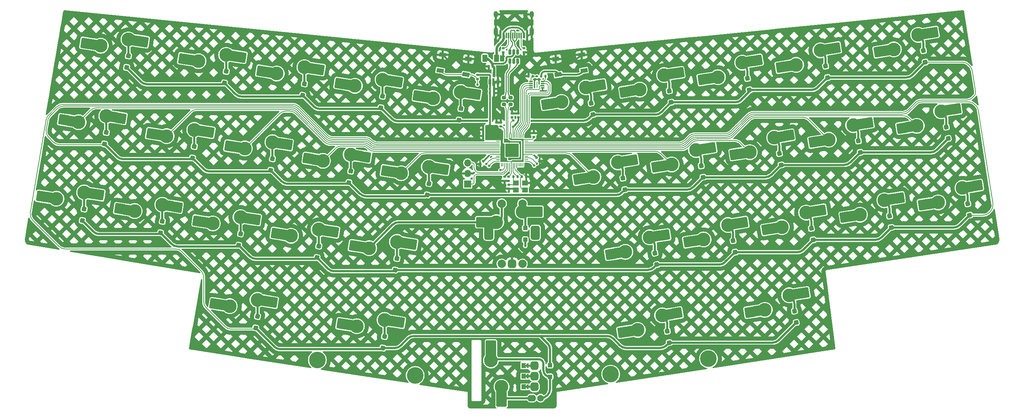
<source format=gbr>
%TF.GenerationSoftware,KiCad,Pcbnew,(7.0.0)*%
%TF.CreationDate,2024-04-21T17:58:07+02:00*%
%TF.ProjectId,clops,636c6f70-732e-46b6-9963-61645f706362,rev?*%
%TF.SameCoordinates,Original*%
%TF.FileFunction,Copper,L2,Bot*%
%TF.FilePolarity,Positive*%
%FSLAX46Y46*%
G04 Gerber Fmt 4.6, Leading zero omitted, Abs format (unit mm)*
G04 Created by KiCad (PCBNEW (7.0.0)) date 2024-04-21 17:58:07*
%MOMM*%
%LPD*%
G01*
G04 APERTURE LIST*
G04 Aperture macros list*
%AMRoundRect*
0 Rectangle with rounded corners*
0 $1 Rounding radius*
0 $2 $3 $4 $5 $6 $7 $8 $9 X,Y pos of 4 corners*
0 Add a 4 corners polygon primitive as box body*
4,1,4,$2,$3,$4,$5,$6,$7,$8,$9,$2,$3,0*
0 Add four circle primitives for the rounded corners*
1,1,$1+$1,$2,$3*
1,1,$1+$1,$4,$5*
1,1,$1+$1,$6,$7*
1,1,$1+$1,$8,$9*
0 Add four rect primitives between the rounded corners*
20,1,$1+$1,$2,$3,$4,$5,0*
20,1,$1+$1,$4,$5,$6,$7,0*
20,1,$1+$1,$6,$7,$8,$9,0*
20,1,$1+$1,$8,$9,$2,$3,0*%
%AMRotRect*
0 Rectangle, with rotation*
0 The origin of the aperture is its center*
0 $1 length*
0 $2 width*
0 $3 Rotation angle, in degrees counterclockwise*
0 Add horizontal line*
21,1,$1,$2,0,0,$3*%
%AMFreePoly0*
4,1,6,0.600000,-0.250000,-0.600000,-0.250000,-0.600000,1.000000,0.000000,0.400000,0.600000,1.000000,0.600000,-0.250000,0.600000,-0.250000,$1*%
%AMFreePoly1*
4,1,6,0.600000,0.200000,0.000000,-0.400000,-0.600000,0.200000,-0.600000,0.400000,0.600000,0.400000,0.600000,0.200000,0.600000,0.200000,$1*%
%AMFreePoly2*
4,1,5,0.125000,-0.500000,-0.125000,-0.500000,-0.125000,0.500000,0.125000,0.500000,0.125000,-0.500000,0.125000,-0.500000,$1*%
G04 Aperture macros list end*
%TA.AperFunction,ComponentPad*%
%ADD10C,4.000000*%
%TD*%
%TA.AperFunction,ComponentPad*%
%ADD11R,1.700000X1.700000*%
%TD*%
%TA.AperFunction,ComponentPad*%
%ADD12O,1.700000X1.700000*%
%TD*%
%TA.AperFunction,ComponentPad*%
%ADD13O,2.100000X1.600000*%
%TD*%
%TA.AperFunction,SMDPad,CuDef*%
%ADD14FreePoly0,270.000000*%
%TD*%
%TA.AperFunction,SMDPad,CuDef*%
%ADD15FreePoly1,270.000000*%
%TD*%
%TA.AperFunction,SMDPad,CuDef*%
%ADD16FreePoly2,270.000000*%
%TD*%
%TA.AperFunction,ComponentPad*%
%ADD17C,1.600000*%
%TD*%
%TA.AperFunction,ComponentPad*%
%ADD18C,2.000000*%
%TD*%
%TA.AperFunction,ComponentPad*%
%ADD19RoundRect,0.500000X0.500000X-0.500000X0.500000X0.500000X-0.500000X0.500000X-0.500000X-0.500000X0*%
%TD*%
%TA.AperFunction,ComponentPad*%
%ADD20RoundRect,0.550000X0.550000X-1.150000X0.550000X1.150000X-0.550000X1.150000X-0.550000X-1.150000X0*%
%TD*%
%TA.AperFunction,SMDPad,CuDef*%
%ADD21RoundRect,0.250000X-0.300000X0.300000X-0.300000X-0.300000X0.300000X-0.300000X0.300000X0.300000X0*%
%TD*%
%TA.AperFunction,SMDPad,CuDef*%
%ADD22RoundRect,0.250000X0.300000X-0.300000X0.300000X0.300000X-0.300000X0.300000X-0.300000X-0.300000X0*%
%TD*%
%TA.AperFunction,ComponentPad*%
%ADD23C,3.300000*%
%TD*%
%TA.AperFunction,SMDPad,CuDef*%
%ADD24RotRect,1.650000X2.500000X9.000000*%
%TD*%
%TA.AperFunction,SMDPad,CuDef*%
%ADD25RoundRect,0.250000X0.855946X1.148034X-1.168815X0.827343X-0.855946X-1.148034X1.168815X-0.827343X0*%
%TD*%
%TA.AperFunction,SMDPad,CuDef*%
%ADD26RotRect,1.650000X2.500000X189.000000*%
%TD*%
%TA.AperFunction,SMDPad,CuDef*%
%ADD27RoundRect,0.250000X0.249376X-0.343237X0.343237X0.249376X-0.249376X0.343237X-0.343237X-0.249376X0*%
%TD*%
%TA.AperFunction,SMDPad,CuDef*%
%ADD28RoundRect,0.250000X0.343237X-0.249376X0.249376X0.343237X-0.343237X0.249376X-0.249376X-0.343237X0*%
%TD*%
%TA.AperFunction,SMDPad,CuDef*%
%ADD29RoundRect,0.140000X0.170000X-0.140000X0.170000X0.140000X-0.170000X0.140000X-0.170000X-0.140000X0*%
%TD*%
%TA.AperFunction,SMDPad,CuDef*%
%ADD30RoundRect,0.150000X0.150000X-0.587500X0.150000X0.587500X-0.150000X0.587500X-0.150000X-0.587500X0*%
%TD*%
%TA.AperFunction,SMDPad,CuDef*%
%ADD31RoundRect,0.200000X-0.275000X0.200000X-0.275000X-0.200000X0.275000X-0.200000X0.275000X0.200000X0*%
%TD*%
%TA.AperFunction,SMDPad,CuDef*%
%ADD32RoundRect,0.135000X-0.185000X0.135000X-0.185000X-0.135000X0.185000X-0.135000X0.185000X0.135000X0*%
%TD*%
%TA.AperFunction,SMDPad,CuDef*%
%ADD33RoundRect,0.250000X0.375000X0.625000X-0.375000X0.625000X-0.375000X-0.625000X0.375000X-0.625000X0*%
%TD*%
%TA.AperFunction,SMDPad,CuDef*%
%ADD34RotRect,1.650000X2.500000X351.000000*%
%TD*%
%TA.AperFunction,SMDPad,CuDef*%
%ADD35RoundRect,0.250000X1.168815X0.827343X-0.855946X1.148034X-1.168815X-0.827343X0.855946X-1.148034X0*%
%TD*%
%TA.AperFunction,SMDPad,CuDef*%
%ADD36RotRect,1.650000X2.500000X171.000000*%
%TD*%
%TA.AperFunction,SMDPad,CuDef*%
%ADD37RoundRect,0.135000X0.135000X0.185000X-0.135000X0.185000X-0.135000X-0.185000X0.135000X-0.185000X0*%
%TD*%
%TA.AperFunction,SMDPad,CuDef*%
%ADD38R,0.900000X0.300000*%
%TD*%
%TA.AperFunction,SMDPad,CuDef*%
%ADD39R,0.250000X1.650000*%
%TD*%
%TA.AperFunction,SMDPad,CuDef*%
%ADD40RoundRect,0.140000X-0.021213X0.219203X-0.219203X0.021213X0.021213X-0.219203X0.219203X-0.021213X0*%
%TD*%
%TA.AperFunction,SMDPad,CuDef*%
%ADD41RotRect,1.700000X1.000000X189.000000*%
%TD*%
%TA.AperFunction,SMDPad,CuDef*%
%ADD42RoundRect,0.140000X0.140000X0.170000X-0.140000X0.170000X-0.140000X-0.170000X0.140000X-0.170000X0*%
%TD*%
%TA.AperFunction,SMDPad,CuDef*%
%ADD43R,2.500000X1.650000*%
%TD*%
%TA.AperFunction,SMDPad,CuDef*%
%ADD44RoundRect,0.250000X-1.000000X1.025000X-1.000000X-1.025000X1.000000X-1.025000X1.000000X1.025000X0*%
%TD*%
%TA.AperFunction,SMDPad,CuDef*%
%ADD45RoundRect,0.140000X-0.140000X-0.170000X0.140000X-0.170000X0.140000X0.170000X-0.140000X0.170000X0*%
%TD*%
%TA.AperFunction,SMDPad,CuDef*%
%ADD46RoundRect,0.140000X-0.170000X0.140000X-0.170000X-0.140000X0.170000X-0.140000X0.170000X0.140000X0*%
%TD*%
%TA.AperFunction,SMDPad,CuDef*%
%ADD47RoundRect,0.150000X0.150000X-0.512500X0.150000X0.512500X-0.150000X0.512500X-0.150000X-0.512500X0*%
%TD*%
%TA.AperFunction,SMDPad,CuDef*%
%ADD48R,1.650000X2.500000*%
%TD*%
%TA.AperFunction,SMDPad,CuDef*%
%ADD49RoundRect,0.250000X1.025000X1.000000X-1.025000X1.000000X-1.025000X-1.000000X1.025000X-1.000000X0*%
%TD*%
%TA.AperFunction,SMDPad,CuDef*%
%ADD50RoundRect,0.050000X0.387500X0.050000X-0.387500X0.050000X-0.387500X-0.050000X0.387500X-0.050000X0*%
%TD*%
%TA.AperFunction,SMDPad,CuDef*%
%ADD51RoundRect,0.050000X0.050000X0.387500X-0.050000X0.387500X-0.050000X-0.387500X0.050000X-0.387500X0*%
%TD*%
%TA.AperFunction,ComponentPad*%
%ADD52C,0.600000*%
%TD*%
%TA.AperFunction,SMDPad,CuDef*%
%ADD53RoundRect,0.144000X1.456000X1.456000X-1.456000X1.456000X-1.456000X-1.456000X1.456000X-1.456000X0*%
%TD*%
%TA.AperFunction,SMDPad,CuDef*%
%ADD54R,1.400000X1.200000*%
%TD*%
%TA.AperFunction,SMDPad,CuDef*%
%ADD55RoundRect,0.140000X-0.219203X-0.021213X-0.021213X-0.219203X0.219203X0.021213X0.021213X0.219203X0*%
%TD*%
%TA.AperFunction,SMDPad,CuDef*%
%ADD56R,0.600000X1.450000*%
%TD*%
%TA.AperFunction,SMDPad,CuDef*%
%ADD57R,0.300000X1.450000*%
%TD*%
%TA.AperFunction,ComponentPad*%
%ADD58O,1.000000X1.600000*%
%TD*%
%TA.AperFunction,ComponentPad*%
%ADD59O,1.000000X2.100000*%
%TD*%
%TA.AperFunction,SMDPad,CuDef*%
%ADD60RotRect,1.700000X1.000000X171.000000*%
%TD*%
%TA.AperFunction,SMDPad,CuDef*%
%ADD61RoundRect,0.135000X-0.135000X-0.185000X0.135000X-0.185000X0.135000X0.185000X-0.135000X0.185000X0*%
%TD*%
%TA.AperFunction,ViaPad*%
%ADD62C,0.600000*%
%TD*%
%TA.AperFunction,Conductor*%
%ADD63C,0.200000*%
%TD*%
%TA.AperFunction,Conductor*%
%ADD64C,0.381000*%
%TD*%
%TA.AperFunction,Conductor*%
%ADD65C,0.500000*%
%TD*%
%TA.AperFunction,Conductor*%
%ADD66C,0.600000*%
%TD*%
%TA.AperFunction,Conductor*%
%ADD67C,0.254000*%
%TD*%
G04 APERTURE END LIST*
D10*
%TO.P,S1,*%
%TO.N,*%
X125107317Y-117753082D03*
X101587988Y-114027986D03*
%TD*%
D11*
%TO.P,SWD1,1,Pin_1*%
%TO.N,SWCLK*%
X137715624Y-71596249D03*
D12*
%TO.P,SWD1,2,Pin_2*%
%TO.N,GND*%
X137715624Y-69056249D03*
%TO.P,SWD1,3,Pin_3*%
%TO.N,SWD*%
X137715624Y-66516249D03*
%TD*%
D13*
%TO.P,EN1,A,A*%
%TO.N,/GPIO9*%
X153806249Y-120753249D03*
D14*
X150915250Y-120491250D03*
D15*
X151931250Y-120491250D03*
D16*
X152439250Y-120491250D03*
D13*
X153806249Y-120229249D03*
%TO.P,EN1,B,B*%
%TO.N,/GPIO11*%
X153806249Y-118213249D03*
D14*
X150915250Y-117951250D03*
D15*
X151931250Y-117951250D03*
D16*
X152439250Y-117951250D03*
D13*
X153806249Y-117689249D03*
%TO.P,EN1,C,C*%
%TO.N,GND*%
X153806249Y-115673249D03*
D14*
X150915250Y-115411250D03*
D15*
X151931250Y-115411250D03*
D16*
X152439250Y-115411250D03*
D13*
X153806249Y-115149249D03*
D17*
%TO.P,EN1,S1,S1*%
%TO.N,r_enc2*%
X155281250Y-123229250D03*
D13*
%TO.P,EN1,S2,S2*%
%TO.N,c_enc2*%
X153181249Y-123229249D03*
%TD*%
D18*
%TO.P,SW2,A,A*%
%TO.N,/GPIO18*%
X145931250Y-90843750D03*
%TO.P,SW2,B,B*%
%TO.N,/GPIO20*%
X150931250Y-90843750D03*
D19*
%TO.P,SW2,C,C*%
%TO.N,GND*%
X148431250Y-90843750D03*
D20*
%TO.P,SW2,MP*%
%TO.N,N/C*%
X142831250Y-83343750D03*
X154031250Y-83343750D03*
D18*
%TO.P,SW2,S1,S1*%
%TO.N,r_enc1*%
X150931250Y-76343750D03*
%TO.P,SW2,S2,S2*%
%TO.N,c_enc1*%
X145931250Y-76343750D03*
%TD*%
D10*
%TO.P,S2,*%
%TO.N,*%
X195673342Y-113725889D03*
X172154013Y-117450985D03*
%TD*%
D21*
%TO.P,D34,1,K*%
%TO.N,/GPIO28*%
X157559375Y-115281250D03*
%TO.P,D34,2,A*%
%TO.N,r_enc2*%
X157559375Y-118081250D03*
%TD*%
D22*
%TO.P,D33,1,K*%
%TO.N,/GPIO28*%
X151606250Y-85016250D03*
%TO.P,D33,2,A*%
%TO.N,r_enc1*%
X151606250Y-82216250D03*
%TD*%
D23*
%TO.P,MX9,1,1*%
%TO.N,/GPIO4*%
X216758472Y-42880000D03*
D24*
X214955940Y-43165492D03*
D25*
X213252178Y-43435342D03*
%TO.P,MX9,2,2*%
%TO.N,Net-(D9-A)*%
X226139243Y-38822570D03*
D26*
X224410787Y-39096330D03*
D23*
X222632949Y-39377913D03*
%TD*%
D27*
%TO.P,D15,1,K*%
%TO.N,/GPIO27*%
X127975664Y-74251782D03*
%TO.P,D15,2,A*%
%TO.N,Net-(D15-A)*%
X128413680Y-71486254D03*
%TD*%
D23*
%TO.P,MX36,1,1*%
%TO.N,/GPIO5*%
X209235171Y-101933956D03*
D24*
X207432639Y-102219448D03*
D25*
X205728877Y-102489298D03*
%TO.P,MX36,2,2*%
%TO.N,Net-(D36-A)*%
X218615942Y-97876526D03*
D26*
X216887486Y-98150286D03*
D23*
X215109648Y-98431869D03*
%TD*%
D28*
%TO.P,D10,1,K*%
%TO.N,/GPIO1*%
X247835784Y-42222847D03*
%TO.P,D10,2,A*%
%TO.N,Net-(D10-A)*%
X247397768Y-39457319D03*
%TD*%
%TO.P,D28,1,K*%
%TO.N,/GPIO2*%
X220868876Y-85068907D03*
%TO.P,D28,2,A*%
%TO.N,Net-(D28-A)*%
X220430860Y-82303379D03*
%TD*%
D29*
%TO.P,C4,1*%
%TO.N,+1V1*%
X145665500Y-57741018D03*
%TO.P,C4,2*%
%TO.N,GND*%
X145665500Y-56781018D03*
%TD*%
D30*
%TO.P,U4,1,GND*%
%TO.N,GND*%
X145015625Y-46975000D03*
%TO.P,U4,2,VO*%
%TO.N,+3V3*%
X143115625Y-46975000D03*
%TO.P,U4,3,VI*%
%TO.N,+5V*%
X144065625Y-45100000D03*
%TD*%
D31*
%TO.P,R6,1*%
%TO.N,D_N*%
X146446875Y-50768750D03*
%TO.P,R6,2*%
%TO.N,/D_-*%
X146446875Y-52418750D03*
%TD*%
D32*
%TO.P,R1,1*%
%TO.N,+3V3*%
X140096875Y-45243750D03*
%TO.P,R1,2*%
%TO.N,~{RESET}*%
X140096875Y-46263750D03*
%TD*%
D23*
%TO.P,MX20,1,1*%
%TO.N,/GPIO3*%
X245797965Y-57568057D03*
D24*
X243995433Y-57853549D03*
D25*
X242291671Y-58123399D03*
%TO.P,MX20,2,2*%
%TO.N,Net-(D20-A)*%
X255178736Y-53510627D03*
D26*
X253450280Y-53784387D03*
D23*
X251672442Y-54065970D03*
%TD*%
D33*
%TO.P,F1,1*%
%TO.N,VBUS*%
X144671875Y-41275000D03*
%TO.P,F1,2*%
%TO.N,+5V*%
X141871875Y-41275000D03*
%TD*%
D23*
%TO.P,MX31,1,1*%
%TO.N,/GPIO24*%
X80496495Y-101041731D03*
D34*
X78693963Y-100756237D03*
D35*
X76990201Y-100486389D03*
%TO.P,MX31,2,2*%
%TO.N,Net-(D31-A)*%
X90671953Y-100081704D03*
D36*
X88943497Y-99807943D03*
D23*
X87165659Y-99526362D03*
%TD*%
D27*
%TO.P,D23,1,K*%
%TO.N,/GPIO2*%
X82660796Y-86362072D03*
%TO.P,D23,2,A*%
%TO.N,Net-(D23-A)*%
X83098812Y-83596544D03*
%TD*%
D37*
%TO.P,R9,1*%
%TO.N,/QSPI_SS*%
X156481875Y-45643750D03*
%TO.P,R9,2*%
%TO.N,/~{USB_BOOT}*%
X155461875Y-45643750D03*
%TD*%
D38*
%TO.P,IC1,1,~{CS}*%
%TO.N,/QSPI_SS*%
X155784374Y-46874999D03*
%TO.P,IC1,2,DO_IO1*%
%TO.N,/QSPI_SD1*%
X155784374Y-47374999D03*
%TO.P,IC1,3,~{WP_IO2}*%
%TO.N,/QSPI_SD2*%
X155784374Y-47874999D03*
%TO.P,IC1,4,GND*%
%TO.N,GND*%
X155784374Y-48374999D03*
%TO.P,IC1,5,DI_IO0*%
%TO.N,/QSPI_SD0*%
X152984374Y-48374999D03*
%TO.P,IC1,6,CLK*%
%TO.N,/QSPI_SCLK*%
X152984374Y-47874999D03*
%TO.P,IC1,7,~{RESET_IO3}*%
%TO.N,/QSPI_SD3*%
X152984374Y-47374999D03*
%TO.P,IC1,8,VCC*%
%TO.N,+3V3*%
X152984374Y-46874999D03*
D39*
%TO.P,IC1,9,EP*%
%TO.N,unconnected-(IC1-EP-Pad9)*%
X154384374Y-47624999D03*
%TD*%
D28*
%TO.P,D29,1,K*%
%TO.N,/GPIO2*%
X239684340Y-82088831D03*
%TO.P,D29,2,A*%
%TO.N,Net-(D29-A)*%
X239246324Y-79323303D03*
%TD*%
D32*
%TO.P,R3,1*%
%TO.N,/CC1*%
X146319875Y-38855480D03*
%TO.P,R3,2*%
%TO.N,GND*%
X146319875Y-39875480D03*
%TD*%
D28*
%TO.P,D20,1,K*%
%TO.N,/GPIO27*%
X253355948Y-60636000D03*
%TO.P,D20,2,A*%
%TO.N,Net-(D20-A)*%
X252917932Y-57870472D03*
%TD*%
D32*
%TO.P,R4,1*%
%TO.N,/CC2*%
X151272875Y-38855480D03*
%TO.P,R4,2*%
%TO.N,GND*%
X151272875Y-39875480D03*
%TD*%
D27*
%TO.P,D32,1,K*%
%TO.N,/GPIO28*%
X117311645Y-111137688D03*
%TO.P,D32,2,A*%
%TO.N,Net-(D32-A)*%
X117749661Y-108372160D03*
%TD*%
D28*
%TO.P,D18,1,K*%
%TO.N,/GPIO27*%
X213184934Y-66998464D03*
%TO.P,D18,2,A*%
%TO.N,Net-(D18-A)*%
X212746918Y-64232936D03*
%TD*%
%TO.P,D9,1,K*%
%TO.N,/GPIO1*%
X224316455Y-45947943D03*
%TO.P,D9,2,A*%
%TO.N,Net-(D9-A)*%
X223878439Y-43182415D03*
%TD*%
D23*
%TO.P,MX15,1,1*%
%TO.N,c_enc1*%
X121735641Y-68998449D03*
D34*
X119933109Y-68712955D03*
D35*
X118229347Y-68443107D03*
%TO.P,MX15,2,2*%
%TO.N,Net-(D15-A)*%
X131911099Y-68038422D03*
D36*
X130182643Y-67764661D03*
D23*
X128404805Y-67483080D03*
%TD*%
%TO.P,MX5,1,1*%
%TO.N,c_enc1*%
X129419583Y-50928005D03*
D34*
X127617051Y-50642511D03*
D35*
X125913289Y-50372663D03*
%TO.P,MX5,2,2*%
%TO.N,Net-(D5-A)*%
X139595041Y-49967978D03*
D36*
X137866585Y-49694217D03*
D23*
X136088747Y-49412636D03*
%TD*%
D40*
%TO.P,C11,1*%
%TO.N,+3V3*%
X141464661Y-66081482D03*
%TO.P,C11,2*%
%TO.N,GND*%
X140785839Y-66760304D03*
%TD*%
D27*
%TO.P,D2,1,K*%
%TO.N,/GPIO1*%
X79213217Y-47241108D03*
%TO.P,D2,2,A*%
%TO.N,Net-(D2-A)*%
X79651233Y-44475580D03*
%TD*%
D29*
%TO.P,C8,1*%
%TO.N,+3V3*%
X144649500Y-57741018D03*
%TO.P,C8,2*%
%TO.N,GND*%
X144649500Y-56781018D03*
%TD*%
D27*
%TO.P,D1,1,K*%
%TO.N,/GPIO1*%
X55693889Y-43516013D03*
%TO.P,D1,2,A*%
%TO.N,Net-(D1-A)*%
X56131905Y-40750485D03*
%TD*%
D41*
%TO.P,SW4,1,1*%
%TO.N,GND*%
X165135867Y-40493123D03*
X158913430Y-41478660D03*
%TO.P,SW4,2,2*%
%TO.N,/~{USB_BOOT}*%
X165730318Y-44246338D03*
X159507881Y-45231875D03*
%TD*%
D23*
%TO.P,MX29,1,1*%
%TO.N,/GPIO4*%
X232126357Y-79020888D03*
D24*
X230323825Y-79306380D03*
D25*
X228620063Y-79576230D03*
%TO.P,MX29,2,2*%
%TO.N,Net-(D29-A)*%
X241507128Y-74963458D03*
D26*
X239778672Y-75237218D03*
D23*
X238000834Y-75518801D03*
%TD*%
D27*
%TO.P,D11,1,K*%
%TO.N,/GPIO27*%
X50361879Y-61958966D03*
%TO.P,D11,2,A*%
%TO.N,Net-(D11-A)*%
X50799895Y-59193438D03*
%TD*%
%TO.P,D24,1,K*%
%TO.N,/GPIO2*%
X101476258Y-89342149D03*
%TO.P,D24,2,A*%
%TO.N,Net-(D24-A)*%
X101914274Y-86576621D03*
%TD*%
D42*
%TO.P,C17,1*%
%TO.N,GND*%
X144069875Y-49723375D03*
%TO.P,C17,2*%
%TO.N,+3V3*%
X143109875Y-49723375D03*
%TD*%
D27*
%TO.P,D13,1,K*%
%TO.N,/GPIO27*%
X90344738Y-68291629D03*
%TO.P,D13,2,A*%
%TO.N,Net-(D13-A)*%
X90782754Y-65526101D03*
%TD*%
D29*
%TO.P,C13,1*%
%TO.N,+3V3*%
X148431250Y-55547250D03*
%TO.P,C13,2*%
%TO.N,GND*%
X148431250Y-54587250D03*
%TD*%
D23*
%TO.P,MX34,1,1*%
%TO.N,c_enc2*%
X145891250Y-120491250D03*
D43*
X145891249Y-122316249D03*
D44*
X145891250Y-124041250D03*
%TO.P,MX34,2,2*%
%TO.N,r_enc2*%
X143351250Y-110591250D03*
D43*
X143351249Y-112341249D03*
D23*
X143351250Y-114141250D03*
%TD*%
D27*
%TO.P,D4,1,K*%
%TO.N,/GPIO1*%
X116844143Y-53201261D03*
%TO.P,D4,2,A*%
%TO.N,Net-(D4-A)*%
X117282159Y-50435733D03*
%TD*%
D45*
%TO.P,C16,1*%
%TO.N,GND*%
X142823625Y-43243500D03*
%TO.P,C16,2*%
%TO.N,+5V*%
X143783625Y-43243500D03*
%TD*%
D46*
%TO.P,C10,1*%
%TO.N,+3V3*%
X147597984Y-69849030D03*
%TO.P,C10,2*%
%TO.N,GND*%
X147597984Y-70809030D03*
%TD*%
D27*
%TO.P,D12,1,K*%
%TO.N,/GPIO27*%
X71529275Y-65311552D03*
%TO.P,D12,2,A*%
%TO.N,Net-(D12-A)*%
X71967291Y-62546024D03*
%TD*%
D28*
%TO.P,D7,1,K*%
%TO.N,/GPIO1*%
X186685529Y-51908096D03*
%TO.P,D7,2,A*%
%TO.N,Net-(D7-A)*%
X186247513Y-49142568D03*
%TD*%
D29*
%TO.P,C15,1*%
%TO.N,+3V3*%
X153666500Y-60281018D03*
%TO.P,C15,2*%
%TO.N,GND*%
X153666500Y-59321018D03*
%TD*%
D28*
%TO.P,D16,1,K*%
%TO.N,/GPIO27*%
X175554009Y-72958617D03*
%TO.P,D16,2,A*%
%TO.N,Net-(D16-A)*%
X175115993Y-70193089D03*
%TD*%
D47*
%TO.P,U2,1,I/O1*%
%TO.N,D_P*%
X149778125Y-42011105D03*
%TO.P,U2,2,GND*%
%TO.N,GND*%
X148828125Y-42011105D03*
%TO.P,U2,3,I/O2*%
%TO.N,D_N*%
X147878125Y-42011105D03*
%TO.P,U2,4,I/O2*%
%TO.N,D_USB_N*%
X147878125Y-39736105D03*
%TO.P,U2,5,VBUS*%
%TO.N,+5V*%
X148828125Y-39736105D03*
%TO.P,U2,6,I/O1*%
%TO.N,D_USB_P*%
X149778125Y-39736105D03*
%TD*%
D23*
%TO.P,MX26,1,1*%
%TO.N,c_enc2*%
X175679968Y-87961118D03*
D24*
X173877436Y-88246610D03*
D25*
X172173674Y-88516460D03*
%TO.P,MX26,2,2*%
%TO.N,Net-(D26-A)*%
X185060739Y-83903688D03*
D26*
X183332283Y-84177448D03*
D23*
X181554445Y-84459031D03*
%TD*%
D46*
%TO.P,C6,1*%
%TO.N,+1V1*%
X146604234Y-69849030D03*
%TO.P,C6,2*%
%TO.N,GND*%
X146604234Y-70809030D03*
%TD*%
D28*
%TO.P,D6,1,K*%
%TO.N,/GPIO1*%
X167870067Y-54888173D03*
%TO.P,D6,2,A*%
%TO.N,Net-(D6-A)*%
X167432051Y-52122645D03*
%TD*%
D23*
%TO.P,MX21,1,1*%
%TO.N,/GPIO26*%
X38789847Y-75148587D03*
D34*
X36987315Y-74863093D03*
D35*
X35283553Y-74593245D03*
%TO.P,MX21,2,2*%
%TO.N,Net-(D21-A)*%
X48965305Y-74188560D03*
D36*
X47236849Y-73914799D03*
D23*
X45459011Y-73633218D03*
%TD*%
%TO.P,MX25,1,1*%
%TO.N,c_enc1*%
X114051698Y-87068893D03*
D34*
X112249166Y-86783399D03*
D35*
X110545404Y-86513551D03*
%TO.P,MX25,2,2*%
%TO.N,Net-(D25-A)*%
X124227156Y-86108866D03*
D36*
X122498700Y-85835105D03*
D23*
X120720862Y-85553524D03*
%TD*%
%TO.P,MX3,1,1*%
%TO.N,/GPIO24*%
X91788657Y-44967852D03*
D34*
X89986125Y-44682358D03*
D35*
X88282363Y-44412510D03*
%TO.P,MX3,2,2*%
%TO.N,Net-(D3-A)*%
X101964115Y-44007825D03*
D36*
X100235659Y-43734064D03*
D23*
X98457821Y-43452483D03*
%TD*%
%TO.P,MX10,1,1*%
%TO.N,/GPIO3*%
X240277801Y-39154905D03*
D24*
X238475269Y-39440397D03*
D25*
X236771507Y-39710247D03*
%TO.P,MX10,2,2*%
%TO.N,Net-(D10-A)*%
X249658572Y-35097475D03*
D26*
X247930116Y-35371235D03*
D23*
X246152278Y-35652818D03*
%TD*%
%TO.P,MX35,1,1*%
%TO.N,/GPIO6*%
X178660045Y-106776581D03*
D24*
X176857513Y-107062073D03*
D25*
X175153751Y-107331923D03*
%TO.P,MX35,2,2*%
%TO.N,Net-(D35-A)*%
X188040816Y-102719151D03*
D26*
X186312360Y-102992911D03*
D23*
X184534522Y-103274494D03*
%TD*%
D28*
%TO.P,D27,1,K*%
%TO.N,/GPIO2*%
X202053414Y-88048984D03*
%TO.P,D27,2,A*%
%TO.N,Net-(D27-A)*%
X201615398Y-85283456D03*
%TD*%
D27*
%TO.P,D21,1,K*%
%TO.N,/GPIO2*%
X45029870Y-80401919D03*
%TO.P,D21,2,A*%
%TO.N,Net-(D21-A)*%
X45467886Y-77636391D03*
%TD*%
D23*
%TO.P,MX23,1,1*%
%TO.N,/GPIO24*%
X76420772Y-81108740D03*
D34*
X74618240Y-80823246D03*
D35*
X72914478Y-80553398D03*
%TO.P,MX23,2,2*%
%TO.N,Net-(D23-A)*%
X86596230Y-80148713D03*
D36*
X84867774Y-79874952D03*
D23*
X83089936Y-79593371D03*
%TD*%
%TO.P,MX14,1,1*%
%TO.N,/GPIO23*%
X102920178Y-66018373D03*
D34*
X101117646Y-65732879D03*
D35*
X99413884Y-65463031D03*
%TO.P,MX14,2,2*%
%TO.N,Net-(D14-A)*%
X113095636Y-65058346D03*
D36*
X111367180Y-64784585D03*
D23*
X109589342Y-64503004D03*
%TD*%
%TO.P,MX33,1,1*%
%TO.N,c_enc1*%
X144621250Y-80803750D03*
D48*
X142796249Y-80803749D03*
D49*
X141071250Y-80803750D03*
%TO.P,MX33,2,2*%
%TO.N,r_enc1*%
X154521250Y-78263750D03*
D48*
X152771249Y-78263749D03*
D23*
X150971250Y-78263750D03*
%TD*%
D27*
%TO.P,D22,1,K*%
%TO.N,/GPIO2*%
X63845333Y-83381996D03*
%TO.P,D22,2,A*%
%TO.N,Net-(D22-A)*%
X64283349Y-80616468D03*
%TD*%
D23*
%TO.P,MX2,1,1*%
%TO.N,/GPIO25*%
X72973194Y-41987776D03*
D34*
X71170662Y-41702282D03*
D35*
X69466900Y-41432434D03*
%TO.P,MX2,2,2*%
%TO.N,Net-(D2-A)*%
X83148652Y-41027749D03*
D36*
X81420196Y-40753988D03*
D23*
X79642358Y-40472407D03*
%TD*%
%TO.P,MX6,1,1*%
%TO.N,c_enc2*%
X160312084Y-51820230D03*
D24*
X158509552Y-52105722D03*
D25*
X156805790Y-52375572D03*
%TO.P,MX6,2,2*%
%TO.N,Net-(D6-A)*%
X169692855Y-47762800D03*
D26*
X167964399Y-48036560D03*
D23*
X166186561Y-48318143D03*
%TD*%
D29*
%TO.P,C5,1*%
%TO.N,+1V1*%
X149955250Y-55547250D03*
%TO.P,C5,2*%
%TO.N,GND*%
X149955250Y-54587250D03*
%TD*%
D28*
%TO.P,D17,1,K*%
%TO.N,/GPIO27*%
X194369472Y-69978540D03*
%TO.P,D17,2,A*%
%TO.N,Net-(D17-A)*%
X193931456Y-67213012D03*
%TD*%
%TO.P,D19,1,K*%
%TO.N,/GPIO27*%
X232188552Y-63988586D03*
%TO.P,D19,2,A*%
%TO.N,Net-(D19-A)*%
X231750536Y-61223058D03*
%TD*%
%TO.P,D26,1,K*%
%TO.N,/GPIO2*%
X183237951Y-91029060D03*
%TO.P,D26,2,A*%
%TO.N,Net-(D26-A)*%
X182799935Y-88263532D03*
%TD*%
D42*
%TO.P,C2,1*%
%TO.N,GND*%
X151775625Y-69818250D03*
%TO.P,C2,2*%
%TO.N,XTAL_IN*%
X150815625Y-69818250D03*
%TD*%
%TO.P,C9,1*%
%TO.N,+3V3*%
X142434250Y-60039250D03*
%TO.P,C9,2*%
%TO.N,GND*%
X141474250Y-60039250D03*
%TD*%
D27*
%TO.P,D25,1,K*%
%TO.N,/GPIO2*%
X120291721Y-92322225D03*
%TO.P,D25,2,A*%
%TO.N,Net-(D25-A)*%
X120729737Y-89556697D03*
%TD*%
D45*
%TO.P,C7,1*%
%TO.N,+3V3*%
X143109875Y-48707375D03*
%TO.P,C7,2*%
%TO.N,GND*%
X144069875Y-48707375D03*
%TD*%
D29*
%TO.P,C3,1*%
%TO.N,GND*%
X147632750Y-72727018D03*
%TO.P,C3,2*%
%TO.N,/XTAL_O*%
X147632750Y-71767018D03*
%TD*%
D27*
%TO.P,D3,1,K*%
%TO.N,/GPIO1*%
X98028680Y-50221185D03*
%TO.P,D3,2,A*%
%TO.N,Net-(D3-A)*%
X98466696Y-47455657D03*
%TD*%
D31*
%TO.P,R5,1*%
%TO.N,D_P*%
X148097875Y-50768750D03*
%TO.P,R5,2*%
%TO.N,/D_+*%
X148097875Y-52418750D03*
%TD*%
D23*
%TO.P,MX19,1,1*%
%TO.N,/GPIO4*%
X224630569Y-60920643D03*
D24*
X222828037Y-61206135D03*
D25*
X221124275Y-61475985D03*
%TO.P,MX19,2,2*%
%TO.N,Net-(D19-A)*%
X234011340Y-56863213D03*
D26*
X232282884Y-57136973D03*
D23*
X230505046Y-57418556D03*
%TD*%
D27*
%TO.P,D5,1,K*%
%TO.N,/GPIO1*%
X135659606Y-56181338D03*
%TO.P,D5,2,A*%
%TO.N,Net-(D5-A)*%
X136097622Y-53415810D03*
%TD*%
D28*
%TO.P,D35,1,K*%
%TO.N,/GPIO28*%
X186218028Y-109844523D03*
%TO.P,D35,2,A*%
%TO.N,Net-(D35-A)*%
X185780012Y-107078995D03*
%TD*%
D23*
%TO.P,MX24,1,1*%
%TO.N,/GPIO23*%
X95236235Y-84088816D03*
D34*
X93433703Y-83803322D03*
D35*
X91729941Y-83533474D03*
%TO.P,MX24,2,2*%
%TO.N,Net-(D24-A)*%
X105411693Y-83128789D03*
D36*
X103683237Y-82855028D03*
D23*
X101905399Y-82573447D03*
%TD*%
%TO.P,MX18,1,1*%
%TO.N,/GPIO5*%
X205626951Y-63930521D03*
D24*
X203824419Y-64216013D03*
D25*
X202120657Y-64485863D03*
%TO.P,MX18,2,2*%
%TO.N,Net-(D18-A)*%
X215007722Y-59873091D03*
D26*
X213279266Y-60146851D03*
D23*
X211501428Y-60428434D03*
%TD*%
%TO.P,MX30,1,1*%
%TO.N,/GPIO3*%
X250941820Y-76040811D03*
D24*
X249139288Y-76326303D03*
D25*
X247435526Y-76596153D03*
%TO.P,MX30,2,2*%
%TO.N,Net-(D30-A)*%
X260322591Y-71983381D03*
D26*
X258594135Y-72257141D03*
D23*
X256816297Y-72538724D03*
%TD*%
D50*
%TO.P,U3,1,IOVDD*%
%TO.N,+3V3*%
X151868750Y-60900000D03*
%TO.P,U3,2,GPIO0*%
%TO.N,/GPIO0*%
X151868750Y-61300000D03*
%TO.P,U3,3,GPIO1*%
%TO.N,/GPIO1*%
X151868750Y-61700000D03*
%TO.P,U3,4,GPIO2*%
%TO.N,/GPIO2*%
X151868750Y-62100000D03*
%TO.P,U3,5,GPIO3*%
%TO.N,/GPIO3*%
X151868750Y-62500000D03*
%TO.P,U3,6,GPIO4*%
%TO.N,/GPIO4*%
X151868750Y-62900000D03*
%TO.P,U3,7,GPIO5*%
%TO.N,/GPIO5*%
X151868750Y-63300000D03*
%TO.P,U3,8,GPIO6*%
%TO.N,/GPIO6*%
X151868750Y-63700000D03*
%TO.P,U3,9,GPIO7*%
%TO.N,c_enc2*%
X151868750Y-64100000D03*
%TO.P,U3,10,IOVDD*%
%TO.N,+3V3*%
X151868750Y-64500000D03*
%TO.P,U3,11,GPIO8*%
%TO.N,/GPIO8*%
X151868750Y-64900000D03*
%TO.P,U3,12,GPIO9*%
%TO.N,/GPIO9*%
X151868750Y-65300000D03*
%TO.P,U3,13,GPIO10*%
%TO.N,/GPIO10*%
X151868750Y-65700000D03*
%TO.P,U3,14,GPIO11*%
%TO.N,/GPIO11*%
X151868750Y-66100000D03*
D51*
%TO.P,U3,15,GPIO12*%
%TO.N,/GPIO12*%
X151031250Y-66937500D03*
%TO.P,U3,16,GPIO13*%
%TO.N,/GPIO13*%
X150631250Y-66937500D03*
%TO.P,U3,17,GPIO14*%
%TO.N,/GPIO14*%
X150231250Y-66937500D03*
%TO.P,U3,18,GPIO15*%
%TO.N,/GPIO15*%
X149831250Y-66937500D03*
%TO.P,U3,19,TESTEN*%
%TO.N,GND*%
X149431250Y-66937500D03*
%TO.P,U3,20,XTAL_IN*%
%TO.N,XTAL_IN*%
X149031250Y-66937500D03*
%TO.P,U3,21,XTAL_OUT*%
%TO.N,XTAL_OUT*%
X148631250Y-66937500D03*
%TO.P,U3,22,IOVDD*%
%TO.N,+3V3*%
X148231250Y-66937500D03*
%TO.P,U3,23,DVDD*%
%TO.N,+1V1*%
X147831250Y-66937500D03*
%TO.P,U3,24,SWCLK*%
%TO.N,SWCLK*%
X147431250Y-66937500D03*
%TO.P,U3,25,SWDIO*%
%TO.N,SWD*%
X147031250Y-66937500D03*
%TO.P,U3,26,~{RUN}*%
%TO.N,~{RESET}*%
X146631250Y-66937500D03*
%TO.P,U3,27,GPIO16*%
%TO.N,/GPIO16*%
X146231250Y-66937500D03*
%TO.P,U3,28,GPIO17*%
%TO.N,/GPIO17*%
X145831250Y-66937500D03*
D50*
%TO.P,U3,29,GPIO18*%
%TO.N,/GPIO18*%
X144993750Y-66100000D03*
%TO.P,U3,30,GPIO19*%
%TO.N,/GPIO19*%
X144993750Y-65700000D03*
%TO.P,U3,31,GPIO20*%
%TO.N,/GPIO20*%
X144993750Y-65300000D03*
%TO.P,U3,32,GPIO21*%
%TO.N,/GPIO21*%
X144993750Y-64900000D03*
%TO.P,U3,33,IOVDD*%
%TO.N,+3V3*%
X144993750Y-64500000D03*
%TO.P,U3,34,GPIO22*%
%TO.N,c_enc1*%
X144993750Y-64100000D03*
%TO.P,U3,35,GPIO23*%
%TO.N,/GPIO23*%
X144993750Y-63700000D03*
%TO.P,U3,36,GPIO24*%
%TO.N,/GPIO24*%
X144993750Y-63300000D03*
%TO.P,U3,37,GPIO25*%
%TO.N,/GPIO25*%
X144993750Y-62900000D03*
%TO.P,U3,38,GPIO26/ADC0*%
%TO.N,/GPIO26*%
X144993750Y-62500000D03*
%TO.P,U3,39,GPIO27/ADC1*%
%TO.N,/GPIO27*%
X144993750Y-62100000D03*
%TO.P,U3,40,GPIO28/ADC2*%
%TO.N,/GPIO28*%
X144993750Y-61700000D03*
%TO.P,U3,41,GPIO29/ADC3*%
%TO.N,/GPIO29*%
X144993750Y-61300000D03*
%TO.P,U3,42,IOVDD*%
%TO.N,+3V3*%
X144993750Y-60900000D03*
D51*
%TO.P,U3,43,ADC_AVDD*%
X145831250Y-60062500D03*
%TO.P,U3,44,VREG_VIN*%
X146231250Y-60062500D03*
%TO.P,U3,45,VREG_VOUT*%
%TO.N,+1V1*%
X146631250Y-60062500D03*
%TO.P,U3,46,D-*%
%TO.N,/D_-*%
X147031250Y-60062500D03*
%TO.P,U3,47,D+*%
%TO.N,/D_+*%
X147431250Y-60062500D03*
%TO.P,U3,48,USB_VDD*%
%TO.N,+3V3*%
X147831250Y-60062500D03*
%TO.P,U3,49,IOVDD*%
X148231250Y-60062500D03*
%TO.P,U3,50,DVDD*%
%TO.N,+1V1*%
X148631250Y-60062500D03*
%TO.P,U3,51,QSPI_SD3*%
%TO.N,/QSPI_SD3*%
X149031250Y-60062500D03*
%TO.P,U3,52,QSPI_SCLK*%
%TO.N,/QSPI_SCLK*%
X149431250Y-60062500D03*
%TO.P,U3,53,QSPI_SD0*%
%TO.N,/QSPI_SD0*%
X149831250Y-60062500D03*
%TO.P,U3,54,QSPI_SD2*%
%TO.N,/QSPI_SD2*%
X150231250Y-60062500D03*
%TO.P,U3,55,QSPI_SD1*%
%TO.N,/QSPI_SD1*%
X150631250Y-60062500D03*
%TO.P,U3,56,QSPI_SS_N*%
%TO.N,/QSPI_SS*%
X151031250Y-60062500D03*
D52*
%TO.P,U3,57,GND*%
%TO.N,GND*%
X149706250Y-64775000D03*
X149706250Y-63500000D03*
X149706250Y-62225000D03*
X148431250Y-64775000D03*
X148431250Y-63500000D03*
D53*
X148431250Y-63500000D03*
D52*
X148431250Y-62225000D03*
X147156250Y-64775000D03*
X147156250Y-63500000D03*
X147156250Y-62225000D03*
%TD*%
D23*
%TO.P,MX16,1,1*%
%TO.N,c_enc2*%
X167996026Y-69890674D03*
D24*
X166193494Y-70176166D03*
D25*
X164489732Y-70446016D03*
%TO.P,MX16,2,2*%
%TO.N,Net-(D16-A)*%
X177376797Y-65833244D03*
D26*
X175648341Y-66107004D03*
D23*
X173870503Y-66388587D03*
%TD*%
D28*
%TO.P,D8,1,K*%
%TO.N,/GPIO1*%
X205500991Y-48928020D03*
%TO.P,D8,2,A*%
%TO.N,Net-(D8-A)*%
X205062975Y-46162492D03*
%TD*%
D23*
%TO.P,MX8,1,1*%
%TO.N,/GPIO5*%
X197943009Y-45860077D03*
D24*
X196140477Y-46145569D03*
D25*
X194436715Y-46415419D03*
%TO.P,MX8,2,2*%
%TO.N,Net-(D8-A)*%
X207323780Y-41802647D03*
D26*
X205595324Y-42076407D03*
D23*
X203817486Y-42357990D03*
%TD*%
D27*
%TO.P,D31,1,K*%
%TO.N,/GPIO28*%
X86736518Y-106295064D03*
%TO.P,D31,2,A*%
%TO.N,Net-(D31-A)*%
X87174534Y-103529536D03*
%TD*%
D23*
%TO.P,MX32,1,1*%
%TO.N,/GPIO23*%
X111071622Y-105884356D03*
D34*
X109269090Y-105598862D03*
D35*
X107565328Y-105329014D03*
%TO.P,MX32,2,2*%
%TO.N,Net-(D32-A)*%
X121247080Y-104924329D03*
D36*
X119518624Y-104650568D03*
D23*
X117740786Y-104368987D03*
%TD*%
D42*
%TO.P,C18,1*%
%TO.N,+3V3*%
X153376875Y-45643750D03*
%TO.P,C18,2*%
%TO.N,GND*%
X152416875Y-45643750D03*
%TD*%
D54*
%TO.P,Y1,1,1*%
%TO.N,/XTAL_O*%
X149315624Y-71381249D03*
%TO.P,Y1,2,2*%
%TO.N,GND*%
X151515624Y-71381249D03*
%TO.P,Y1,3,3*%
%TO.N,XTAL_IN*%
X151515624Y-73081249D03*
%TO.P,Y1,4,4*%
%TO.N,GND*%
X149315624Y-73081249D03*
%TD*%
D23*
%TO.P,MX4,1,1*%
%TO.N,/GPIO23*%
X110604120Y-47947929D03*
D34*
X108801588Y-47662435D03*
D35*
X107097826Y-47392587D03*
%TO.P,MX4,2,2*%
%TO.N,Net-(D4-A)*%
X120779578Y-46987902D03*
D36*
X119051122Y-46714141D03*
D23*
X117273284Y-46432560D03*
%TD*%
%TO.P,MX17,1,1*%
%TO.N,/GPIO6*%
X186811489Y-66910597D03*
D24*
X185008957Y-67196089D03*
D25*
X183305195Y-67465939D03*
%TO.P,MX17,2,2*%
%TO.N,Net-(D17-A)*%
X196192260Y-62853167D03*
D26*
X194463804Y-63126927D03*
D23*
X192685966Y-63408510D03*
%TD*%
%TO.P,MX27,1,1*%
%TO.N,/GPIO6*%
X194495431Y-84981041D03*
D24*
X192692899Y-85266533D03*
D25*
X190989137Y-85536383D03*
%TO.P,MX27,2,2*%
%TO.N,Net-(D27-A)*%
X203876202Y-80923611D03*
D26*
X202147746Y-81197371D03*
D23*
X200369908Y-81478954D03*
%TD*%
D55*
%TO.P,C12,1*%
%TO.N,+3V3*%
X154343089Y-65303607D03*
%TO.P,C12,2*%
%TO.N,GND*%
X155021911Y-65982429D03*
%TD*%
D23*
%TO.P,MX7,1,1*%
%TO.N,/GPIO6*%
X179127547Y-48840154D03*
D24*
X177325015Y-49125646D03*
D25*
X175621253Y-49395496D03*
%TO.P,MX7,2,2*%
%TO.N,Net-(D7-A)*%
X188508318Y-44782724D03*
D26*
X186779862Y-45056484D03*
D23*
X185002024Y-45338067D03*
%TD*%
D56*
%TO.P,J1,A1,GND*%
%TO.N,GND*%
X145578124Y-35794999D03*
%TO.P,J1,A4,VBUS*%
%TO.N,VBUS*%
X146378124Y-35794999D03*
D57*
%TO.P,J1,A5,CC1*%
%TO.N,/CC1*%
X147578124Y-35794999D03*
%TO.P,J1,A6,D+*%
%TO.N,D_USB_P*%
X148578124Y-35794999D03*
%TO.P,J1,A7,D-*%
%TO.N,D_USB_N*%
X149078124Y-35794999D03*
%TO.P,J1,A8,SBU1*%
%TO.N,unconnected-(J1-SBU1-PadA8)*%
X150078124Y-35794999D03*
D56*
%TO.P,J1,A9,VBUS*%
%TO.N,VBUS*%
X151278124Y-35794999D03*
%TO.P,J1,A12,GND*%
%TO.N,GND*%
X152078124Y-35794999D03*
%TO.P,J1,B1,GND*%
X152078124Y-35794999D03*
%TO.P,J1,B4,VBUS*%
%TO.N,VBUS*%
X151278124Y-35794999D03*
D57*
%TO.P,J1,B5,CC2*%
%TO.N,/CC2*%
X150578124Y-35794999D03*
%TO.P,J1,B6,D+*%
%TO.N,D_USB_P*%
X149578124Y-35794999D03*
%TO.P,J1,B7,D-*%
%TO.N,D_USB_N*%
X148078124Y-35794999D03*
%TO.P,J1,B8,SBU2*%
%TO.N,unconnected-(J1-SBU2-PadB8)*%
X147078124Y-35794999D03*
D56*
%TO.P,J1,B9,VBUS*%
%TO.N,VBUS*%
X146378124Y-35794999D03*
%TO.P,J1,B12,GND*%
%TO.N,GND*%
X145578124Y-35794999D03*
D58*
%TO.P,J1,S1,SHIELD*%
X144508124Y-30699999D03*
D59*
X144508124Y-34879999D03*
D58*
X153148124Y-30699999D03*
D59*
X153148124Y-34879999D03*
%TD*%
D60*
%TO.P,SWR1,1,A*%
%TO.N,GND*%
X137949068Y-41478660D03*
X131726631Y-40493123D03*
%TO.P,SWR1,2,B*%
%TO.N,~{RESET}*%
X137354617Y-45231875D03*
X131132180Y-44246338D03*
%TD*%
D23*
%TO.P,MX13,1,1*%
%TO.N,/GPIO24*%
X84104715Y-63038296D03*
D34*
X82302183Y-62752802D03*
D35*
X80598421Y-62482954D03*
%TO.P,MX13,2,2*%
%TO.N,Net-(D13-A)*%
X94280173Y-62078269D03*
D36*
X92551717Y-61804508D03*
D23*
X90773879Y-61522927D03*
%TD*%
D28*
%TO.P,D30,1,K*%
%TO.N,/GPIO2*%
X258499803Y-79108754D03*
%TO.P,D30,2,A*%
%TO.N,Net-(D30-A)*%
X258061787Y-76343226D03*
%TD*%
D23*
%TO.P,MX12,1,1*%
%TO.N,/GPIO25*%
X65289252Y-60058219D03*
D34*
X63486720Y-59772725D03*
D35*
X61782958Y-59502877D03*
%TO.P,MX12,2,2*%
%TO.N,Net-(D12-A)*%
X75464710Y-59098192D03*
D36*
X73736254Y-58824431D03*
D23*
X71958416Y-58542850D03*
%TD*%
%TO.P,MX11,1,1*%
%TO.N,/GPIO26*%
X44121856Y-56705633D03*
D34*
X42319324Y-56420139D03*
D35*
X40615562Y-56150291D03*
%TO.P,MX11,2,2*%
%TO.N,Net-(D11-A)*%
X54297314Y-55745606D03*
D36*
X52568858Y-55471845D03*
D23*
X50791020Y-55190264D03*
%TD*%
%TO.P,MX28,1,1*%
%TO.N,/GPIO5*%
X213310893Y-82000965D03*
D24*
X211508361Y-82286457D03*
D25*
X209804599Y-82556307D03*
%TO.P,MX28,2,2*%
%TO.N,Net-(D28-A)*%
X222691664Y-77943535D03*
D26*
X220963208Y-78217295D03*
D23*
X219185370Y-78498878D03*
%TD*%
%TO.P,MX22,1,1*%
%TO.N,/GPIO25*%
X57605310Y-78128663D03*
D34*
X55802778Y-77843169D03*
D35*
X54099016Y-77573321D03*
%TO.P,MX22,2,2*%
%TO.N,Net-(D22-A)*%
X67780768Y-77168636D03*
D36*
X66052312Y-76894875D03*
D23*
X64274474Y-76613294D03*
%TD*%
D61*
%TO.P,R7,1*%
%TO.N,/XTAL_O*%
X148710250Y-69818250D03*
%TO.P,R7,2*%
%TO.N,XTAL_OUT*%
X149730250Y-69818250D03*
%TD*%
D28*
%TO.P,D36,1,K*%
%TO.N,/GPIO28*%
X216793154Y-105001899D03*
%TO.P,D36,2,A*%
%TO.N,Net-(D36-A)*%
X216355138Y-102236371D03*
%TD*%
D27*
%TO.P,D14,1,K*%
%TO.N,/GPIO27*%
X109160201Y-71271705D03*
%TO.P,D14,2,A*%
%TO.N,Net-(D14-A)*%
X109598217Y-68506177D03*
%TD*%
D23*
%TO.P,MX1,1,1*%
%TO.N,/GPIO26*%
X49453866Y-38262680D03*
D34*
X47651334Y-37977186D03*
D35*
X45947572Y-37707338D03*
%TO.P,MX1,2,2*%
%TO.N,Net-(D1-A)*%
X59629324Y-37302653D03*
D36*
X57900868Y-37028892D03*
D23*
X56123030Y-36747311D03*
%TD*%
D42*
%TO.P,C14,1*%
%TO.N,+3V3*%
X142434250Y-58515250D03*
%TO.P,C14,2*%
%TO.N,GND*%
X141474250Y-58515250D03*
%TD*%
D62*
%TO.N,GND*%
X146586750Y-71801633D03*
X145666355Y-55873407D03*
X145653125Y-43656250D03*
X152860375Y-37560250D03*
X148457206Y-88967439D03*
X146326333Y-40610611D03*
X153666500Y-58531018D03*
X144649500Y-55864018D03*
X152131239Y-39873243D03*
X141474500Y-57388018D03*
X155782590Y-49117857D03*
X162321875Y-41478661D03*
X142192875Y-48707375D03*
X136128125Y-69056250D03*
X153590625Y-113099750D03*
X151562832Y-45646586D03*
X150714625Y-68757250D03*
X147634051Y-73510052D03*
X141653125Y-43230500D03*
X132712169Y-41478661D03*
X145113875Y-49723375D03*
X144651705Y-37396256D03*
X149965750Y-53670175D03*
X155698500Y-66659018D03*
X140109250Y-67436893D03*
X150812500Y-41275000D03*
%TO.N,+1V1*%
X147697500Y-61362250D03*
X148652600Y-57807250D03*
X147631750Y-68935151D03*
X147824500Y-65599500D03*
%TO.N,~{RESET}*%
X145653125Y-68262500D03*
X140096875Y-47625000D03*
%TO.N,/GPIO11*%
X153742295Y-67151381D03*
%TO.N,/GPIO18*%
X142864205Y-67251736D03*
%TO.N,/GPIO1*%
X153164750Y-56356250D03*
X142419875Y-56356250D03*
%TO.N,/GPIO9*%
X154384375Y-66675000D03*
%TO.N,/GPIO20*%
X142237797Y-66754928D03*
%TO.N,/GPIO28*%
X151606250Y-86518750D03*
X155178125Y-108231250D03*
%TO.N,+3V3*%
X154413179Y-45642471D03*
X148778696Y-56306821D03*
%TD*%
D63*
%TO.N,GND*%
X149431250Y-67473875D02*
X150317750Y-68360375D01*
D64*
X164736118Y-40892874D02*
X165135868Y-40493124D01*
D65*
X147597984Y-70809030D02*
X146604234Y-70809030D01*
D64*
X152129002Y-39875480D02*
X152131239Y-39873243D01*
X151272875Y-39875480D02*
X152129002Y-39875480D01*
X141474250Y-58515250D02*
X141474250Y-60039250D01*
D63*
X151775625Y-69818250D02*
X150714625Y-68757250D01*
X145665500Y-56781018D02*
X145665500Y-55874262D01*
D64*
X144651705Y-37396256D02*
X145100943Y-36947018D01*
X152416875Y-45643750D02*
X151565668Y-45643750D01*
X144069875Y-49723375D02*
X145113875Y-49723375D01*
D63*
X140109250Y-67436893D02*
X140785839Y-66760304D01*
D64*
X148431250Y-90843750D02*
X148431250Y-88993395D01*
D65*
X142823625Y-43243500D02*
X141666125Y-43243500D01*
D64*
X148828125Y-42011105D02*
X148828125Y-41534223D01*
D63*
X144649500Y-56781018D02*
X144649500Y-55864018D01*
D64*
X152078125Y-35795000D02*
X152233125Y-35795000D01*
D63*
X149431250Y-66937500D02*
X149431250Y-67473875D01*
D64*
X152078125Y-35795000D02*
X152078125Y-36778000D01*
D65*
X141666125Y-43243500D02*
X141653125Y-43230500D01*
D64*
X146319875Y-40604153D02*
X146326333Y-40610611D01*
D63*
X155784375Y-48375000D02*
X155784375Y-49116072D01*
X155784375Y-49116072D02*
X155782590Y-49117857D01*
X150317750Y-68360375D02*
X150714625Y-68757250D01*
X145665500Y-55874262D02*
X145666355Y-55873407D01*
D64*
X146319875Y-39875480D02*
X146319875Y-40604153D01*
X153148125Y-34880000D02*
X153148125Y-30700000D01*
D63*
X151391125Y-71405750D02*
X151601500Y-71405750D01*
D64*
X147632750Y-73508751D02*
X147634051Y-73510052D01*
X144069875Y-47920750D02*
X144069875Y-48707375D01*
D65*
X149955250Y-53680675D02*
X149965750Y-53670175D01*
D64*
X132712169Y-41478661D02*
X131726632Y-40493124D01*
X147632750Y-72727018D02*
X147632750Y-73508751D01*
X141474500Y-57388018D02*
X141474500Y-58515000D01*
X147632750Y-72727018D02*
X148961393Y-72727018D01*
D65*
X146604234Y-71784149D02*
X146586750Y-71801633D01*
D64*
X151775625Y-71121250D02*
X151775625Y-69818250D01*
X153666500Y-59321018D02*
X153666500Y-58531018D01*
X155021911Y-65982429D02*
X155698500Y-66659018D01*
X149404243Y-40958105D02*
X150495605Y-40958105D01*
D65*
X149955250Y-54587250D02*
X149955250Y-53680675D01*
D64*
X150915250Y-115411250D02*
X153544250Y-115411250D01*
X158913431Y-41478661D02*
X163321904Y-41478661D01*
X137715625Y-69056250D02*
X136128125Y-69056250D01*
D65*
X146604234Y-70809030D02*
X146604234Y-71784149D01*
D64*
X145015625Y-46975000D02*
X145015625Y-44293750D01*
X148431250Y-88993395D02*
X148457206Y-88967439D01*
X151565668Y-45643750D02*
X151562832Y-45646586D01*
X153544250Y-115411250D02*
X153806250Y-115673250D01*
X137949069Y-41478661D02*
X132712169Y-41478661D01*
D65*
X149955250Y-54587250D02*
X148431250Y-54587250D01*
D64*
X144508125Y-34880000D02*
X144508125Y-30700000D01*
X145578125Y-35795000D02*
X145423125Y-35795000D01*
X150812495Y-41275000D02*
G75*
G03*
X150495605Y-40958105I-316895J0D01*
G01*
X163321904Y-41478675D02*
G75*
G03*
X164736118Y-40892874I-4J1999975D01*
G01*
X151515625Y-71381325D02*
G75*
G03*
X151775625Y-71121250I-25J260025D01*
G01*
X149315582Y-73081250D02*
G75*
G03*
X148961393Y-72727018I-354182J50D01*
G01*
X149404243Y-40958125D02*
G75*
G03*
X148828125Y-41534223I-43J-576075D01*
G01*
X152233125Y-35795025D02*
G75*
G03*
X153148125Y-34880000I-25J915025D01*
G01*
X145100949Y-36947024D02*
G75*
G03*
X145578125Y-35795000I-1152049J1152024D01*
G01*
X145015625Y-46975075D02*
G75*
G03*
X144069875Y-47920750I-25J-945725D01*
G01*
X145653125Y-43656225D02*
G75*
G03*
X145015625Y-44293750I-25J-637475D01*
G01*
X144508100Y-34880000D02*
G75*
G03*
X145423125Y-35795000I915000J0D01*
G01*
X152078150Y-36778000D02*
G75*
G03*
X152860375Y-37560250I782250J0D01*
G01*
D63*
%TO.N,XTAL_IN*%
X149031250Y-66937500D02*
X149031250Y-67735210D01*
X150815625Y-69818250D02*
X149242438Y-68245062D01*
X150415625Y-70218250D02*
X150415625Y-71981250D01*
X150415550Y-71981250D02*
G75*
G03*
X151515625Y-73081250I1100050J50D01*
G01*
X149031247Y-67735210D02*
G75*
G03*
X149242439Y-68245061I721053J10D01*
G01*
X150815625Y-69818225D02*
G75*
G03*
X150415625Y-70218250I-25J-399975D01*
G01*
%TO.N,/XTAL_O*%
X148710250Y-69818250D02*
X148710250Y-70775875D01*
X147632750Y-71767018D02*
X148929857Y-71767018D01*
X148929857Y-71766925D02*
G75*
G03*
X149315625Y-71381250I43J385725D01*
G01*
X148710250Y-70775875D02*
G75*
G03*
X149315625Y-71381250I605350J-25D01*
G01*
%TO.N,+1V1*%
X148631250Y-58737500D02*
X148631250Y-60062500D01*
X147831250Y-68453516D02*
X147831250Y-66937500D01*
X148631250Y-57807250D02*
X148631250Y-58737500D01*
D64*
X149955250Y-56161911D02*
X149955250Y-55547250D01*
D63*
X146631250Y-60062500D02*
X146631250Y-60906250D01*
D64*
X149066250Y-57372250D02*
X149455187Y-56983312D01*
D63*
X146631250Y-58706768D02*
X146631250Y-60062500D01*
D64*
X147697500Y-61362250D02*
X147769287Y-61434037D01*
X149455187Y-56983312D02*
X148652600Y-57785899D01*
X149455187Y-56983312D02*
X149687556Y-56750943D01*
D63*
X148631250Y-57828600D02*
X148652600Y-57807250D01*
X146631250Y-60906250D02*
X146780250Y-61055250D01*
D64*
X147451623Y-68935151D02*
X147631750Y-68935151D01*
X148652600Y-57785899D02*
X148652600Y-57807250D01*
D63*
X149066250Y-57372250D02*
X148631250Y-57807250D01*
D64*
X149728030Y-56710470D02*
X149687556Y-56750943D01*
X146604234Y-69782540D02*
X147451623Y-68935151D01*
X146604234Y-69849030D02*
X146604234Y-69782540D01*
D63*
X148631250Y-58737500D02*
X148631250Y-57828600D01*
X146631282Y-58706768D02*
G75*
G03*
X145665500Y-57741018I-965782J-32D01*
G01*
X147631745Y-68935146D02*
G75*
G03*
X147831250Y-68453516I-481645J481646D01*
G01*
D64*
X149728018Y-56710458D02*
G75*
G03*
X149955250Y-56161911I-548518J548558D01*
G01*
%TO.N,+5V*%
X147407253Y-40890192D02*
X148138202Y-40890192D01*
X148828125Y-40104237D02*
X148828125Y-39736105D01*
X145093421Y-42540500D02*
X144462500Y-42540500D01*
X144462500Y-42540500D02*
X143743625Y-42540500D01*
D66*
X144065625Y-43525500D02*
X144065625Y-45100000D01*
D64*
X147022445Y-41835138D02*
X147022445Y-41275000D01*
X143743625Y-42540500D02*
X143271875Y-42068750D01*
X144462500Y-42540500D02*
X146317083Y-42540500D01*
D66*
X143271875Y-42068750D02*
X143073438Y-41870312D01*
X142906810Y-41703684D02*
X143073438Y-41870312D01*
X143314813Y-42111688D02*
X143271875Y-42068750D01*
X144065600Y-43525500D02*
G75*
G03*
X143783625Y-43243500I-282000J0D01*
G01*
D64*
X147407253Y-40890145D02*
G75*
G03*
X147022445Y-41275000I47J-384855D01*
G01*
X146317083Y-42540445D02*
G75*
G03*
X147022445Y-41835138I17J705345D01*
G01*
X148578009Y-40707981D02*
G75*
G03*
X148828125Y-40104237I-603709J603781D01*
G01*
X148138202Y-40890200D02*
G75*
G03*
X148578034Y-40708006I-2J622000D01*
G01*
D66*
X143783624Y-43243500D02*
G75*
G03*
X143314813Y-42111688I-1600624J0D01*
G01*
X142906818Y-41703676D02*
G75*
G03*
X141871875Y-41275000I-1034918J-1034924D01*
G01*
%TO.N,VBUS*%
X146199313Y-36979313D02*
X145257662Y-37920963D01*
X146378125Y-35795000D02*
X146378125Y-36547623D01*
D64*
X146661187Y-34742437D02*
X146940589Y-34463036D01*
X146378125Y-35795000D02*
X146378125Y-35425809D01*
X148354802Y-33877250D02*
X149364948Y-33877250D01*
D66*
X144671875Y-39335177D02*
X144671875Y-41275000D01*
D64*
X151278125Y-35795000D02*
X151278125Y-35667640D01*
X151278108Y-35667640D02*
G75*
G03*
X150779162Y-34463037I-1703508J40D01*
G01*
X146661174Y-34742424D02*
G75*
G03*
X146378125Y-35425809I683426J-683376D01*
G01*
D66*
X146199306Y-36979306D02*
G75*
G03*
X146378125Y-36547623I-431706J431706D01*
G01*
D64*
X150779128Y-34463071D02*
G75*
G03*
X149364948Y-33877250I-1414228J-1414129D01*
G01*
D66*
X145257668Y-37920969D02*
G75*
G03*
X144671875Y-39335177I1414232J-1414231D01*
G01*
D64*
X148354802Y-33877237D02*
G75*
G03*
X146940589Y-34463036I-2J-1999963D01*
G01*
D63*
%TO.N,/CC1*%
X147578125Y-37597230D02*
X147578125Y-35795000D01*
X146319875Y-38855425D02*
G75*
G03*
X147578125Y-37597230I25J1258225D01*
G01*
D67*
%TO.N,D_USB_P*%
X148682896Y-36927793D02*
X149021921Y-37266818D01*
X149578125Y-35795000D02*
X149578125Y-36502844D01*
X149021921Y-37266818D02*
X149431209Y-36857530D01*
X148578125Y-35795000D02*
X148578125Y-36674854D01*
X149778125Y-39323469D02*
X149778125Y-39736105D01*
X149021921Y-37266818D02*
X149021921Y-37497832D01*
X149431192Y-36857513D02*
G75*
G03*
X149578125Y-36502844I-354692J354713D01*
G01*
X149021893Y-37497832D02*
G75*
G03*
X149607708Y-38912046I2000007J32D01*
G01*
X149778151Y-39323469D02*
G75*
G03*
X149607708Y-38912046I-581851J-31D01*
G01*
X148578148Y-36674854D02*
G75*
G03*
X148682896Y-36927793I357652J-46D01*
G01*
%TO.N,D_USB_N*%
X148332853Y-34512250D02*
X148823397Y-34512250D01*
X148078125Y-35795000D02*
X148078125Y-36802284D01*
X148351497Y-37238448D02*
X148404331Y-37291282D01*
X148193236Y-37080186D02*
X148351497Y-37238448D01*
X149078125Y-35795000D02*
X149078125Y-34766978D01*
X147878125Y-39309693D02*
X147878125Y-39736105D01*
X148078125Y-35795000D02*
X148078125Y-34766978D01*
X148332853Y-34512225D02*
G75*
G03*
X148078125Y-34766978I47J-254775D01*
G01*
X149078150Y-34766978D02*
G75*
G03*
X148823397Y-34512250I-254750J-22D01*
G01*
X148098866Y-38776819D02*
G75*
G03*
X147878125Y-39309693I532834J-532881D01*
G01*
X148559250Y-37665301D02*
G75*
G03*
X148404331Y-37291282I-528950J1D01*
G01*
X148078126Y-36802284D02*
G75*
G03*
X148193236Y-37080186I392974J-16D01*
G01*
X148098843Y-38776796D02*
G75*
G03*
X148559255Y-37665301I-1111443J1111496D01*
G01*
D63*
%TO.N,/CC2*%
X150578125Y-35795000D02*
X150578125Y-38160730D01*
X150578120Y-38160730D02*
G75*
G03*
X151272875Y-38855480I694780J30D01*
G01*
D65*
%TO.N,Net-(D1-A)*%
X56123030Y-40741610D02*
X56131905Y-40750485D01*
X56123030Y-36747311D02*
X56123030Y-40741610D01*
D63*
%TO.N,~{RESET}*%
X137354618Y-45231876D02*
X132946145Y-45231876D01*
X131531931Y-44646089D02*
X131132181Y-44246339D01*
X140096875Y-47625000D02*
X140096875Y-46263750D01*
X140096875Y-46263750D02*
X139650787Y-45817662D01*
X145653125Y-68262500D02*
X145813066Y-68262500D01*
X146631250Y-66937500D02*
X146631250Y-67444316D01*
X138236574Y-45231876D02*
X137354618Y-45231876D01*
X145813066Y-68262450D02*
G75*
G03*
X146631250Y-67444316I34J818150D01*
G01*
X139650805Y-45817644D02*
G75*
G03*
X138236574Y-45231876I-1414205J-1414256D01*
G01*
X131531913Y-44646107D02*
G75*
G03*
X132946145Y-45231876I1414187J1414207D01*
G01*
%TO.N,SWD*%
X140493750Y-68862500D02*
X146041690Y-68862500D01*
X139303125Y-66954706D02*
X139303125Y-67671875D01*
X137715625Y-66516250D02*
X138864669Y-66516250D01*
X146422763Y-68704654D02*
X146885974Y-68241443D01*
X147031250Y-67890716D02*
X147031250Y-66937500D01*
X146885976Y-68241445D02*
G75*
G03*
X147031250Y-67890716I-350776J350745D01*
G01*
X139303200Y-67671875D02*
G75*
G03*
X140493750Y-68862500I1190600J-25D01*
G01*
X139303150Y-66954706D02*
G75*
G03*
X138864669Y-66516250I-438450J6D01*
G01*
X146041690Y-68862498D02*
G75*
G03*
X146422763Y-68704654I10J538898D01*
G01*
%TO.N,SWCLK*%
X147199418Y-68493683D02*
X146580402Y-69112701D01*
X147199418Y-68493683D02*
X147261705Y-68431396D01*
X147431250Y-66937500D02*
X147431250Y-68022079D01*
X146218755Y-69262500D02*
X139890625Y-69262500D01*
X138906875Y-71596250D02*
X137715625Y-71596250D01*
X139303125Y-69850000D02*
X139303125Y-71200000D01*
X146218755Y-69262481D02*
G75*
G03*
X146580401Y-69112700I45J511381D01*
G01*
X147261713Y-68431404D02*
G75*
G03*
X147431250Y-68022079I-409313J409304D01*
G01*
X139890625Y-69262525D02*
G75*
G03*
X139303125Y-69850000I-25J-587475D01*
G01*
X138906875Y-71596225D02*
G75*
G03*
X139303125Y-71200000I25J396225D01*
G01*
%TO.N,/GPIO11*%
X151868750Y-66100000D02*
X151928769Y-66100000D01*
D65*
X153544250Y-117951250D02*
X153806250Y-118213250D01*
X150915250Y-117951250D02*
X153544250Y-117951250D01*
D63*
X153229832Y-66638918D02*
X153742295Y-67151381D01*
X153229851Y-66638899D02*
G75*
G03*
X151928769Y-66100000I-1301051J-1301101D01*
G01*
%TO.N,/GPIO18*%
X144993750Y-66100000D02*
X144844368Y-66100000D01*
X143430154Y-66685787D02*
X142864205Y-67251736D01*
X144844368Y-66099978D02*
G75*
G03*
X143430154Y-66685787I32J-2000022D01*
G01*
D65*
%TO.N,/GPIO1*%
X135659606Y-56181338D02*
X135834518Y-56356250D01*
D63*
X151868750Y-61700000D02*
X188545588Y-61700000D01*
D65*
X78917905Y-47536420D02*
X79213217Y-47241108D01*
D63*
X259890166Y-49189381D02*
X259130056Y-44283217D01*
X201088121Y-58926936D02*
X205092961Y-54922098D01*
D65*
X55693889Y-43516013D02*
X59128510Y-46950634D01*
D63*
X206507174Y-54336312D02*
X242290262Y-54336312D01*
D65*
X135364295Y-56476649D02*
X135659606Y-56181338D01*
X224316455Y-45947943D02*
X243282261Y-45947943D01*
X244696475Y-45362156D02*
X247835784Y-42222847D01*
X166976697Y-55781543D02*
X167870067Y-54888173D01*
D63*
X192389721Y-59512722D02*
X199673908Y-59512722D01*
X246899703Y-51383726D02*
X257747222Y-51383726D01*
D65*
X153175830Y-56367330D02*
X165562483Y-56367330D01*
D63*
X256787060Y-42222847D02*
X247835784Y-42222847D01*
D65*
X116844143Y-53201261D02*
X119533745Y-55890863D01*
D63*
X189959801Y-61114214D02*
X190975509Y-60098508D01*
D65*
X203552863Y-51322309D02*
X205500991Y-49374181D01*
X221922165Y-48342233D02*
X224316455Y-45947943D01*
X60542723Y-47536420D02*
X78917905Y-47536420D01*
X153175830Y-56367330D02*
X153164750Y-56356250D01*
X97733369Y-50516496D02*
X98028680Y-50221185D01*
X205500991Y-48928020D02*
X220507951Y-48928020D01*
X83317032Y-50516496D02*
X97733369Y-50516496D01*
D63*
X259161436Y-50797939D02*
X259754688Y-50204688D01*
D65*
X98028680Y-50221185D02*
X100718282Y-52910787D01*
D63*
X259913746Y-49820689D02*
X259913746Y-49495587D01*
D65*
X120947958Y-56476649D02*
X135364295Y-56476649D01*
X79213217Y-47241108D02*
X81902819Y-49930710D01*
X205500991Y-49374181D02*
X205500991Y-48928020D01*
D63*
X243704475Y-53750526D02*
X245485490Y-51969512D01*
D65*
X116548831Y-53496573D02*
X116844143Y-53201261D01*
X167870067Y-54888173D02*
X182877025Y-54888173D01*
X186685529Y-51908096D02*
X202138649Y-51908096D01*
D63*
X258567849Y-43175209D02*
X258201273Y-42808633D01*
D65*
X135834518Y-56356250D02*
X142419875Y-56356250D01*
X102132495Y-53496573D02*
X116548831Y-53496573D01*
X184291239Y-54302386D02*
X186685529Y-51908096D01*
X100718290Y-52910779D02*
G75*
G03*
X102132495Y-53496573I1414210J1414179D01*
G01*
D63*
X258201283Y-42808623D02*
G75*
G03*
X256787060Y-42222847I-1414183J-1414177D01*
G01*
D65*
X182877025Y-54888198D02*
G75*
G03*
X184291239Y-54302386I-25J1999998D01*
G01*
D63*
X242290262Y-54336281D02*
G75*
G03*
X243704475Y-53750526I38J1999981D01*
G01*
D65*
X165562483Y-56367309D02*
G75*
G03*
X166976697Y-55781543I17J2000009D01*
G01*
X119533756Y-55890852D02*
G75*
G03*
X120947958Y-56476649I1414244J1414252D01*
G01*
D63*
X259913746Y-49495587D02*
G75*
G03*
X259890165Y-49189381I-2000046J-13D01*
G01*
D65*
X202138649Y-51908131D02*
G75*
G03*
X203552862Y-51322308I-49J2000031D01*
G01*
D63*
X259130034Y-44283220D02*
G75*
G03*
X258567849Y-43175209I-1976434J-306180D01*
G01*
D65*
X220507951Y-48927979D02*
G75*
G03*
X221922165Y-48342233I49J1999979D01*
G01*
X59128494Y-46950650D02*
G75*
G03*
X60542723Y-47536420I1414206J1414250D01*
G01*
X243282261Y-45947902D02*
G75*
G03*
X244696474Y-45362155I39J2000002D01*
G01*
D63*
X206507174Y-54336291D02*
G75*
G03*
X205092962Y-54922099I26J-2000009D01*
G01*
X259754692Y-50204692D02*
G75*
G03*
X259913746Y-49820689I-383992J383992D01*
G01*
X257747222Y-51383733D02*
G75*
G03*
X259161435Y-50797938I-22J2000033D01*
G01*
X192389721Y-59512732D02*
G75*
G03*
X190975510Y-60098509I-21J-1999968D01*
G01*
X246899703Y-51383721D02*
G75*
G03*
X245485490Y-51969512I-3J-1999979D01*
G01*
D65*
X81902804Y-49930725D02*
G75*
G03*
X83317032Y-50516496I1414196J1414225D01*
G01*
D63*
X188545588Y-61699991D02*
G75*
G03*
X189959801Y-61114214I12J1999991D01*
G01*
X199673908Y-59512721D02*
G75*
G03*
X201088121Y-58926936I-8J2000021D01*
G01*
%TO.N,/GPIO2*%
X258282674Y-51783726D02*
X247065388Y-51783726D01*
D65*
X86764611Y-89637460D02*
X101180947Y-89637460D01*
X101476258Y-89342149D02*
X104165860Y-92031751D01*
D63*
X258499803Y-79108754D02*
X261772194Y-79108754D01*
D65*
X183237951Y-91029060D02*
X198244911Y-91029060D01*
D63*
X201253807Y-59326936D02*
X205258646Y-55322098D01*
D65*
X63845333Y-83381996D02*
X66534935Y-86071598D01*
X45029870Y-80401919D02*
X47719472Y-83091521D01*
D63*
X264111968Y-76439194D02*
X260608688Y-53827114D01*
D65*
X199659125Y-90443273D02*
X202053414Y-88048984D01*
D63*
X199839594Y-59912722D02*
X192555407Y-59912722D01*
D65*
X182530573Y-91736438D02*
X183237951Y-91029060D01*
X67949148Y-86657384D02*
X82365484Y-86657384D01*
X101180947Y-89637460D02*
X101476258Y-89342149D01*
X63550022Y-83677307D02*
X63845333Y-83381996D01*
X202053414Y-88048984D02*
X217060372Y-88048984D01*
X120291721Y-92322225D02*
X181116359Y-92322225D01*
D63*
X260046481Y-52719106D02*
X259696887Y-52369512D01*
X242455948Y-54736312D02*
X206672859Y-54736312D01*
D65*
X256105513Y-81503044D02*
X258499803Y-79108754D01*
X239684340Y-82088831D02*
X254691299Y-82088831D01*
X218474586Y-87463197D02*
X220868876Y-85068907D01*
D63*
X191141194Y-60498508D02*
X190125487Y-61514214D01*
X188711274Y-62100000D02*
X151868750Y-62100000D01*
X245651174Y-52369513D02*
X243870161Y-54150526D01*
D65*
X82660796Y-86362072D02*
X85350398Y-89051674D01*
D63*
X263186408Y-78522967D02*
X263549762Y-78159613D01*
D65*
X237290051Y-84483120D02*
X239684340Y-82088831D01*
X119996409Y-92617537D02*
X120291721Y-92322225D01*
X49133685Y-83677307D02*
X63550022Y-83677307D01*
X82365484Y-86657384D02*
X82660796Y-86362072D01*
X220868876Y-85068907D02*
X235875837Y-85068907D01*
X105580073Y-92617537D02*
X119996409Y-92617537D01*
D63*
X247065388Y-51783710D02*
G75*
G03*
X245651174Y-52369513I12J-1999990D01*
G01*
D65*
X217060372Y-88048968D02*
G75*
G03*
X218474585Y-87463196I28J1999968D01*
G01*
D63*
X206672859Y-54736280D02*
G75*
G03*
X205258646Y-55322098I41J-2000020D01*
G01*
X199839594Y-59912711D02*
G75*
G03*
X201253807Y-59326936I6J2000011D01*
G01*
X260608686Y-53827114D02*
G75*
G03*
X260046481Y-52719106I-1976386J-306186D01*
G01*
X188711274Y-62099981D02*
G75*
G03*
X190125487Y-61514214I26J1999981D01*
G01*
X263549771Y-78159622D02*
G75*
G03*
X264111967Y-76439194I-1414271J1414222D01*
G01*
D65*
X47719478Y-83091515D02*
G75*
G03*
X49133685Y-83677307I1414222J1414215D01*
G01*
X181116359Y-92322188D02*
G75*
G03*
X182530573Y-91736438I41J1999988D01*
G01*
D63*
X259696895Y-52369504D02*
G75*
G03*
X258282674Y-51783726I-1414195J-1414196D01*
G01*
X192555407Y-59912721D02*
G75*
G03*
X191141194Y-60498508I-7J-1999979D01*
G01*
D65*
X254691299Y-82088821D02*
G75*
G03*
X256105513Y-81503044I1J2000021D01*
G01*
X235875837Y-85068931D02*
G75*
G03*
X237290051Y-84483120I-37J2000031D01*
G01*
D63*
X261772194Y-79108763D02*
G75*
G03*
X263186408Y-78522967I6J1999963D01*
G01*
D65*
X104165866Y-92031745D02*
G75*
G03*
X105580073Y-92617537I1414234J1414245D01*
G01*
X85350401Y-89051671D02*
G75*
G03*
X86764611Y-89637460I1414199J1414171D01*
G01*
D63*
X242455948Y-54736342D02*
G75*
G03*
X243870161Y-54150526I-48J2000042D01*
G01*
D65*
X66534914Y-86071619D02*
G75*
G03*
X67949148Y-86657384I1414186J1414219D01*
G01*
X198244911Y-91029079D02*
G75*
G03*
X199659125Y-90443273I-11J1999979D01*
G01*
D63*
%TO.N,/GPIO3*%
X190291173Y-61914214D02*
X191306880Y-60898508D01*
X243952007Y-55722099D02*
X245797965Y-57568057D01*
X206838544Y-55136312D02*
X242537793Y-55136312D01*
X151868750Y-62500000D02*
X188876960Y-62500000D01*
X201419492Y-59726936D02*
X205424331Y-55722098D01*
X192721093Y-60312722D02*
X200005279Y-60312722D01*
X188876960Y-62499971D02*
G75*
G03*
X190291173Y-61914214I40J1999971D01*
G01*
X206838544Y-55136340D02*
G75*
G03*
X205424331Y-55722098I-44J-1999960D01*
G01*
X243952008Y-55722098D02*
G75*
G03*
X242537793Y-55136312I-1414208J-1414202D01*
G01*
X192721093Y-60312711D02*
G75*
G03*
X191306880Y-60898508I7J-1999989D01*
G01*
X200005279Y-60312700D02*
G75*
G03*
X201419492Y-59726936I21J2000000D01*
G01*
%TO.N,/GPIO4*%
X190456860Y-62314213D02*
X191472565Y-61298508D01*
X218417811Y-55536312D02*
X207004230Y-55536312D01*
X201585178Y-60126936D02*
X205590017Y-56122098D01*
X224630569Y-60920643D02*
X219832024Y-56122098D01*
X200170965Y-60712722D02*
X192886778Y-60712722D01*
X151868750Y-62900000D02*
X189042646Y-62900000D01*
X200170965Y-60712690D02*
G75*
G03*
X201585177Y-60126935I35J1999990D01*
G01*
X219832016Y-56122106D02*
G75*
G03*
X218417811Y-55536312I-1414216J-1414194D01*
G01*
X207004230Y-55536330D02*
G75*
G03*
X205590017Y-56122098I-30J-1999970D01*
G01*
X189042646Y-62900032D02*
G75*
G03*
X190456860Y-62314213I-46J2000032D01*
G01*
X192886778Y-60712701D02*
G75*
G03*
X191472566Y-61298509I22J-1999999D01*
G01*
%TO.N,/GPIO5*%
X203394940Y-61698509D02*
X205626951Y-63930521D01*
X193052464Y-61112722D02*
X201980726Y-61112722D01*
X190622546Y-62714213D02*
X191638251Y-61698508D01*
X151868750Y-63300000D02*
X189208332Y-63300000D01*
X193052464Y-61112691D02*
G75*
G03*
X191638252Y-61698509I36J-2000009D01*
G01*
X203394923Y-61698526D02*
G75*
G03*
X201980726Y-61112722I-1414223J-1414174D01*
G01*
X189208332Y-63300022D02*
G75*
G03*
X190622546Y-62714213I-32J2000022D01*
G01*
%TO.N,/GPIO6*%
X151868750Y-63700000D02*
X182772465Y-63700000D01*
X184186679Y-64285787D02*
X186811489Y-66910597D01*
X184186697Y-64285769D02*
G75*
G03*
X182772465Y-63700000I-1414197J-1414231D01*
G01*
%TO.N,/GPIO9*%
X151868750Y-65300000D02*
X152467999Y-65300000D01*
X153392188Y-65682812D02*
X154384375Y-66675000D01*
D65*
X153544250Y-120491250D02*
X153806250Y-120753250D01*
X150915250Y-120491250D02*
X153544250Y-120491250D01*
D63*
X153392189Y-65682811D02*
G75*
G03*
X152467999Y-65300000I-924189J-924189D01*
G01*
D64*
%TO.N,/~{USB_BOOT}*%
X159507882Y-45231876D02*
X163916355Y-45231876D01*
X165330569Y-44646089D02*
X165730319Y-44246339D01*
X156368750Y-44450000D02*
X158726006Y-44450000D01*
X155461875Y-45643750D02*
X155461875Y-45356875D01*
X159507900Y-45231876D02*
G75*
G03*
X158726006Y-44450000I-781900J-24D01*
G01*
X156368750Y-44449975D02*
G75*
G03*
X155461875Y-45356875I50J-906925D01*
G01*
X163916355Y-45231851D02*
G75*
G03*
X165330569Y-44646089I45J1999951D01*
G01*
D63*
%TO.N,/QSPI_SS*%
X157578324Y-49204068D02*
X157578324Y-47903264D01*
X151031250Y-60062500D02*
X151031250Y-59997122D01*
X152565250Y-56806266D02*
X152565250Y-50380149D01*
X156550060Y-46875000D02*
X155784375Y-46875000D01*
X152827542Y-50117857D02*
X156664535Y-50117857D01*
X151617035Y-58582910D02*
X151979466Y-58220478D01*
X156481875Y-45643750D02*
X156481875Y-46177500D01*
X152827542Y-50117950D02*
G75*
G03*
X152565250Y-50380149I-42J-262250D01*
G01*
X156664535Y-50117924D02*
G75*
G03*
X157578324Y-49204068I-35J913824D01*
G01*
X155784375Y-46874975D02*
G75*
G03*
X156481875Y-46177500I25J697475D01*
G01*
X157578400Y-47903264D02*
G75*
G03*
X156550060Y-46875000I-1028300J-36D01*
G01*
X151979472Y-58220484D02*
G75*
G03*
X152565250Y-56806266I-1414172J1414184D01*
G01*
X151617014Y-58582889D02*
G75*
G03*
X151031250Y-59997122I1414286J-1414211D01*
G01*
D67*
%TO.N,D_P*%
X148034375Y-44450000D02*
X148232812Y-44251562D01*
X148232812Y-44251562D02*
X148019091Y-44465283D01*
X148232812Y-44251562D02*
X149317380Y-43166995D01*
X149778125Y-42054659D02*
X149778125Y-42011105D01*
X147438227Y-45867614D02*
X147438227Y-49280675D01*
X148024014Y-50694889D02*
X148097875Y-50768750D01*
X148019089Y-44465281D02*
G75*
G03*
X147438227Y-45867614I1402311J-1402319D01*
G01*
X147438237Y-49280675D02*
G75*
G03*
X148024014Y-50694889I1999963J-25D01*
G01*
X149317389Y-43167004D02*
G75*
G03*
X149778125Y-42054659I-1112289J1112304D01*
G01*
D63*
%TO.N,/D_+*%
X148017037Y-52499588D02*
X148097875Y-52418750D01*
X147431250Y-60062500D02*
X147431250Y-53913802D01*
X148017046Y-52499597D02*
G75*
G03*
X147431250Y-53913802I1414154J-1414203D01*
G01*
D67*
%TO.N,D_N*%
X147878125Y-42011105D02*
X147878125Y-43390350D01*
X146984227Y-45548299D02*
X146984227Y-49471468D01*
X146446890Y-50768765D02*
G75*
G03*
X146984227Y-49471468I-1297290J1297265D01*
G01*
X147497292Y-44309792D02*
G75*
G03*
X146984227Y-45548299I1238308J-1238508D01*
G01*
X147497269Y-44309769D02*
G75*
G03*
X147878125Y-43390350I-919469J919469D01*
G01*
D63*
%TO.N,/D_-*%
X147031250Y-53829556D02*
X147031250Y-60062500D01*
X147031290Y-53829556D02*
G75*
G03*
X146446875Y-52418750I-1995190J-44D01*
G01*
%TO.N,XTAL_OUT*%
X149730250Y-69818250D02*
X148954221Y-69042221D01*
X148631250Y-68262500D02*
X148631250Y-66937500D01*
X148631238Y-68262500D02*
G75*
G03*
X148954221Y-69042221I1102662J0D01*
G01*
%TO.N,/QSPI_SD1*%
X157159375Y-49046814D02*
X157159375Y-48050001D01*
X150631250Y-60062500D02*
X150631250Y-59686325D01*
X156484374Y-47375000D02*
X155784375Y-47375000D01*
X152661856Y-49717857D02*
X156488332Y-49717857D01*
X152165250Y-56640582D02*
X152165250Y-50214463D01*
X151114424Y-58519836D02*
X151579465Y-58054794D01*
X152661856Y-49717850D02*
G75*
G03*
X152165250Y-50214463I44J-496650D01*
G01*
X151579484Y-58054813D02*
G75*
G03*
X152165250Y-56640582I-1414284J1414213D01*
G01*
X157159400Y-48050001D02*
G75*
G03*
X156484374Y-47375000I-675000J1D01*
G01*
X156488332Y-49717875D02*
G75*
G03*
X157159375Y-49046814I-32J671075D01*
G01*
X151114415Y-58519827D02*
G75*
G03*
X150631250Y-59686325I1166485J-1166473D01*
G01*
%TO.N,/QSPI_SD2*%
X150817035Y-58251540D02*
X151179465Y-57889109D01*
X155784375Y-47875000D02*
X155301752Y-47875000D01*
X151765250Y-56474897D02*
X151765250Y-49450375D01*
X155034375Y-48562500D02*
X155034375Y-48142377D01*
X152390625Y-48825000D02*
X154771875Y-48825000D01*
X150231250Y-60062500D02*
X150231250Y-59665752D01*
X154771875Y-48824975D02*
G75*
G03*
X155034375Y-48562500I25J262475D01*
G01*
X150817049Y-58251554D02*
G75*
G03*
X150231250Y-59665752I1414251J-1414246D01*
G01*
X152390625Y-48825050D02*
G75*
G03*
X151765250Y-49450375I-25J-625350D01*
G01*
X151179477Y-57889121D02*
G75*
G03*
X151765250Y-56474897I-1414277J1414221D01*
G01*
X155301752Y-47874975D02*
G75*
G03*
X155034375Y-48142377I48J-267425D01*
G01*
%TO.N,/QSPI_SD0*%
X150417036Y-58085854D02*
X150779465Y-57723425D01*
X149831250Y-60062500D02*
X149831250Y-59500067D01*
X152200235Y-48375000D02*
X152984375Y-48375000D01*
X151365250Y-56309212D02*
X151365250Y-49209985D01*
X152200235Y-48375050D02*
G75*
G03*
X151365250Y-49209985I-35J-834950D01*
G01*
X150417063Y-58085881D02*
G75*
G03*
X149831250Y-59500067I1414137J-1414219D01*
G01*
X150779448Y-57723408D02*
G75*
G03*
X151365250Y-56309212I-1414148J1414208D01*
G01*
%TO.N,/QSPI_SCLK*%
X150017036Y-57920168D02*
X150379465Y-57557739D01*
X152016908Y-47884509D02*
X152974866Y-47884509D01*
X149431250Y-60062500D02*
X149431250Y-59334381D01*
X150965250Y-56143526D02*
X150965250Y-48936167D01*
X152974866Y-47884475D02*
G75*
G03*
X152984375Y-47875000I34J9475D01*
G01*
X150017056Y-57920188D02*
G75*
G03*
X149431250Y-59334381I1414144J-1414212D01*
G01*
X152016908Y-47884550D02*
G75*
G03*
X150965250Y-48936167I-8J-1051650D01*
G01*
X150379441Y-57557715D02*
G75*
G03*
X150965250Y-56143526I-1414141J1414215D01*
G01*
%TO.N,/QSPI_SD3*%
X150565250Y-55977841D02*
X150565250Y-48798036D01*
X149617036Y-57754482D02*
X149979463Y-57392055D01*
X149031250Y-60062500D02*
X149031250Y-59168695D01*
X151988286Y-47375000D02*
X152984375Y-47375000D01*
X151988286Y-47374950D02*
G75*
G03*
X150565250Y-48798036I14J-1423050D01*
G01*
X149979432Y-57392024D02*
G75*
G03*
X150565250Y-55977841I-1414132J1414224D01*
G01*
X149617049Y-57754495D02*
G75*
G03*
X149031250Y-59168695I1414151J-1414205D01*
G01*
%TO.N,/GPIO20*%
X144993750Y-65300000D02*
X144521152Y-65300000D01*
X143106938Y-65885787D02*
X142237797Y-66754928D01*
X144521152Y-65299967D02*
G75*
G03*
X143106939Y-65885788I48J-2000033D01*
G01*
%TO.N,/GPIO23*%
X102920178Y-66018373D02*
X105910052Y-63028499D01*
X112341972Y-62442713D02*
X107324265Y-62442713D01*
X144993750Y-63700000D02*
X115256113Y-63700000D01*
X113841899Y-63114213D02*
X113756185Y-63028499D01*
X113841892Y-63114220D02*
G75*
G03*
X115256113Y-63700000I1414208J1414220D01*
G01*
X113756196Y-63028488D02*
G75*
G03*
X112341972Y-62442713I-1414196J-1414212D01*
G01*
X107324265Y-62442685D02*
G75*
G03*
X105910052Y-63028499I35J-2000015D01*
G01*
%TO.N,/GPIO24*%
X93931174Y-54040264D02*
X95016130Y-54040264D01*
X104675433Y-62042713D02*
X112507657Y-62042713D01*
X115421798Y-63300000D02*
X144993750Y-63300000D01*
X96430344Y-54626051D02*
X103261220Y-61456927D01*
X84104715Y-63038296D02*
X92516961Y-54626050D01*
X113921870Y-62628499D02*
X114007586Y-62714214D01*
X114007586Y-62714214D02*
G75*
G03*
X115421798Y-63300000I1414214J1414214D01*
G01*
X93931174Y-54040257D02*
G75*
G03*
X92516962Y-54626051I26J-2000043D01*
G01*
X103261201Y-61456946D02*
G75*
G03*
X104675433Y-62042713I1414199J1414246D01*
G01*
X96430337Y-54626058D02*
G75*
G03*
X95016130Y-54040264I-1414237J-1414242D01*
G01*
X113921889Y-62628480D02*
G75*
G03*
X112507657Y-62042713I-1414189J-1414220D01*
G01*
%TO.N,/GPIO25*%
X114173272Y-62314215D02*
X114087555Y-62228499D01*
X144993750Y-62900000D02*
X115587484Y-62900000D01*
X96596030Y-54226051D02*
X103426906Y-61056927D01*
X112673343Y-61642713D02*
X104841119Y-61642713D01*
X65289252Y-60058219D02*
X71121421Y-54226050D01*
X72535634Y-53640264D02*
X95181816Y-53640264D01*
X103426894Y-61056939D02*
G75*
G03*
X104841119Y-61642713I1414206J1414239D01*
G01*
X72535634Y-53640299D02*
G75*
G03*
X71121421Y-54226050I-34J-2000001D01*
G01*
X96596030Y-54226051D02*
G75*
G03*
X95181816Y-53640264I-1414230J-1414249D01*
G01*
X114087531Y-62228523D02*
G75*
G03*
X112673343Y-61642713I-1414231J-1414177D01*
G01*
X114173280Y-62314207D02*
G75*
G03*
X115587484Y-62900000I1414220J1414207D01*
G01*
%TO.N,/GPIO26*%
X114881424Y-62331760D02*
X115074346Y-62411672D01*
X96761716Y-53826051D02*
X103592592Y-60656927D01*
X105006805Y-61242713D02*
X112839028Y-61242713D01*
X114532410Y-62098303D02*
X114700585Y-62227351D01*
X44121856Y-56705633D02*
X47001438Y-53826051D01*
X114334720Y-61906660D02*
X114532410Y-62098303D01*
X115763767Y-62500000D02*
X144993750Y-62500000D01*
X115276043Y-62465717D02*
X115486191Y-62493386D01*
X114700585Y-62227351D02*
X114881424Y-62331760D01*
X48415652Y-53240264D02*
X95347502Y-53240264D01*
X115486191Y-62493386D02*
X115761479Y-62497640D01*
X115074346Y-62411672D02*
X115276043Y-62465717D01*
X115761479Y-62497640D02*
X115763767Y-62500000D01*
X114253240Y-61828498D02*
X114331402Y-61906660D01*
X114331402Y-61906660D02*
X114334720Y-61906660D01*
X114253223Y-61828515D02*
G75*
G03*
X112839028Y-61242713I-1414223J-1414185D01*
G01*
X48415652Y-53240241D02*
G75*
G03*
X47001438Y-53826051I48J-2000059D01*
G01*
X96761723Y-53826044D02*
G75*
G03*
X95347502Y-53240264I-1414223J-1414256D01*
G01*
X103592587Y-60656932D02*
G75*
G03*
X105006805Y-61242713I1414213J1414232D01*
G01*
D65*
%TO.N,/GPIO27*%
X250589149Y-63402799D02*
X253355948Y-60636000D01*
D63*
X50216568Y-62104277D02*
X39517080Y-62104277D01*
D65*
X109160201Y-71271705D02*
X111849803Y-73961307D01*
X175554009Y-72958617D02*
X190560968Y-72958617D01*
X127680353Y-74547093D02*
X127975664Y-74251782D01*
X173424147Y-74260052D02*
X127983934Y-74260052D01*
D63*
X113004714Y-60842713D02*
X105172492Y-60842714D01*
X144993750Y-62100000D02*
X115918855Y-62100000D01*
D65*
X54838203Y-65606863D02*
X71233964Y-65606863D01*
X90344738Y-68291629D02*
X93034340Y-70981231D01*
X175554009Y-72958617D02*
X174838360Y-73674266D01*
D63*
X50361879Y-61958966D02*
X50216568Y-62104277D01*
X114504643Y-61514215D02*
X114418925Y-61428498D01*
D65*
X94448553Y-71567017D02*
X108864889Y-71567017D01*
X210790645Y-69392753D02*
X213184934Y-66998464D01*
X229764461Y-66412677D02*
X232188552Y-63988586D01*
X113264016Y-74547093D02*
X127680353Y-74547093D01*
X90049427Y-68586940D02*
X90344738Y-68291629D01*
X213184934Y-66998464D02*
X228350247Y-66998464D01*
D63*
X36317102Y-58543030D02*
X36696458Y-56298511D01*
D65*
X75633090Y-68586940D02*
X90049427Y-68586940D01*
D63*
X38102866Y-61518490D02*
X36874920Y-60290544D01*
D65*
X232188552Y-63988586D02*
X249174935Y-63988586D01*
X50361879Y-61958966D02*
X53423990Y-65021077D01*
D63*
X96927402Y-53426051D02*
X103758279Y-60256928D01*
D65*
X108864889Y-71567017D02*
X109160201Y-71271705D01*
X71529275Y-65311552D02*
X74218877Y-68001154D01*
D63*
X37254277Y-55217598D02*
X39045825Y-53426050D01*
D65*
X194369472Y-69978540D02*
X209376431Y-69978540D01*
D63*
X40460038Y-52840264D02*
X95513188Y-52840264D01*
D65*
X127983934Y-74260052D02*
X127975664Y-74251782D01*
X71233964Y-65606863D02*
X71529275Y-65311552D01*
X191975182Y-72372830D02*
X194369472Y-69978540D01*
X53423996Y-65021071D02*
G75*
G03*
X54838203Y-65606863I1414204J1414171D01*
G01*
X209376431Y-69978550D02*
G75*
G03*
X210790645Y-69392753I-31J2000050D01*
G01*
D63*
X114418916Y-61428507D02*
G75*
G03*
X113004714Y-60842713I-1414216J-1414193D01*
G01*
D65*
X249174935Y-63988614D02*
G75*
G03*
X250589148Y-63402798I-35J2000014D01*
G01*
X74218874Y-68001157D02*
G75*
G03*
X75633090Y-68586940I1414226J1414257D01*
G01*
D63*
X40460038Y-52840302D02*
G75*
G03*
X39045825Y-53426050I-38J-1999998D01*
G01*
X114504665Y-61514193D02*
G75*
G03*
X115918855Y-62100000I1414235J1414193D01*
G01*
D65*
X173424147Y-74260099D02*
G75*
G03*
X174838360Y-73674266I-47J1999999D01*
G01*
D63*
X38102881Y-61518475D02*
G75*
G03*
X39517080Y-62104277I1414219J1414175D01*
G01*
D65*
X228350247Y-66998507D02*
G75*
G03*
X229764461Y-66412677I-47J2000007D01*
G01*
X190560968Y-72958589D02*
G75*
G03*
X191975182Y-72372830I32J1999989D01*
G01*
D63*
X36317067Y-58543024D02*
G75*
G03*
X36874921Y-60290543I1972033J-333276D01*
G01*
X37254271Y-55217592D02*
G75*
G03*
X36696459Y-56298511I1414229J-1414208D01*
G01*
X96927416Y-53426037D02*
G75*
G03*
X95513188Y-52840264I-1414216J-1414263D01*
G01*
D65*
X93034360Y-70981211D02*
G75*
G03*
X94448553Y-71567017I1414240J1414211D01*
G01*
D63*
X103758280Y-60256927D02*
G75*
G03*
X105172492Y-60842714I1414220J1414227D01*
G01*
D65*
X111849796Y-73961314D02*
G75*
G03*
X113264016Y-74547093I1414204J1414214D01*
G01*
D63*
%TO.N,/GPIO28*%
X144993750Y-61700000D02*
X116084540Y-61700000D01*
X39457447Y-86685572D02*
X33085127Y-80313252D01*
D65*
X157559375Y-115281250D02*
X157559375Y-111440927D01*
D63*
X79413963Y-106004588D02*
X74801411Y-101392036D01*
D65*
X172690823Y-108817037D02*
X174421194Y-110547408D01*
X186218028Y-109844523D02*
X211122103Y-109844523D01*
X117311645Y-111137688D02*
X120218448Y-111137688D01*
D63*
X32527309Y-78565738D02*
X36323330Y-56105953D01*
X40294353Y-52440264D02*
X95678874Y-52440264D01*
D65*
X212536317Y-109258736D02*
X216793154Y-105001899D01*
D63*
X97093088Y-53026051D02*
X103923965Y-59856928D01*
X86736518Y-106295064D02*
X86441207Y-106590375D01*
D65*
X155178125Y-108231250D02*
X171276609Y-108231250D01*
D63*
X74215625Y-99977823D02*
X74215625Y-93982670D01*
D65*
X124781740Y-108231250D02*
X155178125Y-108231250D01*
X151606250Y-85016250D02*
X151606250Y-86518750D01*
D63*
X114670328Y-61114215D02*
X114584610Y-61028498D01*
D65*
X156973588Y-110026713D02*
X155178125Y-108231250D01*
X92702881Y-111433000D02*
X117016333Y-111433000D01*
X86736518Y-106295064D02*
X91288668Y-110847214D01*
X185515144Y-110547407D02*
X186218028Y-109844523D01*
D63*
X113170399Y-60442713D02*
X105338178Y-60442714D01*
D65*
X175835407Y-111133194D02*
X184100930Y-111133194D01*
D63*
X67504314Y-87271359D02*
X40871661Y-87271359D01*
D65*
X117016333Y-111433000D02*
X117311645Y-111137688D01*
X121632662Y-110551901D02*
X123367527Y-108817036D01*
D63*
X73629838Y-92568456D02*
X68918527Y-87857145D01*
X86441207Y-106590375D02*
X80828177Y-106590375D01*
X36881149Y-55025040D02*
X38880140Y-53026050D01*
X40294353Y-52440242D02*
G75*
G03*
X38880140Y-53026050I47J-2000058D01*
G01*
D65*
X174421192Y-110547410D02*
G75*
G03*
X175835407Y-111133194I1414208J1414210D01*
G01*
D63*
X68918529Y-87857143D02*
G75*
G03*
X67504314Y-87271359I-1414229J-1414257D01*
G01*
D65*
X157559363Y-111440927D02*
G75*
G03*
X156973588Y-110026713I-1999963J27D01*
G01*
X211122103Y-109844518D02*
G75*
G03*
X212536317Y-109258736I-3J2000018D01*
G01*
D63*
X79413980Y-106004571D02*
G75*
G03*
X80828177Y-106590375I1414220J1414171D01*
G01*
X74215602Y-99977823D02*
G75*
G03*
X74801411Y-101392036I1999998J23D01*
G01*
X39457475Y-86685544D02*
G75*
G03*
X40871661Y-87271359I1414225J1414144D01*
G01*
X103923973Y-59856920D02*
G75*
G03*
X105338178Y-60442714I1414227J1414220D01*
G01*
X114584608Y-61028500D02*
G75*
G03*
X113170399Y-60442713I-1414208J-1414200D01*
G01*
D65*
X120218448Y-111137725D02*
G75*
G03*
X121632662Y-110551901I-48J2000025D01*
G01*
D63*
X97093109Y-53026030D02*
G75*
G03*
X95678874Y-52440264I-1414209J-1414270D01*
G01*
X36881159Y-55025050D02*
G75*
G03*
X36323330Y-56105953I1414241J-1414250D01*
G01*
D65*
X172690808Y-108817052D02*
G75*
G03*
X171276609Y-108231250I-1414208J-1414148D01*
G01*
X124781740Y-108231264D02*
G75*
G03*
X123367527Y-108817036I-40J-1999936D01*
G01*
X184100930Y-111133216D02*
G75*
G03*
X185515143Y-110547406I-30J2000016D01*
G01*
X91288677Y-110847205D02*
G75*
G03*
X92702881Y-111433000I1414223J1414205D01*
G01*
D63*
X114670308Y-61114235D02*
G75*
G03*
X116084540Y-61700000I1414192J1414235D01*
G01*
X74215638Y-93982670D02*
G75*
G03*
X73629837Y-92568457I-2000038J-30D01*
G01*
X32527265Y-78565731D02*
G75*
G03*
X33085127Y-80313252I1972035J-333269D01*
G01*
D65*
%TO.N,Net-(D2-A)*%
X79642358Y-40472407D02*
X79642358Y-44466705D01*
X79642358Y-44466705D02*
X79651233Y-44475580D01*
%TO.N,Net-(D3-A)*%
X98457821Y-43452483D02*
X98457821Y-47446782D01*
X98457821Y-47446782D02*
X98466696Y-47455657D01*
%TO.N,Net-(D4-A)*%
X117273284Y-46432560D02*
X117273284Y-50426858D01*
X117273284Y-50426858D02*
X117282159Y-50435733D01*
%TO.N,Net-(D5-A)*%
X136088747Y-49412636D02*
X136088747Y-53406935D01*
X136088747Y-53406935D02*
X136097622Y-53415810D01*
%TO.N,Net-(D6-A)*%
X166186561Y-48318143D02*
X166846265Y-48977847D01*
X167432051Y-50392060D02*
X167432051Y-52122645D01*
X167432093Y-50392060D02*
G75*
G03*
X166846265Y-48977847I-1999993J-40D01*
G01*
%TO.N,Net-(D7-A)*%
X185002024Y-45338067D02*
X185661727Y-45997770D01*
X186247513Y-47411983D02*
X186247513Y-49142568D01*
X186247521Y-47411983D02*
G75*
G03*
X185661727Y-45997770I-2000021J-17D01*
G01*
%TO.N,Net-(D8-A)*%
X203817486Y-42357990D02*
X204477189Y-43017693D01*
X205062975Y-44431906D02*
X205062975Y-46162492D01*
X205062977Y-44431906D02*
G75*
G03*
X204477188Y-43017694I-1999977J6D01*
G01*
%TO.N,Net-(D9-A)*%
X223878439Y-41451830D02*
X223878439Y-43182415D01*
X222632949Y-39377913D02*
X223292653Y-40037617D01*
X223878406Y-41451830D02*
G75*
G03*
X223292653Y-40037617I-2000006J30D01*
G01*
%TO.N,Net-(D10-A)*%
X246152278Y-35652818D02*
X246811982Y-36312522D01*
X247397768Y-37726735D02*
X247397768Y-39457319D01*
X247397752Y-37726735D02*
G75*
G03*
X246811982Y-36312522I-1999952J35D01*
G01*
%TO.N,Net-(D11-A)*%
X50791020Y-59184563D02*
X50799895Y-59193438D01*
X50791020Y-55190264D02*
X50791020Y-59184563D01*
%TO.N,Net-(D12-A)*%
X71958416Y-62537149D02*
X71967291Y-62546024D01*
X71958416Y-58542850D02*
X71958416Y-62537149D01*
%TO.N,Net-(D13-A)*%
X90773879Y-61522927D02*
X90773879Y-65517226D01*
X90773879Y-65517226D02*
X90782754Y-65526101D01*
%TO.N,Net-(D14-A)*%
X109589342Y-68497302D02*
X109598217Y-68506177D01*
X109589342Y-64503004D02*
X109589342Y-68497302D01*
%TO.N,Net-(D15-A)*%
X128404805Y-67483080D02*
X128404805Y-71477379D01*
X128404805Y-71477379D02*
X128413680Y-71486254D01*
%TO.N,Net-(D16-A)*%
X173870503Y-66388587D02*
X174530207Y-67048291D01*
X175115993Y-68462504D02*
X175115993Y-70193089D01*
X175115992Y-68462504D02*
G75*
G03*
X174530207Y-67048291I-1999992J4D01*
G01*
%TO.N,Net-(D17-A)*%
X192685966Y-63408510D02*
X193345670Y-64068214D01*
X193931456Y-65482427D02*
X193931456Y-67213012D01*
X193931449Y-65482427D02*
G75*
G03*
X193345669Y-64068215I-1999949J27D01*
G01*
%TO.N,Net-(D18-A)*%
X211501428Y-60428434D02*
X212161132Y-61088138D01*
X212746918Y-62502351D02*
X212746918Y-64232936D01*
X212746947Y-62502351D02*
G75*
G03*
X212161132Y-61088138I-2000047J-49D01*
G01*
%TO.N,Net-(D19-A)*%
X230505046Y-57418556D02*
X231164750Y-58078260D01*
X231750536Y-59492473D02*
X231750536Y-61223058D01*
X231750544Y-59492473D02*
G75*
G03*
X231164750Y-58078260I-2000044J-27D01*
G01*
%TO.N,Net-(D20-A)*%
X252917932Y-56139887D02*
X252917932Y-57870472D01*
X251672442Y-54065970D02*
X252332146Y-54725674D01*
X252917931Y-56139887D02*
G75*
G03*
X252332145Y-54725675I-2000031J-13D01*
G01*
%TO.N,Net-(D21-A)*%
X45459011Y-77627516D02*
X45467886Y-77636391D01*
X45459011Y-73633218D02*
X45459011Y-77627516D01*
%TO.N,Net-(D22-A)*%
X64274474Y-76613294D02*
X64274474Y-80607593D01*
X64274474Y-80607593D02*
X64283349Y-80616468D01*
%TO.N,Net-(D23-A)*%
X83089936Y-83587668D02*
X83098812Y-83596544D01*
X83089936Y-79593371D02*
X83089936Y-83587668D01*
%TO.N,Net-(D24-A)*%
X101905399Y-82573447D02*
X101905399Y-86567746D01*
X101905399Y-86567746D02*
X101914274Y-86576621D01*
%TO.N,Net-(D25-A)*%
X120720862Y-85553524D02*
X120720862Y-89547822D01*
X120720862Y-89547822D02*
X120729737Y-89556697D01*
%TO.N,Net-(D26-A)*%
X182799935Y-86532948D02*
X182799935Y-88263532D01*
X181554445Y-84459031D02*
X182214149Y-85118735D01*
X182799890Y-86532948D02*
G75*
G03*
X182214148Y-85118736I-1999990J48D01*
G01*
%TO.N,Net-(D27-A)*%
X200369908Y-81478954D02*
X201029612Y-82138658D01*
X201615398Y-83552871D02*
X201615398Y-85283456D01*
X201615419Y-83552871D02*
G75*
G03*
X201029612Y-82138658I-2000019J-29D01*
G01*
%TO.N,Net-(D28-A)*%
X219185370Y-78498878D02*
X219845074Y-79158582D01*
X220430860Y-80572795D02*
X220430860Y-82303379D01*
X220430875Y-80572795D02*
G75*
G03*
X219845074Y-79158582I-1999975J-5D01*
G01*
%TO.N,Net-(D29-A)*%
X238000834Y-75518801D02*
X238660538Y-76178505D01*
X239246324Y-77592718D02*
X239246324Y-79323303D01*
X239246304Y-77592718D02*
G75*
G03*
X238660538Y-76178505I-2000004J18D01*
G01*
%TO.N,Net-(D30-A)*%
X258061787Y-74612641D02*
X258061787Y-76343226D01*
X256816297Y-72538724D02*
X257476001Y-73198428D01*
X258061761Y-74612641D02*
G75*
G03*
X257476000Y-73198429I-1999961J41D01*
G01*
%TO.N,Net-(D31-A)*%
X87165659Y-103520661D02*
X87174534Y-103529536D01*
X87165659Y-99526362D02*
X87165659Y-103520661D01*
%TO.N,Net-(D32-A)*%
X117740786Y-108363285D02*
X117749661Y-108372160D01*
X117740786Y-104368987D02*
X117740786Y-108363285D01*
%TO.N,Net-(D35-A)*%
X185780012Y-105348411D02*
X185780012Y-107078995D01*
X184534522Y-103274494D02*
X185194226Y-103934198D01*
X185780000Y-105348411D02*
G75*
G03*
X185194226Y-103934198I-2000000J11D01*
G01*
%TO.N,Net-(D36-A)*%
X215109648Y-98431869D02*
X215769352Y-99091573D01*
X216355138Y-100505786D02*
X216355138Y-102236371D01*
X216355136Y-100505786D02*
G75*
G03*
X215769352Y-99091573I-2000036J-14D01*
G01*
D63*
%TO.N,+3V3*%
X147597984Y-69849030D02*
X148048898Y-69398116D01*
X148231250Y-60062500D02*
X148231250Y-59577492D01*
X146231250Y-60062500D02*
X145831250Y-59662500D01*
D64*
X142434250Y-58515250D02*
X142434250Y-60039250D01*
D63*
X148231250Y-66937500D02*
X148231250Y-66208250D01*
X147831250Y-60062500D02*
X147831250Y-60656250D01*
X144649500Y-57741018D02*
X144649500Y-58880750D01*
D64*
X143109875Y-49723375D02*
X143109875Y-57235143D01*
D63*
X144993750Y-60900000D02*
X145863000Y-60900000D01*
X147945801Y-59254698D02*
X148050250Y-59150250D01*
X148053100Y-59147400D02*
X148053100Y-57032417D01*
X146231250Y-60588250D02*
X146231250Y-60062500D01*
X145891250Y-60928250D02*
X146231250Y-60588250D01*
D64*
X143115625Y-48701625D02*
X143109875Y-48707375D01*
X143109875Y-48707375D02*
X143109875Y-49723375D01*
D63*
X148231250Y-60062500D02*
X148231250Y-60918268D01*
X145831250Y-60861250D02*
X145764250Y-60928250D01*
X148431250Y-55547250D02*
X148431250Y-55959375D01*
X151868750Y-64500000D02*
X153184865Y-64500000D01*
X148231250Y-66937500D02*
X148231250Y-68957880D01*
X144993750Y-64500000D02*
X143405378Y-64500000D01*
X144993750Y-60900000D02*
X143295000Y-60900000D01*
D64*
X143115625Y-46975000D02*
X143115625Y-45484375D01*
D63*
X145831250Y-60062500D02*
X145831250Y-60861250D01*
X150701482Y-60900000D02*
X150618500Y-60817018D01*
D64*
X142875000Y-45243750D02*
X140096875Y-45243750D01*
D63*
X151868750Y-64500000D02*
X151114000Y-64500000D01*
D64*
X142604000Y-57741018D02*
X142604000Y-58345500D01*
D63*
X151868750Y-60900000D02*
X150701482Y-60900000D01*
X148231250Y-60062500D02*
X148231250Y-59587222D01*
X147831250Y-60062500D02*
X147831250Y-59531250D01*
X148231250Y-60918268D02*
X148205500Y-60944018D01*
D64*
X143115625Y-46975000D02*
X143115625Y-48701625D01*
D63*
X152984375Y-46875000D02*
X152984375Y-46036250D01*
X154411900Y-45643750D02*
X154413179Y-45642471D01*
D64*
X153710982Y-64699500D02*
X154301500Y-65290018D01*
D63*
X151114000Y-64500000D02*
X151098250Y-64484250D01*
X151868750Y-60900000D02*
X153047518Y-60900000D01*
X144993750Y-64500000D02*
X145843750Y-64500000D01*
X148053100Y-59147400D02*
X148050250Y-59150250D01*
D65*
X144649500Y-57741018D02*
X142604000Y-57741018D01*
D63*
X153376875Y-45643750D02*
X154411900Y-45643750D01*
D64*
X142792125Y-64754018D02*
X141464661Y-66081482D01*
X142604000Y-58345500D02*
X142434250Y-58515250D01*
X143109875Y-57235143D02*
X142604000Y-57741018D01*
D63*
X145863000Y-60900000D02*
X145891250Y-60928250D01*
X145843750Y-64500000D02*
G75*
G03*
X146050000Y-64293750I50J206200D01*
G01*
X148778696Y-56306800D02*
G75*
G03*
X148053100Y-57032417I4J-725600D01*
G01*
D64*
X143115650Y-45484375D02*
G75*
G03*
X142875000Y-45243750I-240650J-25D01*
G01*
D63*
X148048900Y-69398118D02*
G75*
G03*
X148231250Y-68957880I-440200J440218D01*
G01*
X144649500Y-58880750D02*
G75*
G03*
X145831250Y-60062500I1181800J50D01*
G01*
X147945817Y-59254714D02*
G75*
G03*
X147831250Y-59531250I276583J-276586D01*
G01*
X142434200Y-60039250D02*
G75*
G03*
X143295000Y-60900000I860800J50D01*
G01*
X153376875Y-45643775D02*
G75*
G03*
X152984375Y-46036250I25J-392525D01*
G01*
X143405378Y-64499994D02*
G75*
G03*
X142792126Y-64754019I22J-867306D01*
G01*
X148231253Y-59577492D02*
G75*
G03*
X148053100Y-59147400I-608253J-8D01*
G01*
X153666510Y-64699490D02*
G75*
G03*
X153184865Y-64500000I-481610J-481610D01*
G01*
X148431279Y-55959375D02*
G75*
G03*
X148778696Y-56306821I347421J-25D01*
G01*
X153047518Y-60900000D02*
G75*
G03*
X153666500Y-60281018I-18J619000D01*
G01*
D65*
%TO.N,r_enc1*%
X150971250Y-76383750D02*
X150971250Y-78263750D01*
X151606250Y-78898750D02*
X151606250Y-82216250D01*
X150971250Y-76383750D02*
G75*
G03*
X150931250Y-76343750I-40050J-50D01*
G01*
X151606250Y-78898750D02*
G75*
G03*
X150971250Y-78263750I-634950J50D01*
G01*
D63*
%TO.N,c_enc1*%
X121735641Y-68998449D02*
X126048302Y-64685787D01*
D65*
X121145268Y-80803750D02*
X144621250Y-80803750D01*
X145931250Y-76343750D02*
X145931250Y-79493750D01*
D63*
X144993750Y-64100000D02*
X127462516Y-64100000D01*
D65*
X114051698Y-87068893D02*
X119731055Y-81389536D01*
X144621250Y-80803750D02*
G75*
G03*
X145931250Y-79493750I50J1309950D01*
G01*
X121145268Y-80803713D02*
G75*
G03*
X119731055Y-81389536I32J-1999987D01*
G01*
D63*
X127462516Y-64100012D02*
G75*
G03*
X126048302Y-64685787I-16J-1999988D01*
G01*
D65*
%TO.N,r_enc2*%
X143351250Y-114141250D02*
X143643250Y-113849250D01*
X155964341Y-114965289D02*
X155964341Y-116486216D01*
X143643250Y-113849250D02*
X154848302Y-113849250D01*
X157559375Y-118081250D02*
X157559375Y-120951125D01*
X155964350Y-114965289D02*
G75*
G03*
X154848302Y-113849250I-1116050J-11D01*
G01*
X155281250Y-123229175D02*
G75*
G03*
X157559375Y-120951125I50J2278075D01*
G01*
X155964350Y-116486216D02*
G75*
G03*
X157559375Y-118081250I1595050J16D01*
G01*
%TO.N,c_enc2*%
X153181250Y-123229250D02*
X146295798Y-123229250D01*
D63*
X167996026Y-69890674D02*
X162791138Y-64685786D01*
D65*
X146295798Y-123229250D02*
X145891250Y-122824702D01*
D63*
X161376925Y-64100000D02*
X151868750Y-64100000D01*
D65*
X145891250Y-122824702D02*
X145891250Y-120491250D01*
X146703250Y-123229250D02*
X153181250Y-123229250D01*
X153181250Y-123229250D02*
X146804250Y-123229250D01*
X145891250Y-122316250D02*
G75*
G03*
X146804250Y-123229250I913050J50D01*
G01*
D63*
X162791126Y-64685798D02*
G75*
G03*
X161376925Y-64100000I-1414226J-1414202D01*
G01*
%TD*%
%TA.AperFunction,Conductor*%
%TO.N,GND*%
G36*
X154966113Y-108743092D02*
G01*
X155014452Y-108775391D01*
X156616237Y-110377176D01*
X156622902Y-110384293D01*
X156655708Y-110421701D01*
X156736863Y-110514242D01*
X156742564Y-110520742D01*
X156754428Y-110536203D01*
X156845701Y-110672803D01*
X156852549Y-110683051D01*
X156862295Y-110699931D01*
X156940408Y-110858332D01*
X156947866Y-110876339D01*
X157004635Y-111043580D01*
X157009679Y-111062406D01*
X157044131Y-111235617D01*
X157046675Y-111254941D01*
X157058555Y-111436234D01*
X157058874Y-111445977D01*
X157058874Y-111474929D01*
X157058874Y-111506812D01*
X157058875Y-111506816D01*
X157058875Y-114431556D01*
X157043115Y-114498251D01*
X156999168Y-114550836D01*
X156910361Y-114617316D01*
X156910357Y-114617319D01*
X156901829Y-114623704D01*
X156895444Y-114632232D01*
X156895441Y-114632236D01*
X156823680Y-114728097D01*
X156815579Y-114738919D01*
X156811858Y-114748895D01*
X156811855Y-114748901D01*
X156768541Y-114865034D01*
X156765284Y-114873767D01*
X156764288Y-114883030D01*
X156764287Y-114883035D01*
X156761995Y-114904356D01*
X156735732Y-114974133D01*
X156678952Y-115022451D01*
X156605873Y-115037212D01*
X156534790Y-115014722D01*
X156483502Y-114960611D01*
X156464849Y-114888426D01*
X156464849Y-114854986D01*
X156464849Y-114849667D01*
X156431939Y-114620787D01*
X156366791Y-114398920D01*
X156270731Y-114188582D01*
X156145715Y-113994057D01*
X155994288Y-113819302D01*
X155990265Y-113815816D01*
X155823557Y-113671363D01*
X155823550Y-113671357D01*
X155819533Y-113667877D01*
X155806647Y-113659596D01*
X155629481Y-113545739D01*
X155629482Y-113545739D01*
X155625006Y-113542863D01*
X155414668Y-113446805D01*
X155409569Y-113445308D01*
X155409567Y-113445307D01*
X155197904Y-113383157D01*
X155197895Y-113383155D01*
X155192800Y-113381659D01*
X155187530Y-113380901D01*
X155187529Y-113380901D01*
X154969187Y-113349507D01*
X154969182Y-113349506D01*
X154963920Y-113348750D01*
X154958600Y-113348750D01*
X145172289Y-113348750D01*
X145120219Y-113339356D01*
X145074715Y-113312357D01*
X145041515Y-113271158D01*
X144986024Y-113169534D01*
X144954137Y-113111137D01*
X144881469Y-113014065D01*
X144859375Y-112971827D01*
X144851750Y-112924773D01*
X144851750Y-111923190D01*
X146263049Y-111923190D01*
X146690609Y-112350750D01*
X147959637Y-112350750D01*
X148387197Y-111923190D01*
X149798583Y-111923190D01*
X150226143Y-112350750D01*
X151495171Y-112350750D01*
X151922731Y-111923190D01*
X151803440Y-111803899D01*
X153453407Y-111803899D01*
X153456683Y-111803287D01*
X153484062Y-111800750D01*
X153697188Y-111800750D01*
X153724567Y-111803287D01*
X153934065Y-111842449D01*
X153960511Y-111849974D01*
X154159245Y-111926964D01*
X154183858Y-111939219D01*
X154365062Y-112051415D01*
X154387005Y-112067986D01*
X154544507Y-112211569D01*
X154563030Y-112231888D01*
X154652791Y-112350750D01*
X154963920Y-112350750D01*
X154969238Y-112350845D01*
X155019186Y-112352629D01*
X155024500Y-112352914D01*
X155028270Y-112353183D01*
X155458264Y-111923189D01*
X154396191Y-110861116D01*
X153453407Y-111803899D01*
X151803440Y-111803899D01*
X150860657Y-110861116D01*
X149798583Y-111923190D01*
X148387197Y-111923190D01*
X147325123Y-110861116D01*
X146263049Y-111923190D01*
X144851750Y-111923190D01*
X144851750Y-111491581D01*
X144851749Y-111491571D01*
X144851749Y-109729750D01*
X145849749Y-109729750D01*
X145849749Y-110925104D01*
X146619430Y-110155423D01*
X148030816Y-110155423D01*
X149092890Y-111217497D01*
X150154964Y-110155423D01*
X151566350Y-110155423D01*
X152628424Y-111217497D01*
X153690498Y-110155423D01*
X153264825Y-109729750D01*
X151992023Y-109729750D01*
X151566350Y-110155423D01*
X150154964Y-110155423D01*
X149729291Y-109729750D01*
X148456489Y-109729750D01*
X148030816Y-110155423D01*
X146619430Y-110155423D01*
X146193757Y-109729750D01*
X145849749Y-109729750D01*
X144851749Y-109729750D01*
X144851749Y-109522366D01*
X144851749Y-109522363D01*
X144851749Y-109518378D01*
X144845341Y-109458767D01*
X144795046Y-109323919D01*
X144708796Y-109208704D01*
X144699565Y-109201794D01*
X144662786Y-109174261D01*
X144593581Y-109122454D01*
X144583601Y-109118731D01*
X144583598Y-109118730D01*
X144467465Y-109075416D01*
X144467466Y-109075416D01*
X144458733Y-109072159D01*
X144449465Y-109071162D01*
X144449463Y-109071162D01*
X144403087Y-109066176D01*
X144403083Y-109066175D01*
X144399123Y-109065750D01*
X144395137Y-109065750D01*
X142307366Y-109065750D01*
X142307347Y-109065750D01*
X142303378Y-109065751D01*
X142299423Y-109066176D01*
X142299407Y-109066177D01*
X142253041Y-109071162D01*
X142253040Y-109071162D01*
X142243767Y-109072159D01*
X142235035Y-109075415D01*
X142235030Y-109075417D01*
X142118901Y-109118730D01*
X142118895Y-109118733D01*
X142108919Y-109122454D01*
X142100389Y-109128839D01*
X142100388Y-109128840D01*
X142002236Y-109202316D01*
X142002232Y-109202319D01*
X141993704Y-109208704D01*
X141987319Y-109217232D01*
X141987316Y-109217236D01*
X141918957Y-109308553D01*
X141907454Y-109323919D01*
X141903733Y-109333895D01*
X141903730Y-109333901D01*
X141860416Y-109450034D01*
X141857159Y-109458767D01*
X141856162Y-109468032D01*
X141856162Y-109468036D01*
X141853007Y-109497384D01*
X141850750Y-109518377D01*
X141850750Y-109522363D01*
X141850750Y-112924773D01*
X141843125Y-112971827D01*
X141821030Y-113014066D01*
X141751557Y-113106869D01*
X141751550Y-113106878D01*
X141748363Y-113111137D01*
X141745812Y-113115808D01*
X141745808Y-113115815D01*
X141620630Y-113345062D01*
X141620626Y-113345070D01*
X141618078Y-113349737D01*
X141616218Y-113354722D01*
X141616216Y-113354728D01*
X141582821Y-113444264D01*
X141523075Y-113604449D01*
X141521946Y-113609635D01*
X141521944Y-113609645D01*
X141466420Y-113864887D01*
X141466418Y-113864898D01*
X141465289Y-113870090D01*
X141464909Y-113875389D01*
X141464908Y-113875403D01*
X141449879Y-114085542D01*
X141445895Y-114141250D01*
X141446275Y-114146563D01*
X141464908Y-114407096D01*
X141464909Y-114407108D01*
X141465289Y-114412410D01*
X141466418Y-114417603D01*
X141466420Y-114417612D01*
X141521944Y-114672854D01*
X141523075Y-114678051D01*
X141618078Y-114932763D01*
X141620629Y-114937434D01*
X141620630Y-114937437D01*
X141675111Y-115037212D01*
X141748363Y-115171363D01*
X141751555Y-115175627D01*
X141751557Y-115175630D01*
X141766787Y-115195975D01*
X141911279Y-115388992D01*
X142103508Y-115581221D01*
X142321137Y-115744137D01*
X142559737Y-115874422D01*
X142814449Y-115969425D01*
X143080090Y-116027211D01*
X143351250Y-116046605D01*
X143622410Y-116027211D01*
X143888051Y-115969425D01*
X144142763Y-115874422D01*
X144381363Y-115744137D01*
X144598992Y-115581221D01*
X144721489Y-115458724D01*
X146263049Y-115458724D01*
X147325123Y-116520798D01*
X148387197Y-115458724D01*
X148276223Y-115347750D01*
X146374023Y-115347750D01*
X146263049Y-115458724D01*
X144721489Y-115458724D01*
X144791221Y-115388992D01*
X144954137Y-115171363D01*
X145084422Y-114932763D01*
X145179425Y-114678051D01*
X145225318Y-114467078D01*
X145253792Y-114406644D01*
X145305809Y-114364726D01*
X145370914Y-114349750D01*
X150414758Y-114349750D01*
X150487562Y-114368748D01*
X150541801Y-114420898D01*
X150563643Y-114492900D01*
X150547518Y-114566394D01*
X150507047Y-114611938D01*
X150507589Y-114612480D01*
X150498399Y-114621669D01*
X150497538Y-114622639D01*
X150497212Y-114622856D01*
X150476856Y-114643212D01*
X150437907Y-114701503D01*
X150426892Y-114728097D01*
X150411780Y-114804066D01*
X150410352Y-114818574D01*
X150410352Y-116003926D01*
X150411780Y-116018433D01*
X150426892Y-116094402D01*
X150437907Y-116120996D01*
X150476856Y-116179287D01*
X150497212Y-116199643D01*
X150555503Y-116238592D01*
X150582097Y-116249607D01*
X150658066Y-116264719D01*
X150672574Y-116266148D01*
X151907926Y-116266148D01*
X151922430Y-116264719D01*
X151994180Y-116250447D01*
X152052320Y-116250447D01*
X152124069Y-116264719D01*
X152138574Y-116266148D01*
X152297072Y-116266148D01*
X152348241Y-116275210D01*
X152393186Y-116301292D01*
X152417722Y-116330755D01*
X152419162Y-116329748D01*
X152546707Y-116511902D01*
X152555035Y-116521826D01*
X152707673Y-116674464D01*
X152717602Y-116682796D01*
X152779960Y-116726459D01*
X152821668Y-116770868D01*
X152842115Y-116828258D01*
X152837882Y-116889035D01*
X152809677Y-116943037D01*
X152683206Y-117097143D01*
X152683199Y-117097153D01*
X152678565Y-117102800D01*
X152675121Y-117109242D01*
X152675115Y-117109252D01*
X152661778Y-117134204D01*
X152622040Y-117181427D01*
X152566575Y-117208496D01*
X152504899Y-117210767D01*
X152447593Y-117187849D01*
X152421686Y-117170538D01*
X152421685Y-117170537D01*
X152409481Y-117162383D01*
X152395085Y-117159519D01*
X152395084Y-117159519D01*
X152338424Y-117148249D01*
X152331250Y-117146822D01*
X152131250Y-117146822D01*
X152124076Y-117148248D01*
X152124075Y-117148249D01*
X152053019Y-117162383D01*
X152052490Y-117159726D01*
X152023250Y-117165536D01*
X151994009Y-117159726D01*
X151993481Y-117162383D01*
X151915250Y-117146822D01*
X150665250Y-117146822D01*
X150658076Y-117148248D01*
X150658075Y-117148249D01*
X150601415Y-117159519D01*
X150601412Y-117159519D01*
X150587019Y-117162383D01*
X150574814Y-117170537D01*
X150574814Y-117170538D01*
X150532900Y-117198544D01*
X150532897Y-117198546D01*
X150520698Y-117206698D01*
X150512546Y-117218897D01*
X150512544Y-117218900D01*
X150503987Y-117231707D01*
X150476383Y-117273019D01*
X150473519Y-117287412D01*
X150473519Y-117287415D01*
X150462296Y-117343840D01*
X150460822Y-117351250D01*
X150460822Y-117358565D01*
X150460822Y-117700956D01*
X150454787Y-117742933D01*
X150414750Y-117879289D01*
X150414750Y-118023211D01*
X150417751Y-118033434D01*
X150417752Y-118033435D01*
X150454787Y-118159566D01*
X150460822Y-118201544D01*
X150460822Y-118551250D01*
X150462249Y-118558424D01*
X150473223Y-118613598D01*
X150476383Y-118629481D01*
X150520698Y-118695802D01*
X150587019Y-118740117D01*
X150665250Y-118755678D01*
X151907935Y-118755678D01*
X151915250Y-118755678D01*
X151993481Y-118740117D01*
X151994012Y-118742790D01*
X152023174Y-118736963D01*
X152052487Y-118742790D01*
X152053019Y-118740117D01*
X152131250Y-118755678D01*
X152323935Y-118755678D01*
X152331250Y-118755678D01*
X152409481Y-118740117D01*
X152447595Y-118714649D01*
X152504897Y-118691732D01*
X152566575Y-118694003D01*
X152622041Y-118721072D01*
X152661779Y-118768297D01*
X152671411Y-118786315D01*
X152678565Y-118799700D01*
X152683206Y-118805355D01*
X152789806Y-118935249D01*
X152809840Y-118959660D01*
X152969800Y-119090935D01*
X152976256Y-119094386D01*
X152980710Y-119097362D01*
X153029335Y-119151013D01*
X153046928Y-119221250D01*
X153029335Y-119291487D01*
X152980710Y-119345138D01*
X152976254Y-119348114D01*
X152969800Y-119351565D01*
X152964144Y-119356206D01*
X152964139Y-119356210D01*
X152815500Y-119478194D01*
X152815494Y-119478199D01*
X152809840Y-119482840D01*
X152805199Y-119488494D01*
X152805194Y-119488500D01*
X152683206Y-119637144D01*
X152683202Y-119637148D01*
X152678565Y-119642800D01*
X152675121Y-119649242D01*
X152675115Y-119649252D01*
X152661778Y-119674204D01*
X152622040Y-119721427D01*
X152566575Y-119748496D01*
X152504899Y-119750767D01*
X152447593Y-119727849D01*
X152421686Y-119710538D01*
X152421685Y-119710537D01*
X152409481Y-119702383D01*
X152395085Y-119699519D01*
X152395084Y-119699519D01*
X152338424Y-119688249D01*
X152331250Y-119686822D01*
X152131250Y-119686822D01*
X152124076Y-119688248D01*
X152124075Y-119688249D01*
X152053019Y-119702383D01*
X152052490Y-119699726D01*
X152023174Y-119705536D01*
X151994009Y-119699726D01*
X151993481Y-119702383D01*
X151915250Y-119686822D01*
X150665250Y-119686822D01*
X150658076Y-119688248D01*
X150658075Y-119688249D01*
X150601415Y-119699519D01*
X150601412Y-119699519D01*
X150587019Y-119702383D01*
X150574814Y-119710537D01*
X150574814Y-119710538D01*
X150532900Y-119738544D01*
X150532897Y-119738546D01*
X150520698Y-119746698D01*
X150512546Y-119758897D01*
X150512544Y-119758900D01*
X150498484Y-119779943D01*
X150476383Y-119813019D01*
X150473519Y-119827412D01*
X150473519Y-119827415D01*
X150469037Y-119849948D01*
X150460822Y-119891250D01*
X150460822Y-119898565D01*
X150460822Y-120240956D01*
X150454787Y-120282933D01*
X150414750Y-120419289D01*
X150414750Y-120563211D01*
X150417751Y-120573434D01*
X150417752Y-120573435D01*
X150454787Y-120699566D01*
X150460822Y-120741544D01*
X150460822Y-121091250D01*
X150476383Y-121169481D01*
X150520698Y-121235802D01*
X150587019Y-121280117D01*
X150665250Y-121295678D01*
X151907935Y-121295678D01*
X151915250Y-121295678D01*
X151993481Y-121280117D01*
X151994012Y-121282790D01*
X152023250Y-121276963D01*
X152052487Y-121282790D01*
X152053019Y-121280117D01*
X152131250Y-121295678D01*
X152323935Y-121295678D01*
X152331250Y-121295678D01*
X152409481Y-121280117D01*
X152447595Y-121254649D01*
X152504897Y-121231732D01*
X152566575Y-121234003D01*
X152622041Y-121261072D01*
X152661779Y-121308297D01*
X152667679Y-121319334D01*
X152678565Y-121339700D01*
X152809840Y-121499660D01*
X152969800Y-121630935D01*
X153152296Y-121728482D01*
X153350316Y-121788550D01*
X153504642Y-121803750D01*
X154104198Y-121803750D01*
X154107858Y-121803750D01*
X154262184Y-121788550D01*
X154460204Y-121728482D01*
X154642700Y-121630935D01*
X154802660Y-121499660D01*
X154933935Y-121339700D01*
X155031482Y-121157204D01*
X155091550Y-120959184D01*
X155111833Y-120753250D01*
X155091550Y-120547316D01*
X155089425Y-120540311D01*
X155089424Y-120540306D01*
X155087665Y-120534508D01*
X155081247Y-120491250D01*
X155087665Y-120447992D01*
X155089424Y-120442193D01*
X155089424Y-120442190D01*
X155091550Y-120435184D01*
X155111833Y-120229250D01*
X155091550Y-120023316D01*
X155031482Y-119825296D01*
X154933935Y-119642800D01*
X154802660Y-119482840D01*
X154642700Y-119351565D01*
X154636239Y-119348111D01*
X154631792Y-119345140D01*
X154583165Y-119291489D01*
X154565571Y-119221250D01*
X154583165Y-119151011D01*
X154631792Y-119097360D01*
X154636237Y-119094389D01*
X154642700Y-119090935D01*
X154802660Y-118959660D01*
X154933935Y-118799700D01*
X155031482Y-118617204D01*
X155091550Y-118419184D01*
X155111833Y-118213250D01*
X155091550Y-118007316D01*
X155089425Y-118000311D01*
X155089424Y-118000306D01*
X155087665Y-117994508D01*
X155081247Y-117951250D01*
X155087665Y-117907992D01*
X155089424Y-117902193D01*
X155089424Y-117902190D01*
X155091550Y-117895184D01*
X155111833Y-117689250D01*
X155091550Y-117483316D01*
X155031482Y-117285296D01*
X154933935Y-117102800D01*
X154929295Y-117097146D01*
X154929293Y-117097143D01*
X154802822Y-116943037D01*
X154774617Y-116889035D01*
X154770384Y-116828258D01*
X154790831Y-116770868D01*
X154832539Y-116726458D01*
X154894905Y-116682789D01*
X154904826Y-116674464D01*
X155057464Y-116521826D01*
X155065792Y-116511902D01*
X155192787Y-116330535D01*
X155249524Y-116282078D01*
X155322639Y-116267202D01*
X155393799Y-116289639D01*
X155445159Y-116343761D01*
X155463841Y-116415998D01*
X155463841Y-116420325D01*
X155463840Y-116420329D01*
X155463841Y-116486221D01*
X155463841Y-116522015D01*
X155463847Y-116522060D01*
X155463850Y-116522144D01*
X155463851Y-116618687D01*
X155463851Y-116618700D01*
X155463852Y-116623568D01*
X155464488Y-116628405D01*
X155464489Y-116628407D01*
X155499072Y-116891082D01*
X155499074Y-116891096D01*
X155499709Y-116895913D01*
X155500967Y-116900610D01*
X155500969Y-116900617D01*
X155569543Y-117156535D01*
X155570806Y-117161247D01*
X155572671Y-117165751D01*
X155572673Y-117165755D01*
X155652539Y-117358565D01*
X155675928Y-117415031D01*
X155678365Y-117419252D01*
X155678368Y-117419258D01*
X155810839Y-117648704D01*
X155810843Y-117648710D01*
X155813276Y-117652924D01*
X155816238Y-117656785D01*
X155816242Y-117656790D01*
X155977526Y-117866980D01*
X155980499Y-117870854D01*
X156174737Y-118065093D01*
X156276978Y-118143545D01*
X156388796Y-118229348D01*
X156388801Y-118229351D01*
X156392666Y-118232317D01*
X156630558Y-118369666D01*
X156679008Y-118389735D01*
X156679587Y-118389975D01*
X156736040Y-118431069D01*
X156765235Y-118488751D01*
X156765284Y-118488733D01*
X156768538Y-118497458D01*
X156768540Y-118497465D01*
X156811855Y-118613598D01*
X156811856Y-118613601D01*
X156815579Y-118623581D01*
X156901829Y-118738796D01*
X156910361Y-118745183D01*
X156999168Y-118811664D01*
X157043115Y-118864249D01*
X157058875Y-118930944D01*
X157058875Y-120945801D01*
X157058495Y-120956432D01*
X157041539Y-121193467D01*
X157038513Y-121214510D01*
X156989130Y-121441505D01*
X156983141Y-121461903D01*
X156901952Y-121679571D01*
X156893120Y-121698909D01*
X156781783Y-121902800D01*
X156770289Y-121920684D01*
X156631071Y-122106652D01*
X156617149Y-122122719D01*
X156452876Y-122286985D01*
X156436810Y-122300906D01*
X156250834Y-122440122D01*
X156232948Y-122451616D01*
X156175055Y-122483226D01*
X156119134Y-122500643D01*
X156060821Y-122495162D01*
X156009126Y-122467629D01*
X155873356Y-122356206D01*
X155873351Y-122356202D01*
X155867700Y-122351565D01*
X155861250Y-122348117D01*
X155861248Y-122348116D01*
X155691660Y-122257469D01*
X155691661Y-122257469D01*
X155685204Y-122254018D01*
X155678197Y-122251892D01*
X155678196Y-122251892D01*
X155494186Y-122196074D01*
X155494185Y-122196073D01*
X155487184Y-122193950D01*
X155479905Y-122193233D01*
X155288530Y-122174384D01*
X155281250Y-122173667D01*
X155273970Y-122174384D01*
X155082594Y-122193233D01*
X155082592Y-122193233D01*
X155075316Y-122193950D01*
X155068315Y-122196073D01*
X155068313Y-122196074D01*
X154884303Y-122251892D01*
X154884298Y-122251893D01*
X154877296Y-122254018D01*
X154870842Y-122257467D01*
X154870839Y-122257469D01*
X154701251Y-122348116D01*
X154701244Y-122348120D01*
X154694800Y-122351565D01*
X154689148Y-122356202D01*
X154689144Y-122356206D01*
X154540500Y-122478194D01*
X154540494Y-122478199D01*
X154534840Y-122482840D01*
X154530199Y-122488494D01*
X154530193Y-122488501D01*
X154471428Y-122560107D01*
X154419955Y-122600277D01*
X154356250Y-122614582D01*
X154292545Y-122600277D01*
X154241072Y-122560107D01*
X154182306Y-122488501D01*
X154182305Y-122488500D01*
X154177660Y-122482840D01*
X154017700Y-122351565D01*
X154011250Y-122348117D01*
X154011248Y-122348116D01*
X153841660Y-122257469D01*
X153841661Y-122257469D01*
X153835204Y-122254018D01*
X153828197Y-122251892D01*
X153828196Y-122251892D01*
X153644186Y-122196074D01*
X153644185Y-122196073D01*
X153637184Y-122193950D01*
X153629905Y-122193233D01*
X153486495Y-122179108D01*
X153486490Y-122179107D01*
X153482858Y-122178750D01*
X152879642Y-122178750D01*
X152876010Y-122179107D01*
X152876004Y-122179108D01*
X152732594Y-122193233D01*
X152732592Y-122193233D01*
X152725316Y-122193950D01*
X152718315Y-122196073D01*
X152718313Y-122196074D01*
X152534303Y-122251892D01*
X152534298Y-122251893D01*
X152527296Y-122254018D01*
X152520842Y-122257467D01*
X152520839Y-122257469D01*
X152351251Y-122348116D01*
X152351244Y-122348120D01*
X152344800Y-122351565D01*
X152339148Y-122356202D01*
X152339144Y-122356206D01*
X152190500Y-122478194D01*
X152190494Y-122478199D01*
X152184840Y-122482840D01*
X152180199Y-122488494D01*
X152180194Y-122488500D01*
X152058206Y-122637144D01*
X152058202Y-122637148D01*
X152053565Y-122642800D01*
X152050118Y-122649247D01*
X152050113Y-122649256D01*
X152049719Y-122649994D01*
X152049096Y-122650778D01*
X152046047Y-122655342D01*
X152045672Y-122655091D01*
X152016555Y-122691777D01*
X151970799Y-122719201D01*
X151918316Y-122728750D01*
X147540750Y-122728750D01*
X147483730Y-122717408D01*
X147435391Y-122685109D01*
X147403092Y-122636770D01*
X147391750Y-122579750D01*
X147391750Y-121707727D01*
X147399375Y-121660673D01*
X147421470Y-121618434D01*
X147494137Y-121521363D01*
X147569529Y-121383293D01*
X148652084Y-121383293D01*
X148999541Y-121730750D01*
X149186239Y-121730750D01*
X149509842Y-121407145D01*
X149501112Y-121378363D01*
X149497559Y-121364179D01*
X149481998Y-121285948D01*
X149480748Y-121278742D01*
X149470669Y-121210793D01*
X149469774Y-121203536D01*
X149466911Y-121174468D01*
X149466373Y-121167175D01*
X149463002Y-121098562D01*
X149462822Y-121091250D01*
X149462822Y-120863613D01*
X149457174Y-120844378D01*
X149454544Y-120834070D01*
X149433314Y-120736471D01*
X149431425Y-120726004D01*
X149425390Y-120684026D01*
X149424254Y-120673452D01*
X149417130Y-120573840D01*
X149416750Y-120563211D01*
X149416750Y-120419289D01*
X149417130Y-120408660D01*
X149424254Y-120309048D01*
X149425390Y-120298474D01*
X149431425Y-120256496D01*
X149433314Y-120246029D01*
X149454544Y-120148430D01*
X149457174Y-120138122D01*
X149462822Y-120118887D01*
X149462822Y-120069882D01*
X149092889Y-119699949D01*
X148757450Y-120035388D01*
X148762316Y-120062355D01*
X148763167Y-120067608D01*
X148766192Y-120088650D01*
X148766855Y-120093928D01*
X148772194Y-120143598D01*
X148772667Y-120148892D01*
X148792061Y-120420052D01*
X148792346Y-120425362D01*
X148794130Y-120475300D01*
X148794225Y-120480620D01*
X148794225Y-120501880D01*
X148794130Y-120507200D01*
X148792346Y-120557138D01*
X148792061Y-120562448D01*
X148772667Y-120833608D01*
X148772194Y-120838902D01*
X148766855Y-120888572D01*
X148766192Y-120893850D01*
X148763167Y-120914892D01*
X148762316Y-120920145D01*
X148753442Y-120969331D01*
X148752404Y-120974548D01*
X148694618Y-121240189D01*
X148693395Y-121245366D01*
X148681032Y-121293803D01*
X148679623Y-121298936D01*
X148673633Y-121319334D01*
X148672045Y-121324407D01*
X148656270Y-121371802D01*
X148654500Y-121376819D01*
X148652084Y-121383293D01*
X147569529Y-121383293D01*
X147624422Y-121282763D01*
X147719425Y-121028051D01*
X147777211Y-120762410D01*
X147796605Y-120491250D01*
X147777211Y-120220090D01*
X147719425Y-119954449D01*
X147624422Y-119699737D01*
X147494137Y-119461137D01*
X147331221Y-119243508D01*
X147138992Y-119051279D01*
X146978244Y-118930944D01*
X146925630Y-118891557D01*
X146925627Y-118891555D01*
X146921363Y-118888363D01*
X146907415Y-118880747D01*
X146687437Y-118760630D01*
X146687434Y-118760629D01*
X146682763Y-118758078D01*
X146676328Y-118755678D01*
X146626152Y-118736963D01*
X146428051Y-118663075D01*
X146422860Y-118661945D01*
X146422854Y-118661944D01*
X146167612Y-118606420D01*
X146167603Y-118606418D01*
X146162410Y-118605289D01*
X146157108Y-118604909D01*
X146157096Y-118604908D01*
X145896563Y-118586275D01*
X145891250Y-118585895D01*
X145885937Y-118586275D01*
X145625403Y-118604908D01*
X145625389Y-118604909D01*
X145620090Y-118605289D01*
X145614898Y-118606418D01*
X145614887Y-118606420D01*
X145359645Y-118661944D01*
X145359635Y-118661946D01*
X145354449Y-118663075D01*
X145349462Y-118664934D01*
X145349462Y-118664935D01*
X145104728Y-118756216D01*
X145104722Y-118756218D01*
X145099737Y-118758078D01*
X145095070Y-118760626D01*
X145095062Y-118760630D01*
X144865815Y-118885808D01*
X144865808Y-118885812D01*
X144861137Y-118888363D01*
X144856878Y-118891550D01*
X144856869Y-118891557D01*
X144647770Y-119048088D01*
X144647765Y-119048091D01*
X144643508Y-119051279D01*
X144639751Y-119055035D01*
X144639744Y-119055042D01*
X144455042Y-119239744D01*
X144455035Y-119239751D01*
X144451279Y-119243508D01*
X144448091Y-119247765D01*
X144448088Y-119247770D01*
X144291557Y-119456869D01*
X144291550Y-119456878D01*
X144288363Y-119461137D01*
X144285812Y-119465808D01*
X144285808Y-119465815D01*
X144160630Y-119695062D01*
X144160626Y-119695070D01*
X144158078Y-119699737D01*
X144156218Y-119704722D01*
X144156216Y-119704728D01*
X144083919Y-119898565D01*
X144063075Y-119954449D01*
X144061946Y-119959635D01*
X144061944Y-119959645D01*
X144006420Y-120214887D01*
X144006418Y-120214898D01*
X144005289Y-120220090D01*
X144004909Y-120225389D01*
X144004908Y-120225403D01*
X143989905Y-120435184D01*
X143985895Y-120491250D01*
X143986275Y-120496563D01*
X144004908Y-120757096D01*
X144004909Y-120757108D01*
X144005289Y-120762410D01*
X144006418Y-120767603D01*
X144006420Y-120767612D01*
X144061944Y-121022854D01*
X144063075Y-121028051D01*
X144158078Y-121282763D01*
X144160629Y-121287434D01*
X144160630Y-121287437D01*
X144231538Y-121417295D01*
X144288363Y-121521363D01*
X144291555Y-121525627D01*
X144291557Y-121525630D01*
X144361030Y-121618434D01*
X144383125Y-121660673D01*
X144390750Y-121707727D01*
X144390750Y-125110133D01*
X144390750Y-125110151D01*
X144390751Y-125114122D01*
X144391176Y-125118077D01*
X144391177Y-125118092D01*
X144392613Y-125131446D01*
X144397159Y-125173733D01*
X144400416Y-125182465D01*
X144400417Y-125182469D01*
X144443730Y-125298598D01*
X144443731Y-125298601D01*
X144447454Y-125308581D01*
X144533704Y-125423796D01*
X144542236Y-125430183D01*
X144608409Y-125479720D01*
X144654651Y-125537104D01*
X144667736Y-125609630D01*
X144644463Y-125679556D01*
X144590524Y-125729774D01*
X144519116Y-125748000D01*
X138516701Y-125748000D01*
X138502087Y-125747282D01*
X138475148Y-125744627D01*
X138473076Y-125744408D01*
X138359265Y-125731582D01*
X138332697Y-125726103D01*
X138282585Y-125710901D01*
X138276626Y-125708955D01*
X138198069Y-125681466D01*
X138177044Y-125672234D01*
X138125874Y-125644883D01*
X138116840Y-125639639D01*
X138050982Y-125598258D01*
X138035730Y-125587275D01*
X137989537Y-125549366D01*
X137978704Y-125539548D01*
X137924569Y-125485415D01*
X137914749Y-125474580D01*
X137876836Y-125428384D01*
X137865854Y-125413135D01*
X137850951Y-125389419D01*
X137824471Y-125347279D01*
X137819230Y-125338252D01*
X137791871Y-125287070D01*
X137782644Y-125266057D01*
X137755136Y-125187453D01*
X137753209Y-125181551D01*
X137750837Y-125173733D01*
X137738005Y-125131438D01*
X137732526Y-125104869D01*
X137719528Y-124989423D01*
X137719336Y-124987593D01*
X137716843Y-124962292D01*
X137716125Y-124947684D01*
X137716125Y-124740755D01*
X141402944Y-124740755D01*
X141412190Y-124750000D01*
X142631454Y-124750000D01*
X143083896Y-124297558D01*
X142029750Y-123243412D01*
X142029750Y-123633349D01*
X142029744Y-123633437D01*
X142029749Y-123633489D01*
X142029743Y-123676981D01*
X142029282Y-123688670D01*
X142020650Y-123798162D01*
X142019274Y-123809779D01*
X142011977Y-123855814D01*
X142009694Y-123867285D01*
X141984046Y-123974068D01*
X141980869Y-123985326D01*
X141951447Y-124075850D01*
X141947398Y-124086824D01*
X141905362Y-124188286D01*
X141900464Y-124198909D01*
X141879301Y-124240437D01*
X141873584Y-124250643D01*
X141816197Y-124344279D01*
X141809698Y-124354004D01*
X141753747Y-124431008D01*
X141746506Y-124440193D01*
X141675184Y-124523698D01*
X141667244Y-124532288D01*
X141634288Y-124565244D01*
X141625698Y-124573184D01*
X141542193Y-124644506D01*
X141533008Y-124651747D01*
X141456004Y-124707698D01*
X141446279Y-124714197D01*
X141402944Y-124740755D01*
X137716125Y-124740755D01*
X137716125Y-123629250D01*
X138630750Y-123629250D01*
X138630751Y-123639660D01*
X138630757Y-123676842D01*
X138634382Y-123687995D01*
X138651056Y-123739299D01*
X138660179Y-123767366D01*
X138716130Y-123844370D01*
X138793134Y-123900321D01*
X138883658Y-123929743D01*
X138931150Y-123929749D01*
X138931149Y-123933329D01*
X138931151Y-123933329D01*
X138931151Y-123929750D01*
X140731349Y-123929750D01*
X140731349Y-123929749D01*
X140731348Y-123929749D01*
X140778842Y-123929743D01*
X140869366Y-123900321D01*
X140946370Y-123844370D01*
X141002321Y-123767366D01*
X141031743Y-123676842D01*
X141031749Y-123633350D01*
X141036700Y-123633350D01*
X141036700Y-123633349D01*
X141031750Y-123633349D01*
X141031750Y-122529791D01*
X142727514Y-122529791D01*
X143392750Y-123195027D01*
X143392750Y-121963594D01*
X143357771Y-121899535D01*
X142727514Y-122529791D01*
X141031750Y-122529791D01*
X141031750Y-119707878D01*
X142029750Y-119707878D01*
X142029750Y-121816171D01*
X143010036Y-120835883D01*
X143009833Y-120833608D01*
X142998612Y-120676741D01*
X142029750Y-119707878D01*
X141031750Y-119707878D01*
X141031750Y-118994257D01*
X142727514Y-118994257D01*
X143185303Y-119452046D01*
X143223003Y-119350971D01*
X143224950Y-119346020D01*
X143244068Y-119299866D01*
X143246190Y-119294992D01*
X143255021Y-119275654D01*
X143257317Y-119270856D01*
X143279688Y-119226163D01*
X143282154Y-119221448D01*
X143412439Y-118982848D01*
X143415071Y-118978225D01*
X143440570Y-118935249D01*
X143443365Y-118930724D01*
X143454859Y-118912839D01*
X143457814Y-118908418D01*
X143486313Y-118867371D01*
X143489425Y-118863055D01*
X143652341Y-118645426D01*
X143655604Y-118641225D01*
X143686953Y-118602324D01*
X143690362Y-118598245D01*
X143704283Y-118582179D01*
X143707837Y-118578223D01*
X143741891Y-118541645D01*
X143745586Y-118537815D01*
X143937815Y-118345586D01*
X143941645Y-118341891D01*
X143978223Y-118307837D01*
X143982179Y-118304283D01*
X143998245Y-118290362D01*
X144002324Y-118286953D01*
X144041225Y-118255604D01*
X144045426Y-118252341D01*
X144082210Y-118224804D01*
X143789589Y-117932183D01*
X142727514Y-118994257D01*
X141031750Y-118994257D01*
X141031750Y-116722117D01*
X142029750Y-116722117D01*
X142029750Y-118280637D01*
X143083896Y-117226491D01*
X143083895Y-117226490D01*
X144495281Y-117226490D01*
X144999205Y-117730414D01*
X145005683Y-117727999D01*
X145010698Y-117726230D01*
X145058093Y-117710455D01*
X145063166Y-117708867D01*
X145083564Y-117702877D01*
X145088697Y-117701468D01*
X145137134Y-117689105D01*
X145142311Y-117687882D01*
X145407952Y-117630096D01*
X145413169Y-117629058D01*
X145462355Y-117620184D01*
X145467608Y-117619333D01*
X145488650Y-117616308D01*
X145493928Y-117615645D01*
X145543598Y-117610306D01*
X145548892Y-117609833D01*
X145820052Y-117590439D01*
X145825362Y-117590154D01*
X145875300Y-117588370D01*
X145880620Y-117588275D01*
X145901880Y-117588275D01*
X145907200Y-117588370D01*
X145957138Y-117590154D01*
X145962448Y-117590439D01*
X146233608Y-117609833D01*
X146235883Y-117610036D01*
X146619429Y-117226490D01*
X148030815Y-117226490D01*
X149092889Y-118288564D01*
X149416750Y-117964704D01*
X149416750Y-117879289D01*
X149417130Y-117868660D01*
X149424254Y-117769048D01*
X149425390Y-117758474D01*
X149431425Y-117716496D01*
X149433314Y-117706029D01*
X149454544Y-117608430D01*
X149457174Y-117598122D01*
X149462822Y-117578887D01*
X149462822Y-117351250D01*
X149463002Y-117343938D01*
X149466373Y-117275325D01*
X149466911Y-117268032D01*
X149469774Y-117238964D01*
X149470669Y-117231707D01*
X149480748Y-117163758D01*
X149481998Y-117156552D01*
X149497559Y-117078321D01*
X149501112Y-117064136D01*
X149540948Y-116932816D01*
X149545874Y-116919048D01*
X149568123Y-116865335D01*
X149574375Y-116852118D01*
X149639063Y-116731096D01*
X149642002Y-116726192D01*
X149616501Y-116688027D01*
X149092890Y-116164416D01*
X148030815Y-117226490D01*
X146619429Y-117226490D01*
X145557356Y-116164416D01*
X144495281Y-117226490D01*
X143083895Y-117226490D01*
X142857545Y-117000140D01*
X142602311Y-116944618D01*
X142597134Y-116943395D01*
X142548697Y-116931032D01*
X142543564Y-116929623D01*
X142523166Y-116923633D01*
X142518093Y-116922045D01*
X142470698Y-116906270D01*
X142465683Y-116904500D01*
X142210971Y-116809497D01*
X142206020Y-116807550D01*
X142159866Y-116788432D01*
X142154992Y-116786310D01*
X142135654Y-116777479D01*
X142130856Y-116775183D01*
X142086163Y-116752812D01*
X142081448Y-116750346D01*
X142029750Y-116722117D01*
X141031750Y-116722117D01*
X141031750Y-109533151D01*
X141035329Y-109533151D01*
X141035329Y-109533149D01*
X141031749Y-109533150D01*
X141031743Y-109485658D01*
X141002321Y-109395134D01*
X140946370Y-109318130D01*
X140869366Y-109262179D01*
X140858213Y-109258554D01*
X140858211Y-109258553D01*
X140789995Y-109236382D01*
X140778842Y-109232757D01*
X140767116Y-109232755D01*
X140767115Y-109232755D01*
X140731349Y-109232750D01*
X138931151Y-109232750D01*
X138931150Y-109232750D01*
X138895384Y-109232755D01*
X138895382Y-109232755D01*
X138883658Y-109232757D01*
X138872505Y-109236381D01*
X138872504Y-109236382D01*
X138804288Y-109258553D01*
X138804283Y-109258555D01*
X138793134Y-109262179D01*
X138783648Y-109269071D01*
X138783645Y-109269073D01*
X138725617Y-109311236D01*
X138725614Y-109311238D01*
X138716130Y-109318130D01*
X138709238Y-109327614D01*
X138709236Y-109327617D01*
X138667073Y-109385645D01*
X138667071Y-109385648D01*
X138660179Y-109395134D01*
X138656555Y-109406283D01*
X138656553Y-109406288D01*
X138642335Y-109450034D01*
X138630757Y-109485658D01*
X138630755Y-109497382D01*
X138630755Y-109497384D01*
X138630750Y-109533150D01*
X138630750Y-123629250D01*
X137716125Y-123629250D01*
X137716125Y-121794933D01*
X137716125Y-121779888D01*
X137716159Y-121779832D01*
X137716125Y-121779693D01*
X137716125Y-121779651D01*
X137716100Y-121779590D01*
X137716061Y-121779430D01*
X137716024Y-121779408D01*
X137716008Y-121779367D01*
X137715846Y-121779300D01*
X137715798Y-121779271D01*
X137715761Y-121779265D01*
X137715625Y-121779209D01*
X137715562Y-121779234D01*
X137701163Y-121777019D01*
X127827998Y-120258320D01*
X134392382Y-120258320D01*
X135712130Y-120461326D01*
X134950753Y-119699949D01*
X134392382Y-120258320D01*
X127827998Y-120258320D01*
X126227565Y-120012140D01*
X126159006Y-119982691D01*
X126113321Y-119923695D01*
X126101967Y-119849948D01*
X126127792Y-119779943D01*
X126184318Y-119731238D01*
X126234982Y-119706254D01*
X126480274Y-119542355D01*
X126702075Y-119347840D01*
X126896590Y-119126039D01*
X126984644Y-118994257D01*
X128585378Y-118994257D01*
X129023612Y-119432491D01*
X130104958Y-119598825D01*
X130709527Y-118994257D01*
X132120912Y-118994257D01*
X133182986Y-120056331D01*
X134245061Y-118994257D01*
X135656446Y-118994257D01*
X136718521Y-120056332D01*
X137632750Y-119142103D01*
X137632750Y-118846413D01*
X136718520Y-117932183D01*
X135656446Y-118994257D01*
X134245061Y-118994257D01*
X133182987Y-117932183D01*
X132120912Y-118994257D01*
X130709527Y-118994257D01*
X129647453Y-117932183D01*
X128585378Y-118994257D01*
X126984644Y-118994257D01*
X127060489Y-118880747D01*
X127190969Y-118616159D01*
X127285798Y-118336804D01*
X127343351Y-118047462D01*
X127362646Y-117753082D01*
X127343351Y-117458702D01*
X127285798Y-117169360D01*
X127190969Y-116890005D01*
X127060489Y-116625418D01*
X126923447Y-116420319D01*
X126899299Y-116384179D01*
X126899297Y-116384176D01*
X126896590Y-116380125D01*
X126821989Y-116295059D01*
X128010329Y-116295059D01*
X128086048Y-116448601D01*
X128088133Y-116453010D01*
X128107042Y-116494744D01*
X128108982Y-116499218D01*
X128116440Y-116517224D01*
X128118231Y-116521757D01*
X128134362Y-116564616D01*
X128136004Y-116569206D01*
X128230833Y-116848561D01*
X128232325Y-116853204D01*
X128245619Y-116897029D01*
X128246957Y-116901715D01*
X128252002Y-116920542D01*
X128253187Y-116925272D01*
X128263592Y-116969894D01*
X128264622Y-116974662D01*
X128322175Y-117264004D01*
X128323048Y-117268801D01*
X128330509Y-117313992D01*
X128331224Y-117318814D01*
X128333768Y-117338137D01*
X128334326Y-117342982D01*
X128338816Y-117388570D01*
X128339214Y-117393429D01*
X128358509Y-117687809D01*
X128358748Y-117692678D01*
X128360247Y-117738461D01*
X128360327Y-117743337D01*
X128360327Y-117762827D01*
X128360247Y-117767703D01*
X128358882Y-117809367D01*
X128941760Y-117226490D01*
X130353145Y-117226490D01*
X131415220Y-118288565D01*
X132477294Y-117226490D01*
X133888679Y-117226490D01*
X134950754Y-118288565D01*
X136012828Y-117226490D01*
X134950754Y-116164416D01*
X133888679Y-117226490D01*
X132477294Y-117226490D01*
X131415220Y-116164416D01*
X130353145Y-117226490D01*
X128941760Y-117226490D01*
X128010329Y-116295059D01*
X126821989Y-116295059D01*
X126702075Y-116158324D01*
X126659511Y-116120996D01*
X126483939Y-115967023D01*
X126483937Y-115967022D01*
X126480274Y-115963809D01*
X126476224Y-115961103D01*
X126476219Y-115961099D01*
X126270408Y-115823581D01*
X126234982Y-115799910D01*
X126230616Y-115797757D01*
X126230611Y-115797754D01*
X125974772Y-115671589D01*
X125970394Y-115669430D01*
X125965776Y-115667862D01*
X125965768Y-115667859D01*
X125695656Y-115576168D01*
X125695652Y-115576166D01*
X125691039Y-115574601D01*
X125401697Y-115517048D01*
X125396833Y-115516729D01*
X125396832Y-115516729D01*
X125112184Y-115498072D01*
X125107317Y-115497753D01*
X125102450Y-115498072D01*
X124817801Y-115516729D01*
X124817798Y-115516729D01*
X124812937Y-115517048D01*
X124808157Y-115517998D01*
X124808155Y-115517999D01*
X124528375Y-115573650D01*
X124528371Y-115573650D01*
X124523595Y-115574601D01*
X124518985Y-115576165D01*
X124518977Y-115576168D01*
X124248865Y-115667859D01*
X124248851Y-115667864D01*
X124244240Y-115669430D01*
X124239867Y-115671586D01*
X124239861Y-115671589D01*
X123984023Y-115797754D01*
X123984011Y-115797760D01*
X123979653Y-115799910D01*
X123975605Y-115802614D01*
X123975601Y-115802617D01*
X123738414Y-115961099D01*
X123738401Y-115961108D01*
X123734360Y-115963809D01*
X123730703Y-115967015D01*
X123730694Y-115967023D01*
X123516225Y-116155108D01*
X123516216Y-116155116D01*
X123512559Y-116158324D01*
X123509351Y-116161981D01*
X123509343Y-116161990D01*
X123321258Y-116376459D01*
X123321250Y-116376468D01*
X123318044Y-116380125D01*
X123315343Y-116384166D01*
X123315334Y-116384179D01*
X123158642Y-116618687D01*
X123154145Y-116625418D01*
X123151995Y-116629776D01*
X123151989Y-116629788D01*
X123032356Y-116872381D01*
X123023665Y-116890005D01*
X123022099Y-116894616D01*
X123022094Y-116894630D01*
X122930403Y-117164742D01*
X122930400Y-117164750D01*
X122928836Y-117169360D01*
X122927885Y-117174136D01*
X122927885Y-117174140D01*
X122873786Y-117446118D01*
X122871283Y-117458702D01*
X122870964Y-117463563D01*
X122870964Y-117463566D01*
X122856259Y-117687914D01*
X122851988Y-117753082D01*
X122852307Y-117757949D01*
X122870749Y-118039324D01*
X122871283Y-118047462D01*
X122928836Y-118336804D01*
X122930401Y-118341417D01*
X122930403Y-118341421D01*
X123022094Y-118611533D01*
X123022097Y-118611541D01*
X123023665Y-118616159D01*
X123025824Y-118620537D01*
X123147548Y-118867371D01*
X123154145Y-118880747D01*
X123156852Y-118884798D01*
X123315334Y-119121984D01*
X123315338Y-119121989D01*
X123318044Y-119126039D01*
X123321257Y-119129702D01*
X123321258Y-119129704D01*
X123492738Y-119325239D01*
X123525747Y-119389328D01*
X123524805Y-119461412D01*
X123490134Y-119524617D01*
X123429848Y-119564148D01*
X123358061Y-119570750D01*
X106378623Y-116958958D01*
X112943008Y-116958958D01*
X114783977Y-117242138D01*
X114799624Y-117226490D01*
X116211010Y-117226490D01*
X116488912Y-117504392D01*
X117848173Y-117713475D01*
X118335158Y-117226490D01*
X119746544Y-117226490D01*
X120667146Y-118147092D01*
X120912369Y-118184813D01*
X121870692Y-117226490D01*
X120808618Y-116164416D01*
X119746544Y-117226490D01*
X118335158Y-117226490D01*
X117273085Y-116164416D01*
X116211010Y-117226490D01*
X114799624Y-117226490D01*
X113737550Y-116164416D01*
X112943008Y-116958958D01*
X106378623Y-116958958D01*
X102542336Y-116368857D01*
X102473777Y-116339408D01*
X102428092Y-116280413D01*
X102416738Y-116206666D01*
X102442562Y-116136661D01*
X102499088Y-116087955D01*
X102715653Y-115981158D01*
X102960945Y-115817259D01*
X103155793Y-115646381D01*
X104409858Y-115646381D01*
X105591387Y-115828125D01*
X105960788Y-115458724D01*
X107372176Y-115458724D01*
X108132445Y-116218993D01*
X108655583Y-116299463D01*
X109496322Y-115458724D01*
X110907710Y-115458724D01*
X111969784Y-116520798D01*
X113031858Y-115458724D01*
X114443244Y-115458724D01*
X115505318Y-116520798D01*
X116567392Y-115458724D01*
X117978778Y-115458724D01*
X119040852Y-116520798D01*
X120102926Y-115458724D01*
X120102925Y-115458723D01*
X121514311Y-115458723D01*
X122252637Y-116197049D01*
X122259066Y-116184013D01*
X122261294Y-116179676D01*
X122282886Y-116139281D01*
X122285254Y-116135021D01*
X122294999Y-116118142D01*
X122297506Y-116113959D01*
X122321696Y-116075058D01*
X122324338Y-116070960D01*
X122488237Y-115825667D01*
X122491011Y-115821659D01*
X122517690Y-115784428D01*
X122520595Y-115780511D01*
X122532460Y-115765048D01*
X122535491Y-115761229D01*
X122564554Y-115725815D01*
X122567709Y-115722096D01*
X122762224Y-115500295D01*
X122765497Y-115496684D01*
X122796809Y-115463252D01*
X122800201Y-115459747D01*
X122801224Y-115458724D01*
X128585379Y-115458724D01*
X129647453Y-116520798D01*
X130709527Y-115458724D01*
X132120913Y-115458724D01*
X133182987Y-116520798D01*
X134245061Y-115458724D01*
X135656447Y-115458724D01*
X136718521Y-116520798D01*
X137632750Y-115606569D01*
X137632750Y-115310879D01*
X136718521Y-114396650D01*
X135656447Y-115458724D01*
X134245061Y-115458724D01*
X133182987Y-114396649D01*
X132120913Y-115458724D01*
X130709527Y-115458724D01*
X129647453Y-114396649D01*
X128585379Y-115458724D01*
X122801224Y-115458724D01*
X122813982Y-115445966D01*
X122817487Y-115442574D01*
X122850919Y-115411262D01*
X122854530Y-115407989D01*
X123076331Y-115213474D01*
X123080050Y-115210319D01*
X123115464Y-115181256D01*
X123119283Y-115178225D01*
X123134746Y-115166360D01*
X123138663Y-115163455D01*
X123175894Y-115136776D01*
X123179902Y-115134002D01*
X123260130Y-115080394D01*
X122576385Y-114396649D01*
X121514311Y-115458723D01*
X120102925Y-115458723D01*
X119040852Y-114396650D01*
X117978778Y-115458724D01*
X116567392Y-115458724D01*
X115505318Y-114396650D01*
X114443244Y-115458724D01*
X113031858Y-115458724D01*
X111969784Y-114396650D01*
X110907710Y-115458724D01*
X109496322Y-115458724D01*
X109496323Y-115458723D01*
X108434250Y-114396650D01*
X107372176Y-115458724D01*
X105960788Y-115458724D01*
X105960789Y-115458723D01*
X104898715Y-114396649D01*
X104807796Y-114487568D01*
X104803719Y-114512267D01*
X104802846Y-114517064D01*
X104745293Y-114806406D01*
X104744263Y-114811174D01*
X104733858Y-114855796D01*
X104732673Y-114860526D01*
X104727628Y-114879353D01*
X104726290Y-114884039D01*
X104712996Y-114927864D01*
X104711504Y-114932507D01*
X104616675Y-115211862D01*
X104615033Y-115216452D01*
X104598902Y-115259311D01*
X104597111Y-115263844D01*
X104589653Y-115281850D01*
X104587713Y-115286325D01*
X104568804Y-115328058D01*
X104566719Y-115332466D01*
X104436239Y-115597054D01*
X104434011Y-115601391D01*
X104412419Y-115641787D01*
X104410051Y-115646048D01*
X104409858Y-115646381D01*
X103155793Y-115646381D01*
X103182746Y-115622744D01*
X103377261Y-115400943D01*
X103541160Y-115155651D01*
X103671640Y-114891063D01*
X103766469Y-114611708D01*
X103824022Y-114322366D01*
X103843317Y-114027986D01*
X103824022Y-113733606D01*
X103815539Y-113690957D01*
X105604409Y-113690957D01*
X106666483Y-114753031D01*
X107728557Y-113690957D01*
X109139943Y-113690957D01*
X110202017Y-114753031D01*
X111264091Y-113690957D01*
X112675477Y-113690957D01*
X113737551Y-114753031D01*
X114799625Y-113690957D01*
X116211011Y-113690957D01*
X117273085Y-114753031D01*
X118335159Y-113690957D01*
X118335158Y-113690956D01*
X119746544Y-113690956D01*
X120808618Y-114753031D01*
X121870693Y-113690957D01*
X121870692Y-113690956D01*
X123282078Y-113690956D01*
X124216459Y-114625337D01*
X124251264Y-114614780D01*
X124255950Y-114613442D01*
X124274777Y-114608397D01*
X124279507Y-114607212D01*
X124324129Y-114596807D01*
X124328897Y-114595777D01*
X124544240Y-114552942D01*
X125406225Y-113690957D01*
X126817612Y-113690957D01*
X127879686Y-114753031D01*
X128941759Y-113690957D01*
X130353146Y-113690957D01*
X131415220Y-114753031D01*
X132477293Y-113690957D01*
X133888680Y-113690957D01*
X134950754Y-114753031D01*
X136012828Y-113690956D01*
X134950754Y-112628882D01*
X133888680Y-113690957D01*
X132477293Y-113690957D01*
X132477294Y-113690956D01*
X131415220Y-112628882D01*
X130353146Y-113690957D01*
X128941759Y-113690957D01*
X128941760Y-113690956D01*
X127879686Y-112628882D01*
X126817612Y-113690957D01*
X125406225Y-113690957D01*
X125406226Y-113690956D01*
X124344152Y-112628882D01*
X123282078Y-113690956D01*
X121870692Y-113690956D01*
X120808618Y-112628882D01*
X119746544Y-113690956D01*
X118335158Y-113690956D01*
X117625919Y-112981717D01*
X117549323Y-112982674D01*
X117540016Y-112982500D01*
X117480136Y-112979504D01*
X117476159Y-112979252D01*
X117438806Y-112976380D01*
X117434832Y-112976020D01*
X117418969Y-112974372D01*
X117415007Y-112973907D01*
X117377835Y-112969036D01*
X117373885Y-112968464D01*
X117122446Y-112928639D01*
X117112703Y-112929336D01*
X117107390Y-112929621D01*
X117084870Y-112930425D01*
X117051463Y-112932815D01*
X117040832Y-112933195D01*
X116968772Y-112933195D01*
X116211011Y-113690957D01*
X114799625Y-113690957D01*
X114040168Y-112931500D01*
X113434934Y-112931500D01*
X112675477Y-113690957D01*
X111264091Y-113690957D01*
X110504634Y-112931500D01*
X109899400Y-112931500D01*
X109139943Y-113690957D01*
X107728557Y-113690957D01*
X106969100Y-112931500D01*
X106363866Y-112931500D01*
X105604409Y-113690957D01*
X103815539Y-113690957D01*
X103766469Y-113444264D01*
X103671640Y-113164909D01*
X103541160Y-112900322D01*
X103377261Y-112655029D01*
X103182746Y-112433228D01*
X103087006Y-112349266D01*
X102965584Y-112242781D01*
X121833902Y-112242781D01*
X122576385Y-112985264D01*
X123638460Y-111923190D01*
X125049845Y-111923190D01*
X126111919Y-112985264D01*
X127173994Y-111923190D01*
X128585379Y-111923190D01*
X129647453Y-112985264D01*
X130709527Y-111923190D01*
X132120913Y-111923190D01*
X133182987Y-112985264D01*
X134245061Y-111923190D01*
X135656447Y-111923190D01*
X136718521Y-112985264D01*
X137632750Y-112071035D01*
X137632750Y-111775345D01*
X136718521Y-110861116D01*
X135656447Y-111923190D01*
X134245061Y-111923190D01*
X133182987Y-110861115D01*
X132120913Y-111923190D01*
X130709527Y-111923190D01*
X129647453Y-110861115D01*
X128585379Y-111923190D01*
X127173994Y-111923190D01*
X126111919Y-110861115D01*
X125049845Y-111923190D01*
X123638460Y-111923190D01*
X123009515Y-111294245D01*
X122678745Y-111625017D01*
X122592987Y-111710778D01*
X122589992Y-111713690D01*
X122561471Y-111740656D01*
X122558395Y-111743484D01*
X122545937Y-111754618D01*
X122542780Y-111757360D01*
X122512774Y-111782699D01*
X122509544Y-111785351D01*
X122289969Y-111960465D01*
X122286664Y-111963026D01*
X122255262Y-111986659D01*
X122251883Y-111989128D01*
X122238255Y-111998797D01*
X122234813Y-112001167D01*
X122202193Y-112022962D01*
X122198691Y-112025231D01*
X121960890Y-112174658D01*
X121957325Y-112176830D01*
X121923531Y-112196767D01*
X121919903Y-112198839D01*
X121905280Y-112206922D01*
X121901591Y-112208894D01*
X121866684Y-112226929D01*
X121862942Y-112228796D01*
X121833902Y-112242781D01*
X102965584Y-112242781D01*
X102964610Y-112241927D01*
X102964608Y-112241926D01*
X102960945Y-112238713D01*
X102956895Y-112236007D01*
X102956890Y-112236003D01*
X102912569Y-112206389D01*
X102862589Y-112150144D01*
X102846464Y-112076650D01*
X102868306Y-112004648D01*
X102922545Y-111952498D01*
X102995349Y-111933500D01*
X116946500Y-111933500D01*
X116959177Y-111934862D01*
X116959215Y-111934333D01*
X116969843Y-111935092D01*
X116980260Y-111937359D01*
X117028899Y-111933879D01*
X117039529Y-111933500D01*
X117046815Y-111933500D01*
X117052132Y-111933500D01*
X117064624Y-111931703D01*
X117075148Y-111930571D01*
X117123816Y-111927091D01*
X117123818Y-111927090D01*
X117123820Y-111927125D01*
X117170395Y-111925794D01*
X117530008Y-111982751D01*
X117589888Y-111985747D01*
X117730944Y-111957166D01*
X117858233Y-111890001D01*
X117961444Y-111789697D01*
X118004236Y-111713920D01*
X118037480Y-111673658D01*
X118082573Y-111647336D01*
X118133978Y-111638188D01*
X120152559Y-111638188D01*
X120152561Y-111638188D01*
X120152568Y-111638190D01*
X120218271Y-111638188D01*
X120218460Y-111638206D01*
X120218460Y-111638225D01*
X120358886Y-111638222D01*
X120637971Y-111606770D01*
X120911781Y-111544268D01*
X121176870Y-111451502D01*
X121429906Y-111329639D01*
X121667707Y-111180212D01*
X121887282Y-111005098D01*
X121973052Y-110919325D01*
X122303825Y-110588552D01*
X123715208Y-110588552D01*
X124344153Y-111217497D01*
X125406227Y-110155423D01*
X126817612Y-110155423D01*
X127879686Y-111217497D01*
X128941759Y-110155423D01*
X130353146Y-110155423D01*
X131415220Y-111217497D01*
X132477293Y-110155423D01*
X133888680Y-110155423D01*
X134950754Y-111217497D01*
X136012828Y-110155422D01*
X135587156Y-109729750D01*
X134314353Y-109729750D01*
X133888680Y-110155423D01*
X132477293Y-110155423D01*
X132477294Y-110155422D01*
X132051622Y-109729750D01*
X130778819Y-109729750D01*
X130353146Y-110155423D01*
X128941759Y-110155423D01*
X128941760Y-110155422D01*
X128516088Y-109729750D01*
X127243285Y-109729750D01*
X126817612Y-110155423D01*
X125406227Y-110155423D01*
X124980554Y-109729750D01*
X124847635Y-109729750D01*
X124847586Y-109729752D01*
X124814579Y-109729750D01*
X124716533Y-109736174D01*
X124652481Y-109748914D01*
X124590623Y-109769911D01*
X124532056Y-109798793D01*
X124477741Y-109835085D01*
X124404048Y-109899711D01*
X124380554Y-109923209D01*
X124380533Y-109923225D01*
X124380531Y-109923229D01*
X123715208Y-110588552D01*
X122303825Y-110588552D01*
X123674840Y-109217536D01*
X123674843Y-109217535D01*
X123717991Y-109174385D01*
X123725076Y-109167748D01*
X123861574Y-109048043D01*
X123877006Y-109036201D01*
X124023883Y-108938062D01*
X124040736Y-108928332D01*
X124199151Y-108850212D01*
X124217135Y-108842762D01*
X124384396Y-108785987D01*
X124403210Y-108780946D01*
X124576438Y-108746492D01*
X124595740Y-108743951D01*
X124777076Y-108732068D01*
X124786816Y-108731750D01*
X124847622Y-108731752D01*
X124847628Y-108731750D01*
X124847631Y-108731750D01*
X154909093Y-108731750D01*
X154966113Y-108743092D01*
G37*
%TD.AperFunction*%
%TA.AperFunction,Conductor*%
G36*
X250724315Y-52148437D02*
G01*
X250775707Y-52188359D01*
X250805182Y-52246377D01*
X250807117Y-52311425D01*
X250781145Y-52371093D01*
X250732218Y-52414000D01*
X250647007Y-52460528D01*
X250647000Y-52460532D01*
X250642329Y-52463083D01*
X250638070Y-52466270D01*
X250638061Y-52466277D01*
X250428962Y-52622808D01*
X250428957Y-52622811D01*
X250424700Y-52625999D01*
X250420943Y-52629755D01*
X250420936Y-52629762D01*
X250236234Y-52814464D01*
X250236227Y-52814471D01*
X250232471Y-52818228D01*
X250229283Y-52822485D01*
X250229280Y-52822490D01*
X250072749Y-53031589D01*
X250072742Y-53031598D01*
X250069555Y-53035857D01*
X250067004Y-53040528D01*
X250067000Y-53040535D01*
X249941822Y-53269782D01*
X249941818Y-53269790D01*
X249939270Y-53274457D01*
X249937410Y-53279442D01*
X249937408Y-53279448D01*
X249846127Y-53524182D01*
X249844267Y-53529169D01*
X249843138Y-53534355D01*
X249843136Y-53534365D01*
X249787612Y-53789607D01*
X249787610Y-53789618D01*
X249786481Y-53794810D01*
X249786101Y-53800109D01*
X249786100Y-53800123D01*
X249770031Y-54024808D01*
X249767087Y-54065970D01*
X249767467Y-54071283D01*
X249786100Y-54331816D01*
X249786101Y-54331828D01*
X249786481Y-54337130D01*
X249787610Y-54342323D01*
X249787612Y-54342332D01*
X249843136Y-54597574D01*
X249844267Y-54602771D01*
X249900162Y-54752630D01*
X249935154Y-54846449D01*
X249939270Y-54857483D01*
X249941821Y-54862154D01*
X249941822Y-54862157D01*
X250044078Y-55049426D01*
X250069555Y-55096083D01*
X250072747Y-55100347D01*
X250072749Y-55100350D01*
X250115171Y-55157018D01*
X250232471Y-55313712D01*
X250424700Y-55505941D01*
X250642329Y-55668857D01*
X250880929Y-55799142D01*
X251135641Y-55894145D01*
X251401282Y-55951931D01*
X251672442Y-55971325D01*
X251943602Y-55951931D01*
X252209243Y-55894145D01*
X252214237Y-55892282D01*
X252219173Y-55890833D01*
X252285205Y-55886750D01*
X252346495Y-55911656D01*
X252390961Y-55960641D01*
X252409837Y-56024049D01*
X252415084Y-56104088D01*
X252416897Y-56131751D01*
X252417113Y-56135038D01*
X252417432Y-56144785D01*
X252417432Y-57048139D01*
X252408284Y-57099544D01*
X252381962Y-57144637D01*
X252341700Y-57177880D01*
X252275203Y-57215432D01*
X252275201Y-57215433D01*
X252265923Y-57220673D01*
X252258499Y-57228312D01*
X252258494Y-57228316D01*
X252173045Y-57316242D01*
X252173042Y-57316245D01*
X252165619Y-57323884D01*
X252160649Y-57333302D01*
X252160646Y-57333307D01*
X252103428Y-57441745D01*
X252103426Y-57441749D01*
X252098454Y-57451173D01*
X252096337Y-57461616D01*
X252096336Y-57461622D01*
X252071723Y-57583094D01*
X252071722Y-57583101D01*
X252069873Y-57592229D01*
X252070338Y-57601531D01*
X252070338Y-57601535D01*
X252072565Y-57646051D01*
X252072868Y-57652108D01*
X252073491Y-57656045D01*
X252073492Y-57656049D01*
X252179856Y-58327599D01*
X252181708Y-58339287D01*
X252182749Y-58343138D01*
X252182752Y-58343149D01*
X252194285Y-58385785D01*
X252197362Y-58397161D01*
X252201942Y-58405271D01*
X252201944Y-58405276D01*
X252226549Y-58448845D01*
X252268133Y-58522481D01*
X252275775Y-58529907D01*
X252275776Y-58529909D01*
X252322049Y-58574878D01*
X252371344Y-58622785D01*
X252498633Y-58689950D01*
X252639689Y-58718531D01*
X252699568Y-58715536D01*
X253386747Y-58606696D01*
X253444621Y-58591042D01*
X253569941Y-58520271D01*
X253670245Y-58417060D01*
X253737410Y-58289771D01*
X253765991Y-58148715D01*
X253762996Y-58088836D01*
X253654156Y-57401657D01*
X253638502Y-57343783D01*
X253629570Y-57327967D01*
X253609086Y-57291694D01*
X253567731Y-57218463D01*
X253553546Y-57204678D01*
X253464520Y-57118159D01*
X253466768Y-57115845D01*
X253434682Y-57078294D01*
X253418432Y-57010630D01*
X253418432Y-56762734D01*
X254456511Y-56762734D01*
X254507507Y-56853036D01*
X254511829Y-56861280D01*
X254549977Y-56939931D01*
X254553775Y-56948429D01*
X254567865Y-56982793D01*
X254571126Y-56991510D01*
X254599173Y-57074299D01*
X254601882Y-57083204D01*
X254617536Y-57141078D01*
X254618525Y-57144936D01*
X254627330Y-57181321D01*
X254628216Y-57185208D01*
X254631551Y-57200803D01*
X254632333Y-57204718D01*
X254639192Y-57241598D01*
X254639870Y-57245533D01*
X254718895Y-57744476D01*
X255158907Y-58184488D01*
X256220981Y-57122414D01*
X257632367Y-57122414D01*
X258694440Y-58184487D01*
X259754891Y-57124037D01*
X259754295Y-57120194D01*
X258694441Y-56060340D01*
X257632367Y-57122414D01*
X256220981Y-57122414D01*
X255158906Y-56060339D01*
X254456511Y-56762734D01*
X253418432Y-56762734D01*
X253418432Y-56205780D01*
X253418433Y-56205776D01*
X253418432Y-56139884D01*
X253418432Y-56104088D01*
X253418430Y-56104079D01*
X253418430Y-55999459D01*
X253401899Y-55852749D01*
X256362701Y-55852749D01*
X256926674Y-56416721D01*
X257988748Y-55354647D01*
X257672355Y-55038254D01*
X257639290Y-55100919D01*
X257633994Y-55110143D01*
X257581203Y-55194924D01*
X257575262Y-55203746D01*
X257550335Y-55238055D01*
X257543781Y-55246430D01*
X257479464Y-55322835D01*
X257472328Y-55330723D01*
X257372024Y-55433934D01*
X257364344Y-55441293D01*
X257289805Y-55507769D01*
X257281619Y-55514560D01*
X257248034Y-55540458D01*
X257239383Y-55546649D01*
X257156139Y-55601841D01*
X257147071Y-55607398D01*
X257021751Y-55678169D01*
X257013508Y-55682491D01*
X256934866Y-55720635D01*
X256926369Y-55724433D01*
X256892004Y-55738524D01*
X256883286Y-55741784D01*
X256800485Y-55769836D01*
X256791578Y-55772547D01*
X256733703Y-55788201D01*
X256729841Y-55789190D01*
X256693426Y-55798001D01*
X256689537Y-55798887D01*
X256673943Y-55802221D01*
X256670030Y-55803003D01*
X256633181Y-55809855D01*
X256629251Y-55810532D01*
X256362701Y-55852749D01*
X253401899Y-55852749D01*
X253386984Y-55720377D01*
X253332847Y-55483196D01*
X253331658Y-55422615D01*
X253354689Y-55366568D01*
X253398133Y-55324326D01*
X253454801Y-55302875D01*
X254524224Y-55133496D01*
X254524225Y-55133495D01*
X256473129Y-54824818D01*
X256531004Y-54809164D01*
X256656324Y-54738393D01*
X256756628Y-54635182D01*
X256823792Y-54507893D01*
X256852373Y-54366837D01*
X256849378Y-54306958D01*
X256719823Y-53488982D01*
X257730263Y-53488982D01*
X257767110Y-53721623D01*
X258694440Y-54648954D01*
X259280505Y-54062889D01*
X259256465Y-53953784D01*
X259228872Y-53876571D01*
X259191771Y-53803451D01*
X259145740Y-53735570D01*
X259070671Y-53650364D01*
X259053694Y-53633387D01*
X259053687Y-53633379D01*
X258766334Y-53346027D01*
X258677978Y-53268542D01*
X258607364Y-53221359D01*
X258531188Y-53183794D01*
X258450748Y-53156488D01*
X258367448Y-53139920D01*
X258250026Y-53132226D01*
X258227187Y-53132227D01*
X258227162Y-53132225D01*
X258227162Y-53132226D01*
X258087021Y-53132226D01*
X257730263Y-53488982D01*
X256719823Y-53488982D01*
X256533612Y-52313296D01*
X256532541Y-52306535D01*
X256536301Y-52242781D01*
X256566406Y-52186458D01*
X256617327Y-52147913D01*
X256679707Y-52134226D01*
X258227162Y-52134226D01*
X258227165Y-52134227D01*
X258277804Y-52134226D01*
X258287545Y-52134544D01*
X258488243Y-52147696D01*
X258507556Y-52150239D01*
X258700024Y-52188522D01*
X258718843Y-52193564D01*
X258904676Y-52256644D01*
X258922659Y-52264092D01*
X259098690Y-52350900D01*
X259115543Y-52360631D01*
X259278711Y-52469655D01*
X259294170Y-52481517D01*
X259445257Y-52614016D01*
X259452374Y-52620681D01*
X259759384Y-52927690D01*
X259759387Y-52927694D01*
X259795318Y-52963625D01*
X259801758Y-52970486D01*
X259916857Y-53101128D01*
X259930080Y-53116136D01*
X259941590Y-53130994D01*
X260040979Y-53277558D01*
X260047903Y-53287768D01*
X260057457Y-53303974D01*
X260143160Y-53472881D01*
X260150596Y-53490160D01*
X260214334Y-53668519D01*
X260219534Y-53686599D01*
X260261313Y-53876216D01*
X260263046Y-53885463D01*
X260270819Y-53935631D01*
X260270819Y-53935634D01*
X263764832Y-76487899D01*
X263766030Y-76497820D01*
X263783864Y-76703179D01*
X263784255Y-76723149D01*
X263774700Y-76924034D01*
X263772416Y-76943877D01*
X263736078Y-77141679D01*
X263731160Y-77161038D01*
X263668692Y-77352202D01*
X263661229Y-77370730D01*
X263573755Y-77551817D01*
X263563881Y-77569180D01*
X263452972Y-77736940D01*
X263440864Y-77752826D01*
X263305332Y-77907884D01*
X263298506Y-77915185D01*
X262977819Y-78235873D01*
X262942010Y-78271682D01*
X262934895Y-78278346D01*
X262783685Y-78410957D01*
X262768223Y-78422822D01*
X262710252Y-78461558D01*
X262606141Y-78531125D01*
X262605069Y-78531841D01*
X262588189Y-78541587D01*
X262412186Y-78628383D01*
X262394180Y-78635841D01*
X262208366Y-78698918D01*
X262189538Y-78703963D01*
X261997075Y-78742246D01*
X261977752Y-78744790D01*
X261777199Y-78757935D01*
X261767454Y-78758254D01*
X259381615Y-78758254D01*
X259316350Y-78743200D01*
X259264273Y-78701079D01*
X259236199Y-78641027D01*
X259236027Y-78639939D01*
X259220373Y-78582065D01*
X259149602Y-78456745D01*
X259138644Y-78446096D01*
X259071947Y-78381277D01*
X259046391Y-78356441D01*
X259036968Y-78351469D01*
X259036967Y-78351468D01*
X258928529Y-78294250D01*
X258928527Y-78294249D01*
X258919102Y-78289276D01*
X258908655Y-78287159D01*
X258908652Y-78287158D01*
X258787180Y-78262545D01*
X258787174Y-78262544D01*
X258778046Y-78260695D01*
X258768743Y-78261160D01*
X258768739Y-78261160D01*
X258722156Y-78263490D01*
X258722147Y-78263490D01*
X258718167Y-78263690D01*
X258714231Y-78264313D01*
X258714225Y-78264314D01*
X258034931Y-78371905D01*
X258034922Y-78371906D01*
X258030988Y-78372530D01*
X258027140Y-78373570D01*
X258027125Y-78373574D01*
X257982110Y-78385750D01*
X257982104Y-78385752D01*
X257973114Y-78388184D01*
X257965006Y-78392762D01*
X257964998Y-78392766D01*
X257857074Y-78453714D01*
X257857072Y-78453715D01*
X257847794Y-78458955D01*
X257840370Y-78466594D01*
X257840365Y-78466598D01*
X257754916Y-78554524D01*
X257754913Y-78554527D01*
X257747490Y-78562166D01*
X257742520Y-78571584D01*
X257742517Y-78571589D01*
X257685299Y-78680027D01*
X257685297Y-78680031D01*
X257680325Y-78689455D01*
X257678208Y-78699898D01*
X257678207Y-78699904D01*
X257653594Y-78821376D01*
X257653593Y-78821383D01*
X257651744Y-78830511D01*
X257652209Y-78839813D01*
X257652209Y-78839817D01*
X257654539Y-78886400D01*
X257654739Y-78890390D01*
X257655362Y-78894327D01*
X257655363Y-78894331D01*
X257691485Y-79122395D01*
X257686026Y-79191747D01*
X257649678Y-79251063D01*
X255770113Y-81130630D01*
X255770109Y-81130633D01*
X255755050Y-81145691D01*
X255747936Y-81152354D01*
X255611486Y-81272015D01*
X255596024Y-81283879D01*
X255449171Y-81382002D01*
X255432292Y-81391748D01*
X255273891Y-81469861D01*
X255255885Y-81477319D01*
X255088644Y-81534089D01*
X255069818Y-81539133D01*
X254896602Y-81573587D01*
X254877279Y-81576131D01*
X254696014Y-81588012D01*
X254686269Y-81588331D01*
X240506673Y-81588331D01*
X240455268Y-81579183D01*
X240410175Y-81552861D01*
X240376932Y-81512599D01*
X240364112Y-81489898D01*
X240334139Y-81436822D01*
X240323181Y-81426173D01*
X240263591Y-81368261D01*
X240230928Y-81336518D01*
X240221505Y-81331546D01*
X240221504Y-81331545D01*
X240113066Y-81274327D01*
X240113064Y-81274326D01*
X240103639Y-81269353D01*
X240093192Y-81267236D01*
X240093189Y-81267235D01*
X239971717Y-81242622D01*
X239971711Y-81242621D01*
X239962583Y-81240772D01*
X239953280Y-81241237D01*
X239953276Y-81241237D01*
X239906693Y-81243567D01*
X239906684Y-81243567D01*
X239902704Y-81243767D01*
X239898768Y-81244390D01*
X239898762Y-81244391D01*
X239219468Y-81351982D01*
X239219459Y-81351983D01*
X239215525Y-81352607D01*
X239211677Y-81353647D01*
X239211662Y-81353651D01*
X239166647Y-81365827D01*
X239166641Y-81365829D01*
X239157651Y-81368261D01*
X239149543Y-81372839D01*
X239149535Y-81372843D01*
X239041611Y-81433791D01*
X239041609Y-81433792D01*
X239032331Y-81439032D01*
X239024907Y-81446671D01*
X239024902Y-81446675D01*
X238939453Y-81534601D01*
X238939450Y-81534604D01*
X238932027Y-81542243D01*
X238927057Y-81551661D01*
X238927054Y-81551666D01*
X238869836Y-81660104D01*
X238869834Y-81660108D01*
X238864862Y-81669532D01*
X238862745Y-81679975D01*
X238862744Y-81679981D01*
X238838131Y-81801453D01*
X238838130Y-81801460D01*
X238836281Y-81810588D01*
X238836746Y-81819890D01*
X238836746Y-81819894D01*
X238838973Y-81864412D01*
X238839276Y-81870467D01*
X238839899Y-81874404D01*
X238839900Y-81874408D01*
X238876022Y-82102472D01*
X238870563Y-82171825D01*
X238834215Y-82231140D01*
X236982734Y-84082622D01*
X236939587Y-84125769D01*
X236932472Y-84132433D01*
X236796014Y-84252106D01*
X236780551Y-84263971D01*
X236633699Y-84362097D01*
X236616821Y-84371842D01*
X236458426Y-84449957D01*
X236440419Y-84457416D01*
X236273178Y-84514189D01*
X236254354Y-84519233D01*
X236081131Y-84553693D01*
X236061807Y-84556238D01*
X236015728Y-84559259D01*
X235912939Y-84565998D01*
X235881060Y-84568088D01*
X235871312Y-84568407D01*
X221691209Y-84568407D01*
X221639804Y-84559259D01*
X221594711Y-84532937D01*
X221561468Y-84492675D01*
X221550744Y-84473686D01*
X221518675Y-84416898D01*
X221507717Y-84406249D01*
X221433146Y-84333778D01*
X221415464Y-84316594D01*
X221406041Y-84311622D01*
X221406040Y-84311621D01*
X221297602Y-84254403D01*
X221297600Y-84254402D01*
X221288175Y-84249429D01*
X221277728Y-84247312D01*
X221277725Y-84247311D01*
X221156253Y-84222698D01*
X221156247Y-84222697D01*
X221147119Y-84220848D01*
X221137816Y-84221313D01*
X221137812Y-84221313D01*
X221091229Y-84223643D01*
X221091220Y-84223643D01*
X221087240Y-84223843D01*
X221083304Y-84224466D01*
X221083298Y-84224467D01*
X220404004Y-84332058D01*
X220403995Y-84332059D01*
X220400061Y-84332683D01*
X220396213Y-84333723D01*
X220396198Y-84333727D01*
X220351183Y-84345903D01*
X220351177Y-84345905D01*
X220342187Y-84348337D01*
X220334079Y-84352915D01*
X220334071Y-84352919D01*
X220226147Y-84413867D01*
X220226145Y-84413868D01*
X220216867Y-84419108D01*
X220209443Y-84426747D01*
X220209438Y-84426751D01*
X220123989Y-84514677D01*
X220123986Y-84514680D01*
X220116563Y-84522319D01*
X220111593Y-84531737D01*
X220111590Y-84531742D01*
X220054372Y-84640180D01*
X220054370Y-84640184D01*
X220049398Y-84649608D01*
X220047281Y-84660051D01*
X220047280Y-84660057D01*
X220022667Y-84781529D01*
X220022666Y-84781536D01*
X220020817Y-84790664D01*
X220021282Y-84799966D01*
X220021282Y-84799970D01*
X220023448Y-84843272D01*
X220023812Y-84850543D01*
X220024435Y-84854480D01*
X220024436Y-84854484D01*
X220060558Y-85082548D01*
X220055099Y-85151901D01*
X220018751Y-85211216D01*
X218124131Y-87105837D01*
X218117014Y-87112503D01*
X217980554Y-87232174D01*
X217965092Y-87244038D01*
X217878009Y-87302225D01*
X217830595Y-87333906D01*
X217818252Y-87342153D01*
X217801372Y-87351899D01*
X217642964Y-87430015D01*
X217624957Y-87437473D01*
X217457721Y-87494240D01*
X217438895Y-87499284D01*
X217265681Y-87533736D01*
X217246357Y-87536280D01*
X217065003Y-87548164D01*
X217055260Y-87548483D01*
X216994497Y-87548483D01*
X216994496Y-87548483D01*
X216994487Y-87548483D01*
X216994483Y-87548483D01*
X216994481Y-87548484D01*
X202875747Y-87548484D01*
X202824342Y-87539336D01*
X202779249Y-87513014D01*
X202746006Y-87472752D01*
X202733186Y-87450051D01*
X202703213Y-87396975D01*
X202692255Y-87386326D01*
X202617684Y-87313855D01*
X202600002Y-87296671D01*
X202590579Y-87291699D01*
X202590578Y-87291698D01*
X202482140Y-87234480D01*
X202482138Y-87234479D01*
X202472713Y-87229506D01*
X202462266Y-87227389D01*
X202462263Y-87227388D01*
X202340791Y-87202775D01*
X202340785Y-87202774D01*
X202331657Y-87200925D01*
X202322354Y-87201390D01*
X202322350Y-87201390D01*
X202275767Y-87203720D01*
X202275758Y-87203720D01*
X202271778Y-87203920D01*
X202267842Y-87204543D01*
X202267836Y-87204544D01*
X201588542Y-87312135D01*
X201588533Y-87312136D01*
X201584599Y-87312760D01*
X201580751Y-87313800D01*
X201580736Y-87313804D01*
X201535721Y-87325980D01*
X201535715Y-87325982D01*
X201526725Y-87328414D01*
X201518617Y-87332992D01*
X201518609Y-87332996D01*
X201410685Y-87393944D01*
X201410683Y-87393945D01*
X201401405Y-87399185D01*
X201393981Y-87406824D01*
X201393976Y-87406828D01*
X201308527Y-87494754D01*
X201308524Y-87494757D01*
X201301101Y-87502396D01*
X201296131Y-87511814D01*
X201296128Y-87511819D01*
X201238910Y-87620257D01*
X201238908Y-87620261D01*
X201233936Y-87629685D01*
X201231819Y-87640128D01*
X201231818Y-87640134D01*
X201207205Y-87761606D01*
X201207204Y-87761613D01*
X201205355Y-87770741D01*
X201205820Y-87780043D01*
X201205820Y-87780047D01*
X201207674Y-87817105D01*
X201208350Y-87830620D01*
X201208973Y-87834557D01*
X201208974Y-87834561D01*
X201245096Y-88062625D01*
X201239637Y-88131978D01*
X201203289Y-88191293D01*
X200274772Y-89119811D01*
X199351807Y-90042776D01*
X199351803Y-90042779D01*
X199321014Y-90073570D01*
X199321007Y-90073574D01*
X199321008Y-90073575D01*
X199308650Y-90085931D01*
X199301545Y-90092586D01*
X199165088Y-90212260D01*
X199149625Y-90224126D01*
X199002775Y-90322251D01*
X198985896Y-90331996D01*
X198827500Y-90410111D01*
X198809494Y-90417570D01*
X198642258Y-90474342D01*
X198623430Y-90479387D01*
X198450210Y-90513843D01*
X198430888Y-90516387D01*
X198258241Y-90527705D01*
X198250063Y-90528241D01*
X198240318Y-90528560D01*
X184060284Y-90528560D01*
X184008879Y-90519412D01*
X183963786Y-90493090D01*
X183930543Y-90452828D01*
X183920861Y-90435684D01*
X183887750Y-90377051D01*
X183877892Y-90367471D01*
X183810095Y-90301583D01*
X183784539Y-90276747D01*
X183775116Y-90271775D01*
X183775115Y-90271774D01*
X183666677Y-90214556D01*
X183666675Y-90214555D01*
X183657250Y-90209582D01*
X183646803Y-90207465D01*
X183646800Y-90207464D01*
X183525328Y-90182851D01*
X183525322Y-90182850D01*
X183516194Y-90181001D01*
X183506891Y-90181466D01*
X183506887Y-90181466D01*
X183460304Y-90183796D01*
X183460295Y-90183796D01*
X183456315Y-90183996D01*
X183452379Y-90184619D01*
X183452373Y-90184620D01*
X182773079Y-90292211D01*
X182773070Y-90292212D01*
X182769136Y-90292836D01*
X182765288Y-90293876D01*
X182765273Y-90293880D01*
X182720258Y-90306056D01*
X182720252Y-90306058D01*
X182711262Y-90308490D01*
X182703154Y-90313068D01*
X182703146Y-90313072D01*
X182595222Y-90374020D01*
X182595220Y-90374021D01*
X182585942Y-90379261D01*
X182578518Y-90386900D01*
X182578513Y-90386904D01*
X182493064Y-90474830D01*
X182493061Y-90474833D01*
X182485638Y-90482472D01*
X182480668Y-90491890D01*
X182480665Y-90491895D01*
X182423447Y-90600333D01*
X182423445Y-90600337D01*
X182418473Y-90609761D01*
X182416356Y-90620204D01*
X182416355Y-90620210D01*
X182391742Y-90741682D01*
X182391741Y-90741689D01*
X182389892Y-90750817D01*
X182390357Y-90760119D01*
X182390357Y-90760123D01*
X182392687Y-90806706D01*
X182392887Y-90810696D01*
X182393510Y-90814633D01*
X182393511Y-90814637D01*
X182429633Y-91042701D01*
X182424174Y-91112053D01*
X182387826Y-91171369D01*
X182180128Y-91379068D01*
X182173009Y-91385735D01*
X182036548Y-91505403D01*
X182021085Y-91517268D01*
X181874231Y-91615387D01*
X181857353Y-91625131D01*
X181698963Y-91703237D01*
X181680955Y-91710696D01*
X181513714Y-91767462D01*
X181494889Y-91772506D01*
X181321664Y-91806959D01*
X181302340Y-91809502D01*
X181120675Y-91821405D01*
X181110931Y-91821724D01*
X181050495Y-91821723D01*
X181050477Y-91821723D01*
X181050470Y-91821724D01*
X181050468Y-91821725D01*
X152059271Y-91821725D01*
X151996301Y-91807765D01*
X151945130Y-91768500D01*
X151915348Y-91711289D01*
X151912535Y-91646852D01*
X151937217Y-91587262D01*
X151964957Y-91547645D01*
X152018352Y-91471389D01*
X152110825Y-91273080D01*
X152167457Y-91061727D01*
X152186527Y-90843750D01*
X152174824Y-90709986D01*
X153334117Y-90709986D01*
X153447856Y-90823725D01*
X155344526Y-90823725D01*
X155458265Y-90709986D01*
X156869650Y-90709986D01*
X156983389Y-90823725D01*
X158880060Y-90823725D01*
X158993799Y-90709986D01*
X160405184Y-90709986D01*
X160518923Y-90823725D01*
X162415594Y-90823725D01*
X162529333Y-90709986D01*
X163940718Y-90709986D01*
X164054457Y-90823725D01*
X165951128Y-90823725D01*
X166064867Y-90709986D01*
X167476252Y-90709986D01*
X167589991Y-90823725D01*
X169486662Y-90823725D01*
X169600400Y-90709986D01*
X178082854Y-90709986D01*
X178196593Y-90823725D01*
X180093263Y-90823725D01*
X180207002Y-90709986D01*
X179144928Y-89647912D01*
X178082854Y-90709986D01*
X169600400Y-90709986D01*
X168538326Y-89647911D01*
X167476252Y-90709986D01*
X166064867Y-90709986D01*
X165002792Y-89647911D01*
X163940718Y-90709986D01*
X162529333Y-90709986D01*
X161467258Y-89647911D01*
X160405184Y-90709986D01*
X158993799Y-90709986D01*
X157931724Y-89647911D01*
X156869650Y-90709986D01*
X155458265Y-90709986D01*
X154396191Y-89647912D01*
X153334117Y-90709986D01*
X152174824Y-90709986D01*
X152167457Y-90625773D01*
X152110825Y-90414420D01*
X152106101Y-90404290D01*
X152044308Y-90271774D01*
X152018352Y-90216112D01*
X151941612Y-90106516D01*
X151896577Y-90042198D01*
X151896574Y-90042195D01*
X151892848Y-90036873D01*
X151738127Y-89882152D01*
X151732805Y-89878426D01*
X151732801Y-89878422D01*
X151564220Y-89760381D01*
X151564221Y-89760381D01*
X151558889Y-89756648D01*
X151552990Y-89753897D01*
X151552988Y-89753896D01*
X151366473Y-89666923D01*
X151360580Y-89664175D01*
X151354305Y-89662493D01*
X151354298Y-89662491D01*
X151155505Y-89609225D01*
X151155502Y-89609224D01*
X151149227Y-89607543D01*
X151142755Y-89606976D01*
X151142751Y-89606976D01*
X150937731Y-89589040D01*
X150931250Y-89588473D01*
X150924769Y-89589040D01*
X150719748Y-89606976D01*
X150719742Y-89606977D01*
X150713273Y-89607543D01*
X150706998Y-89609224D01*
X150706994Y-89609225D01*
X150508201Y-89662491D01*
X150508190Y-89662494D01*
X150501920Y-89664175D01*
X150496039Y-89666916D01*
X150496026Y-89666922D01*
X150309512Y-89753896D01*
X150309505Y-89753900D01*
X150303612Y-89756648D01*
X150298284Y-89760378D01*
X150298280Y-89760381D01*
X150129698Y-89878422D01*
X150129687Y-89878430D01*
X150124373Y-89882152D01*
X150119780Y-89886744D01*
X150119774Y-89886750D01*
X150072954Y-89933570D01*
X150014334Y-89969690D01*
X149945733Y-89975597D01*
X149881801Y-89950030D01*
X149836190Y-89898449D01*
X149776876Y-89787482D01*
X149768779Y-89775364D01*
X149652107Y-89633198D01*
X149641801Y-89622892D01*
X149499635Y-89506220D01*
X149487513Y-89498120D01*
X149325316Y-89411424D01*
X149311857Y-89405849D01*
X149135859Y-89352460D01*
X149121568Y-89349617D01*
X148984406Y-89336108D01*
X148977107Y-89335750D01*
X148699925Y-89335750D01*
X148687684Y-89338184D01*
X148685250Y-89350425D01*
X148685250Y-90948750D01*
X148673908Y-91005770D01*
X148641609Y-91054109D01*
X148593270Y-91086408D01*
X148536250Y-91097750D01*
X148326250Y-91097750D01*
X148269230Y-91086408D01*
X148220891Y-91054109D01*
X148188592Y-91005770D01*
X148177250Y-90948750D01*
X148177250Y-89350425D01*
X148174815Y-89338184D01*
X148162575Y-89335750D01*
X147885393Y-89335750D01*
X147878093Y-89336108D01*
X147740931Y-89349617D01*
X147726640Y-89352460D01*
X147550642Y-89405849D01*
X147537183Y-89411424D01*
X147374986Y-89498120D01*
X147362864Y-89506220D01*
X147220698Y-89622892D01*
X147210392Y-89633198D01*
X147093720Y-89775364D01*
X147085625Y-89787478D01*
X147026309Y-89898450D01*
X146980697Y-89950031D01*
X146916765Y-89975597D01*
X146848164Y-89969690D01*
X146789544Y-89933569D01*
X146742725Y-89886750D01*
X146738127Y-89882152D01*
X146732805Y-89878426D01*
X146732801Y-89878422D01*
X146564220Y-89760381D01*
X146564221Y-89760381D01*
X146558889Y-89756648D01*
X146552990Y-89753897D01*
X146552988Y-89753896D01*
X146366473Y-89666923D01*
X146360580Y-89664175D01*
X146354305Y-89662493D01*
X146354298Y-89662491D01*
X146155505Y-89609225D01*
X146155502Y-89609224D01*
X146149227Y-89607543D01*
X146142755Y-89606976D01*
X146142751Y-89606976D01*
X145937731Y-89589040D01*
X145931250Y-89588473D01*
X145924769Y-89589040D01*
X145719748Y-89606976D01*
X145719742Y-89606977D01*
X145713273Y-89607543D01*
X145706998Y-89609224D01*
X145706994Y-89609225D01*
X145508201Y-89662491D01*
X145508190Y-89662494D01*
X145501920Y-89664175D01*
X145496039Y-89666916D01*
X145496026Y-89666922D01*
X145309512Y-89753896D01*
X145309505Y-89753900D01*
X145303612Y-89756648D01*
X145298284Y-89760378D01*
X145298280Y-89760381D01*
X145129698Y-89878422D01*
X145129687Y-89878430D01*
X145124373Y-89882152D01*
X145119780Y-89886744D01*
X145119774Y-89886750D01*
X144974250Y-90032274D01*
X144974244Y-90032280D01*
X144969652Y-90036873D01*
X144965930Y-90042187D01*
X144965922Y-90042198D01*
X144848720Y-90209582D01*
X144844148Y-90216112D01*
X144841400Y-90222005D01*
X144841396Y-90222012D01*
X144754422Y-90408526D01*
X144754416Y-90408539D01*
X144751675Y-90414420D01*
X144749994Y-90420690D01*
X144749991Y-90420701D01*
X144699333Y-90609761D01*
X144695043Y-90625773D01*
X144694477Y-90632242D01*
X144694476Y-90632248D01*
X144683582Y-90756771D01*
X144675973Y-90843750D01*
X144676540Y-90850231D01*
X144694376Y-91054109D01*
X144695043Y-91061727D01*
X144696724Y-91068002D01*
X144696725Y-91068005D01*
X144749991Y-91266798D01*
X144749993Y-91266805D01*
X144751675Y-91273080D01*
X144754423Y-91278973D01*
X144827474Y-91435633D01*
X144844148Y-91471389D01*
X144847881Y-91476720D01*
X144925283Y-91587262D01*
X144949965Y-91646852D01*
X144947152Y-91711289D01*
X144917370Y-91768500D01*
X144866199Y-91807765D01*
X144803229Y-91821725D01*
X121151563Y-91821725D01*
X121083899Y-91805475D01*
X121046347Y-91773388D01*
X121044034Y-91775637D01*
X120951158Y-91680069D01*
X120951156Y-91680068D01*
X120943730Y-91672426D01*
X120891910Y-91643162D01*
X120826527Y-91606238D01*
X120826521Y-91606235D01*
X120818410Y-91601655D01*
X120809414Y-91599221D01*
X120809413Y-91599221D01*
X120764384Y-91587040D01*
X120764372Y-91587037D01*
X120760537Y-91586000D01*
X120756611Y-91585378D01*
X120756601Y-91585376D01*
X120077285Y-91477784D01*
X120073358Y-91477162D01*
X120069385Y-91476963D01*
X120069383Y-91476963D01*
X120022784Y-91474631D01*
X120022779Y-91474631D01*
X120013478Y-91474166D01*
X120004350Y-91476015D01*
X120004343Y-91476016D01*
X119882871Y-91500629D01*
X119882865Y-91500630D01*
X119872422Y-91502747D01*
X119862998Y-91507719D01*
X119862994Y-91507721D01*
X119754556Y-91564939D01*
X119754551Y-91564942D01*
X119745133Y-91569912D01*
X119737494Y-91577335D01*
X119737491Y-91577338D01*
X119649565Y-91662787D01*
X119649561Y-91662792D01*
X119641922Y-91670216D01*
X119636682Y-91679494D01*
X119636681Y-91679496D01*
X119575734Y-91787418D01*
X119575730Y-91787427D01*
X119571151Y-91795536D01*
X119568718Y-91804528D01*
X119568717Y-91804532D01*
X119556535Y-91849564D01*
X119556530Y-91849583D01*
X119555496Y-91853409D01*
X119554874Y-91857332D01*
X119554873Y-91857340D01*
X119533649Y-91991346D01*
X119507026Y-92055617D01*
X119454128Y-92100797D01*
X119386483Y-92117037D01*
X105584961Y-92117037D01*
X105575214Y-92116718D01*
X105559304Y-92115675D01*
X105394098Y-92104844D01*
X105374777Y-92102300D01*
X105201555Y-92067843D01*
X105182729Y-92062798D01*
X105015498Y-92006030D01*
X104997491Y-91998572D01*
X104839084Y-91920453D01*
X104822206Y-91910708D01*
X104675357Y-91812587D01*
X104659895Y-91800722D01*
X104653981Y-91795536D01*
X104529479Y-91686351D01*
X104523355Y-91680980D01*
X104516238Y-91674315D01*
X102988582Y-90146659D01*
X104399968Y-90146659D01*
X105202279Y-90948970D01*
X105276087Y-91013698D01*
X105330395Y-91049985D01*
X105388993Y-91078882D01*
X105450832Y-91099875D01*
X105514913Y-91112621D01*
X105555493Y-91115282D01*
X105960790Y-90709986D01*
X107372176Y-90709986D01*
X107781227Y-91119037D01*
X109087273Y-91119037D01*
X109496324Y-90709986D01*
X110907710Y-90709986D01*
X111316761Y-91119037D01*
X112622807Y-91119037D01*
X113031858Y-90709986D01*
X114443244Y-90709986D01*
X114852295Y-91119037D01*
X116158341Y-91119037D01*
X116567392Y-90709986D01*
X117978778Y-90709986D01*
X118387829Y-91119037D01*
X118812529Y-91119037D01*
X118833666Y-91087157D01*
X118839857Y-91078506D01*
X118865755Y-91044921D01*
X118872546Y-91036735D01*
X118939022Y-90962196D01*
X118946381Y-90954516D01*
X119049592Y-90854212D01*
X119057478Y-90847077D01*
X119085218Y-90823725D01*
X122163627Y-90823725D01*
X123524721Y-90823725D01*
X123638460Y-90709986D01*
X125049845Y-90709986D01*
X125163584Y-90823725D01*
X127060255Y-90823725D01*
X127173994Y-90709986D01*
X128585379Y-90709986D01*
X128699118Y-90823725D01*
X130595789Y-90823725D01*
X130709527Y-90709986D01*
X132120913Y-90709986D01*
X132234652Y-90823725D01*
X134131323Y-90823725D01*
X134245061Y-90709986D01*
X135656447Y-90709986D01*
X135770186Y-90823725D01*
X137666856Y-90823725D01*
X137780595Y-90709986D01*
X139191981Y-90709986D01*
X139305720Y-90823725D01*
X141202390Y-90823725D01*
X141316129Y-90709986D01*
X142727515Y-90709986D01*
X142841254Y-90823725D01*
X143678706Y-90823725D01*
X143681346Y-90763257D01*
X143681771Y-90756771D01*
X143700841Y-90538794D01*
X143701548Y-90532333D01*
X143709518Y-90471789D01*
X143710508Y-90465363D01*
X143715018Y-90439785D01*
X143716286Y-90433409D01*
X143729504Y-90373786D01*
X143731049Y-90367471D01*
X143787681Y-90156118D01*
X143789500Y-90149876D01*
X143807863Y-90091637D01*
X143809953Y-90085482D01*
X143818836Y-90061076D01*
X143821192Y-90055018D01*
X143844562Y-89998597D01*
X143847180Y-89992646D01*
X143938496Y-89796819D01*
X143789589Y-89647912D01*
X142727515Y-90709986D01*
X141316129Y-90709986D01*
X140254055Y-89647912D01*
X139191981Y-90709986D01*
X137780595Y-90709986D01*
X136718521Y-89647912D01*
X135656447Y-90709986D01*
X134245061Y-90709986D01*
X133182987Y-89647911D01*
X132120913Y-90709986D01*
X130709527Y-90709986D01*
X129647453Y-89647911D01*
X128585379Y-90709986D01*
X127173994Y-90709986D01*
X126111919Y-89647911D01*
X125049845Y-90709986D01*
X123638460Y-90709986D01*
X122576385Y-89647911D01*
X122528647Y-89695649D01*
X122451676Y-90181634D01*
X122450998Y-90185569D01*
X122444144Y-90222424D01*
X122443363Y-90226334D01*
X122440028Y-90241932D01*
X122439142Y-90245821D01*
X122430328Y-90282247D01*
X122429338Y-90286112D01*
X122413683Y-90343985D01*
X122410972Y-90352890D01*
X122382921Y-90435684D01*
X122379661Y-90444402D01*
X122365571Y-90478763D01*
X122361773Y-90487259D01*
X122323633Y-90565891D01*
X122319312Y-90574133D01*
X122248541Y-90699453D01*
X122242984Y-90708521D01*
X122187792Y-90791765D01*
X122181601Y-90800416D01*
X122163627Y-90823725D01*
X119085218Y-90823725D01*
X119133875Y-90782765D01*
X119142250Y-90776211D01*
X119176558Y-90751284D01*
X119185381Y-90745343D01*
X119205604Y-90732750D01*
X119190277Y-90714543D01*
X119183723Y-90706168D01*
X119158796Y-90671860D01*
X119152855Y-90663037D01*
X119100061Y-90578252D01*
X119094764Y-90569028D01*
X119027599Y-90441739D01*
X119022974Y-90432159D01*
X118982779Y-90340710D01*
X118978848Y-90330824D01*
X118964596Y-90290878D01*
X118961382Y-90280739D01*
X118934619Y-90184525D01*
X118932137Y-90174184D01*
X118903556Y-90033128D01*
X118901993Y-90023954D01*
X118890018Y-89937379D01*
X118889032Y-89928125D01*
X118886250Y-89891090D01*
X118885843Y-89881790D01*
X118884869Y-89803894D01*
X117978778Y-90709986D01*
X116567392Y-90709986D01*
X115505318Y-89647912D01*
X114443244Y-90709986D01*
X113031858Y-90709986D01*
X111969784Y-89647912D01*
X110907710Y-90709986D01*
X109496324Y-90709986D01*
X108434250Y-89647912D01*
X107372176Y-90709986D01*
X105960790Y-90709986D01*
X104898715Y-89647911D01*
X104399968Y-90146659D01*
X102988582Y-90146659D01*
X102326381Y-89484458D01*
X102290032Y-89425142D01*
X102284575Y-89355790D01*
X102320697Y-89127731D01*
X102320698Y-89127715D01*
X102321321Y-89123786D01*
X102324317Y-89063906D01*
X102295736Y-88922850D01*
X102228571Y-88795561D01*
X102168445Y-88733692D01*
X102135695Y-88699993D01*
X102135693Y-88699992D01*
X102128267Y-88692350D01*
X102091226Y-88671432D01*
X102011064Y-88626162D01*
X102011058Y-88626159D01*
X102002947Y-88621579D01*
X101993951Y-88619145D01*
X101993950Y-88619145D01*
X101948921Y-88606964D01*
X101948909Y-88606961D01*
X101945074Y-88605924D01*
X101941148Y-88605302D01*
X101941138Y-88605300D01*
X101261822Y-88497708D01*
X101257895Y-88497086D01*
X101253922Y-88496887D01*
X101253920Y-88496887D01*
X101207321Y-88494555D01*
X101207316Y-88494555D01*
X101198015Y-88494090D01*
X101188887Y-88495939D01*
X101188880Y-88495940D01*
X101067408Y-88520553D01*
X101067402Y-88520554D01*
X101056959Y-88522671D01*
X101047535Y-88527643D01*
X101047531Y-88527645D01*
X100939093Y-88584863D01*
X100939088Y-88584866D01*
X100929670Y-88589836D01*
X100922031Y-88597259D01*
X100922028Y-88597262D01*
X100834102Y-88682711D01*
X100834098Y-88682716D01*
X100826459Y-88690140D01*
X100821219Y-88699418D01*
X100821218Y-88699420D01*
X100760271Y-88807342D01*
X100760267Y-88807351D01*
X100755688Y-88815460D01*
X100753255Y-88824452D01*
X100753254Y-88824456D01*
X100741073Y-88869485D01*
X100741069Y-88869501D01*
X100740033Y-88873333D01*
X100739411Y-88877254D01*
X100739409Y-88877268D01*
X100718186Y-89011269D01*
X100691563Y-89075540D01*
X100638665Y-89120720D01*
X100571020Y-89136960D01*
X86830506Y-89136960D01*
X86830503Y-89136959D01*
X86830500Y-89136959D01*
X86830490Y-89136959D01*
X86769484Y-89136959D01*
X86759739Y-89136640D01*
X86578629Y-89124770D01*
X86559306Y-89122226D01*
X86386092Y-89087772D01*
X86367266Y-89082728D01*
X86200027Y-89025958D01*
X86182020Y-89018499D01*
X86023619Y-88940384D01*
X86006750Y-88930645D01*
X85859881Y-88832509D01*
X85844444Y-88820663D01*
X85707930Y-88700941D01*
X85700828Y-88694290D01*
X85678318Y-88671780D01*
X85657716Y-88651177D01*
X85659628Y-88649264D01*
X85659626Y-88649261D01*
X85657713Y-88651175D01*
X85172633Y-88166095D01*
X103000390Y-88166095D01*
X103015718Y-88184303D01*
X103022272Y-88192678D01*
X103047199Y-88226986D01*
X103053140Y-88235809D01*
X103105934Y-88320594D01*
X103111231Y-88329818D01*
X103178396Y-88457107D01*
X103183021Y-88466687D01*
X103223216Y-88558136D01*
X103227147Y-88568022D01*
X103241399Y-88607968D01*
X103244613Y-88618107D01*
X103271376Y-88714321D01*
X103273858Y-88724662D01*
X103302439Y-88865718D01*
X103304002Y-88874892D01*
X103315977Y-88961467D01*
X103316963Y-88970721D01*
X103319745Y-89007756D01*
X103320152Y-89017056D01*
X103320781Y-89067472D01*
X103694275Y-89440966D01*
X104193021Y-88942219D01*
X105604408Y-88942219D01*
X106666483Y-90004293D01*
X107728557Y-88942219D01*
X107728556Y-88942218D01*
X109139942Y-88942218D01*
X110202016Y-90004293D01*
X111078654Y-89127654D01*
X109244938Y-88837222D01*
X109139942Y-88942218D01*
X107728556Y-88942218D01*
X106666483Y-87880145D01*
X105604408Y-88942219D01*
X104193021Y-88942219D01*
X104193022Y-88942218D01*
X103226913Y-87976109D01*
X103156403Y-88044634D01*
X103148517Y-88051769D01*
X103072120Y-88116081D01*
X103063745Y-88122635D01*
X103029437Y-88147562D01*
X103020614Y-88153503D01*
X103000390Y-88166095D01*
X85172633Y-88166095D01*
X84180990Y-87174452D01*
X86158972Y-87174452D01*
X87123480Y-88138960D01*
X87318614Y-88138960D01*
X88283121Y-87174452D01*
X89694505Y-87174452D01*
X90659013Y-88138960D01*
X90854147Y-88138960D01*
X91818654Y-87174452D01*
X91818653Y-87174451D01*
X93230039Y-87174451D01*
X94194547Y-88138960D01*
X94389681Y-88138960D01*
X95354189Y-87174452D01*
X96765573Y-87174452D01*
X97730081Y-88138960D01*
X97925215Y-88138960D01*
X98889722Y-87174452D01*
X97827648Y-86112377D01*
X96765573Y-87174452D01*
X95354189Y-87174452D01*
X95169609Y-86989872D01*
X95165037Y-86989627D01*
X94893877Y-86970233D01*
X94888583Y-86969760D01*
X94838913Y-86964421D01*
X94833635Y-86963758D01*
X94812593Y-86960733D01*
X94807340Y-86959882D01*
X94758154Y-86951008D01*
X94752937Y-86949970D01*
X94487296Y-86892184D01*
X94482119Y-86890961D01*
X94433682Y-86878598D01*
X94428549Y-86877189D01*
X94408151Y-86871199D01*
X94403078Y-86869611D01*
X94355683Y-86853836D01*
X94350668Y-86852066D01*
X94095956Y-86757063D01*
X94091005Y-86755116D01*
X94044851Y-86735998D01*
X94039977Y-86733876D01*
X94020639Y-86725045D01*
X94015841Y-86722749D01*
X93971148Y-86700378D01*
X93966433Y-86697912D01*
X93798355Y-86606135D01*
X93230039Y-87174451D01*
X91818653Y-87174451D01*
X90756580Y-86112377D01*
X89694505Y-87174452D01*
X88283121Y-87174452D01*
X87221046Y-86112377D01*
X86158972Y-87174452D01*
X84180990Y-87174452D01*
X83510919Y-86504381D01*
X83474570Y-86445065D01*
X83469113Y-86375713D01*
X83505235Y-86147654D01*
X83505236Y-86147638D01*
X83505859Y-86143709D01*
X83508855Y-86083829D01*
X83480274Y-85942773D01*
X83413109Y-85815484D01*
X83355430Y-85756133D01*
X83320233Y-85719916D01*
X83320231Y-85719915D01*
X83312805Y-85712273D01*
X83271445Y-85688916D01*
X83195602Y-85646085D01*
X83195596Y-85646082D01*
X83187485Y-85641502D01*
X83178489Y-85639068D01*
X83178488Y-85639068D01*
X83133459Y-85626887D01*
X83133447Y-85626884D01*
X83129612Y-85625847D01*
X83125686Y-85625225D01*
X83125676Y-85625223D01*
X82475480Y-85522243D01*
X82442433Y-85517009D01*
X82438460Y-85516810D01*
X82438458Y-85516810D01*
X82391859Y-85514478D01*
X82391854Y-85514478D01*
X82382553Y-85514013D01*
X82373425Y-85515862D01*
X82373418Y-85515863D01*
X82251946Y-85540476D01*
X82251940Y-85540477D01*
X82241497Y-85542594D01*
X82232073Y-85547566D01*
X82232069Y-85547568D01*
X82123631Y-85604786D01*
X82123626Y-85604789D01*
X82114208Y-85609759D01*
X82106569Y-85617182D01*
X82106566Y-85617185D01*
X82018640Y-85702634D01*
X82018636Y-85702639D01*
X82010997Y-85710063D01*
X82005757Y-85719341D01*
X82005756Y-85719343D01*
X81944809Y-85827265D01*
X81944805Y-85827274D01*
X81940226Y-85835383D01*
X81937793Y-85844375D01*
X81937792Y-85844379D01*
X81925610Y-85889411D01*
X81925605Y-85889430D01*
X81924571Y-85893256D01*
X81923949Y-85897179D01*
X81923948Y-85897187D01*
X81902724Y-86031193D01*
X81876101Y-86095464D01*
X81823203Y-86140644D01*
X81755558Y-86156884D01*
X68015037Y-86156884D01*
X68015034Y-86156883D01*
X68015028Y-86156882D01*
X68015008Y-86156882D01*
X67954009Y-86156883D01*
X67944265Y-86156564D01*
X67763159Y-86144698D01*
X67743836Y-86142155D01*
X67570614Y-86107703D01*
X67551787Y-86102659D01*
X67384540Y-86045890D01*
X67366533Y-86038431D01*
X67208135Y-85960321D01*
X67191256Y-85950576D01*
X67084157Y-85879017D01*
X67044404Y-85852456D01*
X67028944Y-85840593D01*
X67027865Y-85839647D01*
X66895746Y-85723784D01*
X66892831Y-85721228D01*
X66885713Y-85714562D01*
X66577836Y-85406685D01*
X84391205Y-85406685D01*
X85453279Y-86468760D01*
X86515354Y-85406685D01*
X87926739Y-85406685D01*
X88988813Y-86468759D01*
X89803608Y-85653964D01*
X89761606Y-85630245D01*
X89752538Y-85624688D01*
X89669294Y-85569496D01*
X89660643Y-85563305D01*
X89627058Y-85537407D01*
X89618872Y-85530616D01*
X89544333Y-85464140D01*
X89536653Y-85456781D01*
X89436349Y-85353570D01*
X89429213Y-85345682D01*
X89364896Y-85269277D01*
X89358342Y-85260902D01*
X89333415Y-85226593D01*
X89327474Y-85217771D01*
X89274683Y-85132990D01*
X89269387Y-85123766D01*
X89202223Y-84996477D01*
X89197598Y-84986898D01*
X89157407Y-84895458D01*
X89153477Y-84885573D01*
X89139225Y-84845628D01*
X89136010Y-84835489D01*
X89109245Y-84739270D01*
X89106763Y-84728928D01*
X89078182Y-84587872D01*
X89076619Y-84578698D01*
X89064644Y-84492123D01*
X89063658Y-84482869D01*
X89060876Y-84445834D01*
X89060469Y-84436535D01*
X89060212Y-84416009D01*
X89033887Y-84389684D01*
X90056304Y-84389684D01*
X90058153Y-84398812D01*
X90058154Y-84398818D01*
X90082535Y-84519143D01*
X90084885Y-84530740D01*
X90089857Y-84540164D01*
X90089858Y-84540165D01*
X90145852Y-84646286D01*
X90152049Y-84658029D01*
X90171916Y-84678472D01*
X90240118Y-84748651D01*
X90252353Y-84761240D01*
X90326496Y-84803110D01*
X90369557Y-84827428D01*
X90369558Y-84827428D01*
X90377673Y-84832011D01*
X90435547Y-84847666D01*
X92554874Y-85183334D01*
X93800009Y-85380544D01*
X93844342Y-85394949D01*
X93882056Y-85422350D01*
X93988493Y-85528787D01*
X94167825Y-85663034D01*
X94201764Y-85688441D01*
X94206122Y-85691703D01*
X94444722Y-85821988D01*
X94699434Y-85916991D01*
X94965075Y-85974777D01*
X95236235Y-85994171D01*
X95507395Y-85974777D01*
X95773036Y-85916991D01*
X96027748Y-85821988D01*
X96266348Y-85691703D01*
X96483977Y-85528787D01*
X96606079Y-85406685D01*
X98533340Y-85406685D01*
X99595414Y-86468759D01*
X100213882Y-85850291D01*
X100214673Y-85847206D01*
X100230328Y-85789333D01*
X100233039Y-85780428D01*
X100261090Y-85697634D01*
X100264350Y-85688916D01*
X100278440Y-85654555D01*
X100282238Y-85646059D01*
X100320378Y-85567427D01*
X100324699Y-85559185D01*
X100395470Y-85433865D01*
X100401026Y-85424797D01*
X100406899Y-85415939D01*
X100406899Y-85156096D01*
X100073835Y-84823031D01*
X100059577Y-84812358D01*
X100055374Y-84809093D01*
X100016473Y-84777744D01*
X100012394Y-84774335D01*
X99996328Y-84760414D01*
X99992372Y-84756860D01*
X99955794Y-84722806D01*
X99951964Y-84719111D01*
X99759735Y-84526882D01*
X99756040Y-84523052D01*
X99721986Y-84486474D01*
X99718432Y-84482518D01*
X99704511Y-84466452D01*
X99701102Y-84462373D01*
X99669753Y-84423472D01*
X99666490Y-84419271D01*
X99655815Y-84405011D01*
X99595415Y-84344611D01*
X98533340Y-85406685D01*
X96606079Y-85406685D01*
X96676206Y-85336558D01*
X96839122Y-85118929D01*
X96969407Y-84880329D01*
X97064410Y-84625617D01*
X97122196Y-84359976D01*
X97141590Y-84088816D01*
X97122196Y-83817656D01*
X97064410Y-83552015D01*
X96969407Y-83297303D01*
X96839122Y-83058703D01*
X96676206Y-82841074D01*
X96486068Y-82650936D01*
X97753554Y-82650936D01*
X97845331Y-82819014D01*
X97847797Y-82823729D01*
X97870168Y-82868422D01*
X97872464Y-82873220D01*
X97881295Y-82892558D01*
X97883417Y-82897432D01*
X97902535Y-82943586D01*
X97904482Y-82948537D01*
X97999485Y-83203249D01*
X98001255Y-83208264D01*
X98017030Y-83255659D01*
X98018618Y-83260732D01*
X98024608Y-83281130D01*
X98026017Y-83286263D01*
X98038380Y-83334700D01*
X98039603Y-83339877D01*
X98097389Y-83605518D01*
X98098427Y-83610735D01*
X98107301Y-83659921D01*
X98108152Y-83665174D01*
X98111177Y-83686216D01*
X98111840Y-83691494D01*
X98117179Y-83741164D01*
X98117652Y-83746458D01*
X98137046Y-84017618D01*
X98137331Y-84022928D01*
X98139115Y-84072866D01*
X98139210Y-84078186D01*
X98139210Y-84099446D01*
X98139115Y-84104766D01*
X98137331Y-84154704D01*
X98137046Y-84160014D01*
X98119206Y-84409433D01*
X98889722Y-83638918D01*
X97827647Y-82576843D01*
X97753554Y-82650936D01*
X96486068Y-82650936D01*
X96483977Y-82648845D01*
X96383258Y-82573447D01*
X100000044Y-82573447D01*
X100000424Y-82578760D01*
X100019057Y-82839293D01*
X100019058Y-82839305D01*
X100019438Y-82844607D01*
X100020567Y-82849800D01*
X100020569Y-82849809D01*
X100073924Y-83095080D01*
X100077224Y-83110248D01*
X100172227Y-83364960D01*
X100174778Y-83369631D01*
X100174779Y-83369634D01*
X100271802Y-83547319D01*
X100302512Y-83603560D01*
X100305704Y-83607824D01*
X100305706Y-83607827D01*
X100367063Y-83689789D01*
X100465428Y-83821189D01*
X100657657Y-84013418D01*
X100875286Y-84176334D01*
X101113886Y-84306619D01*
X101307974Y-84379010D01*
X101358721Y-84410777D01*
X101392869Y-84459959D01*
X101404899Y-84518613D01*
X101404899Y-85725175D01*
X101393146Y-85783176D01*
X101359744Y-85832025D01*
X101264475Y-85924612D01*
X101259235Y-85933890D01*
X101259234Y-85933892D01*
X101198287Y-86041814D01*
X101198283Y-86041823D01*
X101193704Y-86049932D01*
X101191271Y-86058924D01*
X101191270Y-86058928D01*
X101179089Y-86103957D01*
X101179085Y-86103973D01*
X101178049Y-86107805D01*
X101177427Y-86111726D01*
X101177425Y-86111740D01*
X101069848Y-86790962D01*
X101069211Y-86794984D01*
X101069012Y-86798954D01*
X101069012Y-86798958D01*
X101066680Y-86845557D01*
X101066680Y-86845562D01*
X101066215Y-86854864D01*
X101068064Y-86863992D01*
X101068065Y-86863998D01*
X101092678Y-86985470D01*
X101092679Y-86985473D01*
X101094796Y-86995920D01*
X101099769Y-87005345D01*
X101099770Y-87005347D01*
X101152794Y-87105837D01*
X101161961Y-87123209D01*
X101191123Y-87153216D01*
X101254094Y-87218013D01*
X101262265Y-87226420D01*
X101336275Y-87268215D01*
X101379467Y-87292607D01*
X101379469Y-87292608D01*
X101387585Y-87297191D01*
X101445458Y-87312846D01*
X102132637Y-87421684D01*
X102192517Y-87424680D01*
X102333573Y-87396099D01*
X102460862Y-87328934D01*
X102564073Y-87228630D01*
X102594669Y-87174452D01*
X103836641Y-87174452D01*
X104898716Y-88236526D01*
X105765481Y-87369761D01*
X108871767Y-87369761D01*
X108873616Y-87378889D01*
X108873617Y-87378895D01*
X108898011Y-87499284D01*
X108900348Y-87510817D01*
X108905320Y-87520241D01*
X108905321Y-87520242D01*
X108959107Y-87622178D01*
X108967512Y-87638106D01*
X108974937Y-87645746D01*
X109055580Y-87728727D01*
X109067816Y-87741317D01*
X109151043Y-87788317D01*
X109185020Y-87807505D01*
X109185021Y-87807505D01*
X109193136Y-87812088D01*
X109251010Y-87827743D01*
X111370337Y-88163411D01*
X112615472Y-88360621D01*
X112659805Y-88375026D01*
X112697518Y-88402426D01*
X112803956Y-88508864D01*
X113021585Y-88671780D01*
X113260185Y-88802065D01*
X113514897Y-88897068D01*
X113780538Y-88954854D01*
X114051698Y-88974248D01*
X114060353Y-88973629D01*
X116242420Y-88973629D01*
X117273084Y-90004293D01*
X118335159Y-88942219D01*
X117273084Y-87880144D01*
X116445725Y-88707503D01*
X116290608Y-88914716D01*
X116287344Y-88918918D01*
X116255995Y-88957819D01*
X116252586Y-88961898D01*
X116242420Y-88973629D01*
X114060353Y-88973629D01*
X114322858Y-88954854D01*
X114588499Y-88897068D01*
X114843211Y-88802065D01*
X115081811Y-88671780D01*
X115299440Y-88508864D01*
X115491669Y-88316635D01*
X115654585Y-88099006D01*
X115784870Y-87860406D01*
X115879873Y-87605694D01*
X115937659Y-87340053D01*
X115957053Y-87068893D01*
X115937659Y-86797733D01*
X115879873Y-86532092D01*
X115784870Y-86277380D01*
X115755734Y-86224021D01*
X115737888Y-86163242D01*
X115746903Y-86100543D01*
X115781147Y-86047256D01*
X116274879Y-85553524D01*
X118815507Y-85553524D01*
X118815887Y-85558837D01*
X118834520Y-85819370D01*
X118834521Y-85819382D01*
X118834901Y-85824684D01*
X118836030Y-85829877D01*
X118836032Y-85829886D01*
X118891556Y-86085128D01*
X118892687Y-86090325D01*
X118987690Y-86345037D01*
X118990241Y-86349708D01*
X118990242Y-86349711D01*
X119115420Y-86578958D01*
X119117975Y-86583637D01*
X119121167Y-86587901D01*
X119121169Y-86587904D01*
X119182525Y-86669865D01*
X119280891Y-86801266D01*
X119473120Y-86993495D01*
X119690749Y-87156411D01*
X119929349Y-87286696D01*
X120123437Y-87359087D01*
X120174184Y-87390854D01*
X120208332Y-87440036D01*
X120220362Y-87498690D01*
X120220362Y-88705251D01*
X120208609Y-88763252D01*
X120175207Y-88812101D01*
X120116161Y-88869485D01*
X120098811Y-88886347D01*
X120079938Y-88904688D01*
X120074698Y-88913966D01*
X120074697Y-88913968D01*
X120013750Y-89021890D01*
X120013746Y-89021899D01*
X120009167Y-89030008D01*
X120006734Y-89039000D01*
X120006733Y-89039004D01*
X119994552Y-89084033D01*
X119994548Y-89084049D01*
X119993512Y-89087881D01*
X119992890Y-89091802D01*
X119992888Y-89091816D01*
X119891122Y-89734349D01*
X119884674Y-89775060D01*
X119884475Y-89779030D01*
X119884475Y-89779034D01*
X119882143Y-89825633D01*
X119882143Y-89825638D01*
X119881678Y-89834940D01*
X119883527Y-89844068D01*
X119883528Y-89844074D01*
X119908141Y-89965546D01*
X119908142Y-89965549D01*
X119910259Y-89975996D01*
X119915232Y-89985421D01*
X119915233Y-89985423D01*
X119971778Y-90092586D01*
X119977424Y-90103285D01*
X120008272Y-90135027D01*
X120050791Y-90178779D01*
X120077728Y-90206496D01*
X120147364Y-90245821D01*
X120194930Y-90272683D01*
X120194932Y-90272684D01*
X120203048Y-90277267D01*
X120260921Y-90292922D01*
X120948100Y-90401760D01*
X121007980Y-90404756D01*
X121149036Y-90376175D01*
X121276325Y-90309010D01*
X121379536Y-90208706D01*
X121450307Y-90083386D01*
X121465962Y-90025513D01*
X121574800Y-89338334D01*
X121577796Y-89278454D01*
X121549215Y-89137398D01*
X121482050Y-89010109D01*
X121416072Y-88942219D01*
X123282078Y-88942219D01*
X124344152Y-90004293D01*
X125406227Y-88942219D01*
X126817611Y-88942219D01*
X127879686Y-90004293D01*
X128941760Y-88942219D01*
X130353145Y-88942219D01*
X131415220Y-90004293D01*
X132477294Y-88942219D01*
X133888679Y-88942219D01*
X134950754Y-90004293D01*
X136012828Y-88942219D01*
X137424213Y-88942219D01*
X138486288Y-90004293D01*
X139548362Y-88942219D01*
X140959747Y-88942219D01*
X142021822Y-90004293D01*
X143083896Y-88942219D01*
X144495282Y-88942219D01*
X144590619Y-89037556D01*
X144731184Y-88939133D01*
X144736589Y-88935522D01*
X144788098Y-88902707D01*
X144793657Y-88899333D01*
X144816150Y-88886347D01*
X144821849Y-88883221D01*
X144876008Y-88855028D01*
X144881838Y-88852153D01*
X145080146Y-88759680D01*
X145086097Y-88757062D01*
X145103704Y-88749769D01*
X151758798Y-88749769D01*
X151776403Y-88757062D01*
X151782353Y-88759680D01*
X151980662Y-88852153D01*
X151986491Y-88855027D01*
X152040651Y-88883220D01*
X152046351Y-88886347D01*
X152068844Y-88899333D01*
X152074402Y-88902707D01*
X152125913Y-88935523D01*
X152131319Y-88939134D01*
X152310557Y-89064638D01*
X152315800Y-89068483D01*
X152364252Y-89105662D01*
X152369322Y-89109731D01*
X152389218Y-89126426D01*
X152394105Y-89130711D01*
X152439124Y-89171963D01*
X152443820Y-89176459D01*
X152598541Y-89331180D01*
X152603037Y-89335876D01*
X152644289Y-89380895D01*
X152648574Y-89385782D01*
X152665269Y-89405678D01*
X152669339Y-89410749D01*
X152706519Y-89459203D01*
X152710363Y-89464445D01*
X152835867Y-89643684D01*
X152839478Y-89649089D01*
X152872293Y-89700598D01*
X152875667Y-89706157D01*
X152888653Y-89728650D01*
X152891779Y-89734349D01*
X152894034Y-89738682D01*
X153690498Y-88942219D01*
X155101883Y-88942219D01*
X156163958Y-90004293D01*
X157226032Y-88942219D01*
X158637417Y-88942219D01*
X159699491Y-90004293D01*
X160761566Y-88942219D01*
X162172951Y-88942219D01*
X163235025Y-90004293D01*
X164297100Y-88942219D01*
X165708484Y-88942219D01*
X166770559Y-90004293D01*
X167832633Y-88942219D01*
X166770559Y-87880144D01*
X165708484Y-88942219D01*
X164297100Y-88942219D01*
X163235025Y-87880144D01*
X162172951Y-88942219D01*
X160761566Y-88942219D01*
X159699491Y-87880144D01*
X158637417Y-88942219D01*
X157226032Y-88942219D01*
X156163958Y-87880145D01*
X155101883Y-88942219D01*
X153690498Y-88942219D01*
X152628423Y-87880144D01*
X151758798Y-88749769D01*
X145103704Y-88749769D01*
X145142518Y-88733692D01*
X145148576Y-88731336D01*
X145172982Y-88722453D01*
X145179137Y-88720363D01*
X145237376Y-88702000D01*
X145243618Y-88700181D01*
X145454971Y-88643549D01*
X145461286Y-88642004D01*
X145520909Y-88628786D01*
X145527285Y-88627518D01*
X145552863Y-88623008D01*
X145559289Y-88622018D01*
X145619833Y-88614048D01*
X145626294Y-88613341D01*
X145844271Y-88594271D01*
X145850757Y-88593846D01*
X145911764Y-88591182D01*
X145918264Y-88591040D01*
X145944236Y-88591040D01*
X145950736Y-88591182D01*
X146011743Y-88593846D01*
X146018229Y-88594271D01*
X146236206Y-88613341D01*
X146242667Y-88614048D01*
X146298625Y-88621414D01*
X145557356Y-87880145D01*
X144495282Y-88942219D01*
X143083896Y-88942219D01*
X142021822Y-87880145D01*
X140959747Y-88942219D01*
X139548362Y-88942219D01*
X138486288Y-87880145D01*
X137424213Y-88942219D01*
X136012828Y-88942219D01*
X134950754Y-87880144D01*
X133888679Y-88942219D01*
X132477294Y-88942219D01*
X131415220Y-87880144D01*
X130353145Y-88942219D01*
X128941760Y-88942219D01*
X127879686Y-87880144D01*
X126817611Y-88942219D01*
X125406227Y-88942219D01*
X125217027Y-88753019D01*
X125214410Y-88753382D01*
X125205154Y-88754368D01*
X125168119Y-88757150D01*
X125158819Y-88757557D01*
X125071404Y-88758649D01*
X125062097Y-88758475D01*
X125002217Y-88755479D01*
X124998240Y-88755227D01*
X124960887Y-88752355D01*
X124956913Y-88751995D01*
X124941050Y-88750347D01*
X124937087Y-88749882D01*
X124899916Y-88745011D01*
X124895967Y-88744440D01*
X123673480Y-88550816D01*
X123282078Y-88942219D01*
X121416072Y-88942219D01*
X121410552Y-88936539D01*
X121389174Y-88914541D01*
X121389172Y-88914540D01*
X121381746Y-88906898D01*
X121297094Y-88859093D01*
X121256832Y-88825850D01*
X121230510Y-88780757D01*
X121221362Y-88729352D01*
X121221362Y-87918910D01*
X126429536Y-87918910D01*
X127173994Y-87174452D01*
X128585378Y-87174452D01*
X129647453Y-88236526D01*
X130709527Y-87174452D01*
X132120912Y-87174452D01*
X133182987Y-88236526D01*
X134245061Y-87174452D01*
X135656446Y-87174452D01*
X136718521Y-88236526D01*
X137780595Y-87174452D01*
X139191980Y-87174452D01*
X140254055Y-88236526D01*
X141316129Y-87174452D01*
X141316128Y-87174451D01*
X142727514Y-87174451D01*
X143789589Y-88236526D01*
X144851663Y-87174452D01*
X146263048Y-87174452D01*
X147325123Y-88236526D01*
X148387197Y-87174452D01*
X148387196Y-87174451D01*
X149798582Y-87174451D01*
X150860656Y-88236526D01*
X151109822Y-87987360D01*
X151089753Y-87980548D01*
X151080628Y-87977113D01*
X150946712Y-87921644D01*
X150937830Y-87917620D01*
X150855708Y-87877122D01*
X150847110Y-87872526D01*
X150813423Y-87853077D01*
X150805142Y-87847928D01*
X150729005Y-87797055D01*
X150721079Y-87791375D01*
X150606083Y-87703135D01*
X150598547Y-87696951D01*
X150529706Y-87636580D01*
X150522589Y-87629914D01*
X150495086Y-87602411D01*
X150488420Y-87595294D01*
X150428049Y-87526453D01*
X150421865Y-87518917D01*
X150333625Y-87403921D01*
X150327945Y-87395995D01*
X150277072Y-87319858D01*
X150271923Y-87311577D01*
X150252474Y-87277890D01*
X150247878Y-87269292D01*
X150207380Y-87187170D01*
X150203356Y-87178288D01*
X150201767Y-87174452D01*
X153334116Y-87174452D01*
X154396191Y-88236526D01*
X155458265Y-87174452D01*
X156869650Y-87174452D01*
X157931724Y-88236526D01*
X158993799Y-87174452D01*
X160405184Y-87174452D01*
X161467258Y-88236526D01*
X162529333Y-87174452D01*
X163940718Y-87174452D01*
X165002792Y-88236526D01*
X166064867Y-87174452D01*
X167476251Y-87174452D01*
X168538325Y-88236526D01*
X169114601Y-87660250D01*
X170500037Y-87660250D01*
X170500502Y-87669552D01*
X170500502Y-87669556D01*
X170502832Y-87716139D01*
X170503032Y-87720129D01*
X170503655Y-87724066D01*
X170503656Y-87724070D01*
X170829131Y-89779034D01*
X170830880Y-89790072D01*
X170831921Y-89793923D01*
X170831924Y-89793934D01*
X170842009Y-89831218D01*
X170846534Y-89847946D01*
X170851114Y-89856056D01*
X170851116Y-89856061D01*
X170891813Y-89928125D01*
X170917305Y-89973266D01*
X170924947Y-89980692D01*
X170924948Y-89980694D01*
X170943370Y-89998597D01*
X171020516Y-90073570D01*
X171147805Y-90140735D01*
X171288861Y-90169316D01*
X171348740Y-90166321D01*
X173272943Y-89861555D01*
X173272954Y-89861556D01*
X174712521Y-89633550D01*
X174761236Y-89633898D01*
X174807238Y-89649942D01*
X174888455Y-89694290D01*
X175143167Y-89789293D01*
X175408808Y-89847079D01*
X175679968Y-89866473D01*
X175951128Y-89847079D01*
X176216769Y-89789293D01*
X176471481Y-89694290D01*
X176710081Y-89564005D01*
X176927710Y-89401089D01*
X177119939Y-89208860D01*
X177282855Y-88991231D01*
X177309617Y-88942219D01*
X179850620Y-88942219D01*
X180912694Y-90004293D01*
X181374958Y-89542028D01*
X181373969Y-89540836D01*
X181348071Y-89507251D01*
X181341880Y-89498600D01*
X181302752Y-89439585D01*
X184324067Y-89439585D01*
X184344291Y-89452178D01*
X184353114Y-89458119D01*
X184387422Y-89483046D01*
X184395797Y-89489600D01*
X184444454Y-89530560D01*
X184921963Y-89530560D01*
X185510303Y-88942219D01*
X186921688Y-88942219D01*
X187510029Y-89530560D01*
X188457497Y-89530560D01*
X189045837Y-88942219D01*
X190457222Y-88942219D01*
X191045563Y-89530560D01*
X191993031Y-89530560D01*
X192581371Y-88942219D01*
X193992756Y-88942219D01*
X194581097Y-89530560D01*
X195528565Y-89530560D01*
X196116905Y-88942219D01*
X197528290Y-88942219D01*
X198116631Y-89530560D01*
X198212511Y-89530560D01*
X198310086Y-89524162D01*
X198374143Y-89511421D01*
X198435981Y-89490428D01*
X198494577Y-89461531D01*
X198548884Y-89425243D01*
X198622627Y-89360569D01*
X198646089Y-89337108D01*
X198646114Y-89337083D01*
X199346708Y-88636488D01*
X198590364Y-87880144D01*
X197528290Y-88942219D01*
X196116905Y-88942219D01*
X195054830Y-87880144D01*
X193992756Y-88942219D01*
X192581371Y-88942219D01*
X191607274Y-87968122D01*
X191398204Y-88001236D01*
X190457222Y-88942219D01*
X189045837Y-88942219D01*
X187983763Y-87880145D01*
X186921688Y-88942219D01*
X185510303Y-88942219D01*
X184581189Y-88013105D01*
X184630712Y-88325772D01*
X184631284Y-88329725D01*
X184636156Y-88366911D01*
X184636622Y-88370873D01*
X184638270Y-88386739D01*
X184638628Y-88390710D01*
X184641500Y-88428061D01*
X184641753Y-88432041D01*
X184644748Y-88491920D01*
X184644922Y-88501226D01*
X184643829Y-88588634D01*
X184643422Y-88597933D01*
X184640640Y-88634965D01*
X184639654Y-88644219D01*
X184627679Y-88730790D01*
X184626116Y-88739963D01*
X184597535Y-88881019D01*
X184595053Y-88891360D01*
X184568290Y-88987574D01*
X184565076Y-88997713D01*
X184550824Y-89037659D01*
X184546893Y-89047545D01*
X184506698Y-89138994D01*
X184502073Y-89148574D01*
X184434908Y-89275863D01*
X184429611Y-89285087D01*
X184376817Y-89369872D01*
X184370876Y-89378695D01*
X184345949Y-89413003D01*
X184339395Y-89421378D01*
X184324067Y-89439585D01*
X181302752Y-89439585D01*
X181286688Y-89415356D01*
X181281131Y-89406288D01*
X181210360Y-89280968D01*
X181206038Y-89272724D01*
X181167890Y-89194073D01*
X181164092Y-89185575D01*
X181150002Y-89151211D01*
X181146741Y-89142494D01*
X181118694Y-89059705D01*
X181115985Y-89050800D01*
X181100331Y-88992926D01*
X181099342Y-88989068D01*
X181090537Y-88952683D01*
X181089651Y-88948796D01*
X181086316Y-88933201D01*
X181085534Y-88929286D01*
X181078675Y-88892406D01*
X181077997Y-88888471D01*
X180969157Y-88201292D01*
X180968586Y-88197339D01*
X180963714Y-88160153D01*
X180963248Y-88156191D01*
X180961600Y-88140325D01*
X180961242Y-88136354D01*
X180958370Y-88099003D01*
X180958117Y-88095023D01*
X180955122Y-88035144D01*
X180954948Y-88025838D01*
X180956041Y-87938430D01*
X180956448Y-87929131D01*
X180956813Y-87924263D01*
X180912695Y-87880145D01*
X179850620Y-88942219D01*
X177309617Y-88942219D01*
X177413140Y-88752631D01*
X177508143Y-88497919D01*
X177565929Y-88232278D01*
X177585323Y-87961118D01*
X177565929Y-87689958D01*
X177508143Y-87424317D01*
X177413140Y-87169605D01*
X177282855Y-86931005D01*
X177248502Y-86885115D01*
X178372189Y-86885115D01*
X178443218Y-87075551D01*
X178444988Y-87080566D01*
X178460763Y-87127961D01*
X178462351Y-87133034D01*
X178468341Y-87153432D01*
X178469750Y-87158565D01*
X178482113Y-87207002D01*
X178483336Y-87212179D01*
X178541122Y-87477820D01*
X178542160Y-87483037D01*
X178551034Y-87532223D01*
X178551885Y-87537476D01*
X178554910Y-87558518D01*
X178555573Y-87563796D01*
X178560912Y-87613466D01*
X178561385Y-87618762D01*
X178564020Y-87655619D01*
X179144927Y-88236526D01*
X180207002Y-87174452D01*
X179795607Y-86763057D01*
X179708621Y-86697940D01*
X179704420Y-86694677D01*
X179665519Y-86663328D01*
X179661440Y-86659919D01*
X179645374Y-86645998D01*
X179641418Y-86642444D01*
X179604840Y-86608390D01*
X179601010Y-86604695D01*
X179408781Y-86412466D01*
X179405086Y-86408636D01*
X179371032Y-86372058D01*
X179367478Y-86368102D01*
X179353557Y-86352036D01*
X179350148Y-86347957D01*
X179318799Y-86309056D01*
X179315536Y-86304855D01*
X179250417Y-86217867D01*
X179144927Y-86112377D01*
X178372189Y-86885115D01*
X177248502Y-86885115D01*
X177119939Y-86713376D01*
X176927710Y-86521147D01*
X176777414Y-86408636D01*
X176714348Y-86361425D01*
X176714345Y-86361423D01*
X176710081Y-86358231D01*
X176694478Y-86349711D01*
X176476155Y-86230498D01*
X176476152Y-86230497D01*
X176471481Y-86227946D01*
X176459968Y-86223652D01*
X176380640Y-86194064D01*
X176216769Y-86132943D01*
X176211578Y-86131813D01*
X176211572Y-86131812D01*
X175956330Y-86076288D01*
X175956321Y-86076286D01*
X175951128Y-86075157D01*
X175945826Y-86074777D01*
X175945814Y-86074776D01*
X175685281Y-86056143D01*
X175679968Y-86055763D01*
X175674655Y-86056143D01*
X175414121Y-86074776D01*
X175414107Y-86074777D01*
X175408808Y-86075157D01*
X175403616Y-86076286D01*
X175403605Y-86076288D01*
X175148363Y-86131812D01*
X175148353Y-86131814D01*
X175143167Y-86132943D01*
X175138180Y-86134802D01*
X175138180Y-86134803D01*
X174893446Y-86226084D01*
X174893440Y-86226086D01*
X174888455Y-86227946D01*
X174883788Y-86230494D01*
X174883780Y-86230498D01*
X174654533Y-86355676D01*
X174654526Y-86355680D01*
X174649855Y-86358231D01*
X174645596Y-86361418D01*
X174645587Y-86361425D01*
X174436488Y-86517956D01*
X174436483Y-86517959D01*
X174432226Y-86521147D01*
X174428468Y-86524904D01*
X174428461Y-86524911D01*
X174325788Y-86627583D01*
X174288074Y-86654983D01*
X174243739Y-86669389D01*
X172998638Y-86866593D01*
X172998608Y-86866599D01*
X170883211Y-87201646D01*
X170883201Y-87201648D01*
X170879281Y-87202269D01*
X170875449Y-87203305D01*
X170875437Y-87203308D01*
X170830405Y-87215488D01*
X170830398Y-87215490D01*
X170821406Y-87217923D01*
X170813289Y-87222506D01*
X170813286Y-87222508D01*
X170705366Y-87283453D01*
X170705364Y-87283454D01*
X170696086Y-87288694D01*
X170688662Y-87296333D01*
X170688657Y-87296337D01*
X170603207Y-87384264D01*
X170603204Y-87384267D01*
X170595782Y-87391905D01*
X170590812Y-87401323D01*
X170590809Y-87401328D01*
X170533591Y-87509768D01*
X170533589Y-87509771D01*
X170528618Y-87519194D01*
X170526502Y-87529634D01*
X170526501Y-87529639D01*
X170501887Y-87651115D01*
X170501886Y-87651122D01*
X170500037Y-87660250D01*
X169114601Y-87660250D01*
X169589842Y-87185009D01*
X169595395Y-87169446D01*
X168538326Y-86112377D01*
X167476251Y-87174452D01*
X166064867Y-87174452D01*
X165002792Y-86112377D01*
X163940718Y-87174452D01*
X162529333Y-87174452D01*
X161467258Y-86112377D01*
X160405184Y-87174452D01*
X158993799Y-87174452D01*
X157931724Y-86112377D01*
X156869650Y-87174452D01*
X155458265Y-87174452D01*
X154576063Y-86292250D01*
X154216319Y-86292250D01*
X153334116Y-87174452D01*
X150201767Y-87174452D01*
X150147887Y-87044372D01*
X150144452Y-87035247D01*
X150115022Y-86948548D01*
X150112192Y-86939219D01*
X150102125Y-86901649D01*
X150099911Y-86892153D01*
X150096753Y-86876280D01*
X149798582Y-87174451D01*
X148387196Y-87174451D01*
X147325123Y-86112378D01*
X146263048Y-87174452D01*
X144851663Y-87174452D01*
X143896198Y-86218987D01*
X143890124Y-86221113D01*
X143882160Y-86223652D01*
X143806719Y-86245386D01*
X143798624Y-86247474D01*
X143766095Y-86254898D01*
X143757900Y-86256528D01*
X143680521Y-86269675D01*
X143672245Y-86270843D01*
X143625901Y-86276064D01*
X142727514Y-87174451D01*
X141316128Y-87174451D01*
X140254055Y-86112378D01*
X139191980Y-87174452D01*
X137780595Y-87174452D01*
X136718521Y-86112378D01*
X135656446Y-87174452D01*
X134245061Y-87174452D01*
X133182987Y-86112377D01*
X132120912Y-87174452D01*
X130709527Y-87174452D01*
X129647453Y-86112377D01*
X128585378Y-87174452D01*
X127173994Y-87174452D01*
X126689997Y-86690455D01*
X126555665Y-87538601D01*
X126554987Y-87542535D01*
X126548133Y-87579390D01*
X126547352Y-87583300D01*
X126544017Y-87598898D01*
X126543131Y-87602787D01*
X126534317Y-87639213D01*
X126533327Y-87643078D01*
X126517672Y-87700951D01*
X126514961Y-87709856D01*
X126486910Y-87792650D01*
X126483650Y-87801368D01*
X126469560Y-87835729D01*
X126465762Y-87844225D01*
X126429536Y-87918910D01*
X121221362Y-87918910D01*
X121221362Y-87498690D01*
X121233392Y-87440036D01*
X121267540Y-87390854D01*
X121318286Y-87359087D01*
X121512375Y-87286696D01*
X121593595Y-87242346D01*
X121639591Y-87226304D01*
X121688308Y-87225956D01*
X123103184Y-87450051D01*
X123103188Y-87450050D01*
X125052089Y-87758726D01*
X125111969Y-87761722D01*
X125253025Y-87733141D01*
X125380314Y-87665976D01*
X125483525Y-87565672D01*
X125554296Y-87440352D01*
X125569951Y-87382479D01*
X125872533Y-85472047D01*
X126882973Y-85472047D01*
X127879686Y-86468760D01*
X128941760Y-85406685D01*
X130353145Y-85406685D01*
X131415220Y-86468760D01*
X132477294Y-85406685D01*
X133888679Y-85406685D01*
X134950754Y-86468760D01*
X136012828Y-85406685D01*
X137424213Y-85406685D01*
X138486288Y-86468760D01*
X139292013Y-85663034D01*
X144751630Y-85663034D01*
X145557356Y-86468760D01*
X146619430Y-85406685D01*
X148030815Y-85406685D01*
X149092889Y-86468759D01*
X149856385Y-85705264D01*
X149848725Y-85680010D01*
X149846302Y-85671022D01*
X149837762Y-85634877D01*
X149835907Y-85625758D01*
X149821160Y-85539617D01*
X149819877Y-85530400D01*
X149813469Y-85470789D01*
X149813096Y-85466823D01*
X149810090Y-85429491D01*
X149809823Y-85425511D01*
X149808969Y-85409586D01*
X149808808Y-85405596D01*
X149807804Y-85368112D01*
X149807751Y-85364123D01*
X149807751Y-85360151D01*
X150805750Y-85360151D01*
X150805751Y-85364122D01*
X150806176Y-85368077D01*
X150806177Y-85368092D01*
X150810081Y-85404403D01*
X150812159Y-85423733D01*
X150815416Y-85432465D01*
X150815417Y-85432469D01*
X150858730Y-85548598D01*
X150858731Y-85548601D01*
X150862454Y-85558581D01*
X150872284Y-85571712D01*
X150940647Y-85663034D01*
X150948704Y-85673796D01*
X150985986Y-85701705D01*
X151046043Y-85746664D01*
X151089990Y-85799249D01*
X151105750Y-85865944D01*
X151105750Y-86258902D01*
X151094408Y-86315921D01*
X151073658Y-86366014D01*
X151073656Y-86366021D01*
X151069920Y-86375041D01*
X151068645Y-86384721D01*
X151068644Y-86384727D01*
X151053313Y-86501175D01*
X151051000Y-86518750D01*
X151052275Y-86528434D01*
X151068644Y-86652772D01*
X151068645Y-86652776D01*
X151069920Y-86662459D01*
X151073656Y-86671480D01*
X151073658Y-86671485D01*
X151121651Y-86787352D01*
X151121653Y-86787355D01*
X151125389Y-86796375D01*
X151179273Y-86866598D01*
X151198103Y-86891138D01*
X151213629Y-86911371D01*
X151328625Y-86999611D01*
X151462541Y-87055080D01*
X151606250Y-87074000D01*
X151749959Y-87055080D01*
X151883875Y-86999611D01*
X151998871Y-86911371D01*
X152087111Y-86796375D01*
X152142580Y-86662459D01*
X152161500Y-86518750D01*
X152142580Y-86375041D01*
X152118091Y-86315920D01*
X152106750Y-86258902D01*
X152106750Y-85948297D01*
X155643495Y-85948297D01*
X156163958Y-86468760D01*
X157226032Y-85406685D01*
X158637417Y-85406685D01*
X159699491Y-86468760D01*
X160761566Y-85406685D01*
X162172951Y-85406685D01*
X163235025Y-86468760D01*
X164297100Y-85406685D01*
X165708484Y-85406685D01*
X166770559Y-86468760D01*
X167832633Y-85406685D01*
X169244018Y-85406685D01*
X170238369Y-86401036D01*
X170330659Y-86348918D01*
X170338902Y-86344596D01*
X170417544Y-86306452D01*
X170426041Y-86302654D01*
X170460406Y-86288563D01*
X170469124Y-86285303D01*
X170500015Y-86274837D01*
X171368167Y-85406685D01*
X172779552Y-85406685D01*
X173197518Y-85824651D01*
X173831537Y-85724233D01*
X173834144Y-85722209D01*
X174051773Y-85559293D01*
X174056089Y-85556181D01*
X174097136Y-85527682D01*
X174101557Y-85524727D01*
X174119442Y-85513233D01*
X174123967Y-85510438D01*
X174166943Y-85484939D01*
X174171566Y-85482307D01*
X174410166Y-85352022D01*
X174414881Y-85349556D01*
X174459574Y-85327185D01*
X174464372Y-85324889D01*
X174483710Y-85316058D01*
X174488584Y-85313936D01*
X174534738Y-85294818D01*
X174539689Y-85292871D01*
X174721918Y-85224902D01*
X174684411Y-85187395D01*
X176534375Y-85187395D01*
X176560520Y-85196098D01*
X176565535Y-85197868D01*
X176820247Y-85292871D01*
X176825198Y-85294818D01*
X176871352Y-85313936D01*
X176876226Y-85316058D01*
X176895564Y-85324889D01*
X176900362Y-85327185D01*
X176945055Y-85349556D01*
X176949770Y-85352022D01*
X177188370Y-85482307D01*
X177192993Y-85484939D01*
X177235969Y-85510438D01*
X177240494Y-85513233D01*
X177258379Y-85524727D01*
X177262800Y-85527682D01*
X177303847Y-85556181D01*
X177308163Y-85559293D01*
X177525792Y-85722209D01*
X177529993Y-85725472D01*
X177568894Y-85756821D01*
X177572973Y-85760230D01*
X177589039Y-85774151D01*
X177592995Y-85777705D01*
X177629573Y-85811759D01*
X177633403Y-85815454D01*
X177825632Y-86007683D01*
X177829327Y-86011513D01*
X177831776Y-86014143D01*
X178439234Y-85406685D01*
X177491581Y-84459031D01*
X179649090Y-84459031D01*
X179649470Y-84464344D01*
X179668103Y-84724877D01*
X179668104Y-84724889D01*
X179668484Y-84730191D01*
X179669613Y-84735384D01*
X179669615Y-84735393D01*
X179724830Y-84989214D01*
X179726270Y-84995832D01*
X179787543Y-85160110D01*
X179818653Y-85243521D01*
X179821273Y-85250544D01*
X179823824Y-85255215D01*
X179823825Y-85255218D01*
X179939370Y-85466823D01*
X179951558Y-85489144D01*
X179954750Y-85493408D01*
X179954752Y-85493411D01*
X180013368Y-85571712D01*
X180114474Y-85706773D01*
X180306703Y-85899002D01*
X180524332Y-86061918D01*
X180762932Y-86192203D01*
X181017644Y-86287206D01*
X181283285Y-86344992D01*
X181554445Y-86364386D01*
X181825605Y-86344992D01*
X182091246Y-86287206D01*
X182096244Y-86285341D01*
X182101137Y-86283905D01*
X182167170Y-86279822D01*
X182228462Y-86304729D01*
X182272928Y-86353717D01*
X182291802Y-86417127D01*
X182299115Y-86528751D01*
X182299434Y-86538494D01*
X182299433Y-86583637D01*
X182299433Y-86598828D01*
X182299434Y-86598834D01*
X182299435Y-86598835D01*
X182299435Y-87441199D01*
X182290287Y-87492604D01*
X182263965Y-87537697D01*
X182223703Y-87570940D01*
X182157206Y-87608492D01*
X182157204Y-87608493D01*
X182147926Y-87613733D01*
X182140502Y-87621372D01*
X182140497Y-87621376D01*
X182055048Y-87709302D01*
X182055045Y-87709305D01*
X182047622Y-87716944D01*
X182042652Y-87726362D01*
X182042649Y-87726367D01*
X181985431Y-87834805D01*
X181985429Y-87834809D01*
X181980457Y-87844233D01*
X181978340Y-87854676D01*
X181978339Y-87854682D01*
X181953726Y-87976154D01*
X181953725Y-87976161D01*
X181951876Y-87985289D01*
X181952341Y-87994591D01*
X181952341Y-87994595D01*
X181954492Y-88037591D01*
X181954871Y-88045168D01*
X181955494Y-88049105D01*
X181955495Y-88049109D01*
X182062493Y-88724662D01*
X182063711Y-88732347D01*
X182064752Y-88736198D01*
X182064755Y-88736209D01*
X182074433Y-88771987D01*
X182079365Y-88790221D01*
X182083945Y-88798331D01*
X182083947Y-88798336D01*
X182122000Y-88865718D01*
X182150136Y-88915541D01*
X182157778Y-88922967D01*
X182157779Y-88922969D01*
X182200831Y-88964808D01*
X182253347Y-89015845D01*
X182380636Y-89083010D01*
X182521692Y-89111591D01*
X182581571Y-89108596D01*
X183268750Y-88999756D01*
X183326624Y-88984102D01*
X183451944Y-88913331D01*
X183552248Y-88810120D01*
X183619413Y-88682831D01*
X183647994Y-88541775D01*
X183644999Y-88481896D01*
X183536159Y-87794717D01*
X183520505Y-87736843D01*
X183449734Y-87611523D01*
X183438388Y-87600497D01*
X183346523Y-87511219D01*
X183348771Y-87508905D01*
X183316685Y-87471354D01*
X183300435Y-87403690D01*
X183300435Y-87174451D01*
X185153921Y-87174451D01*
X186215996Y-88236526D01*
X187008274Y-87444248D01*
X196030319Y-87444248D01*
X196822597Y-88236526D01*
X197884672Y-87174452D01*
X199296057Y-87174452D01*
X200052400Y-87930795D01*
X200208889Y-87774306D01*
X200209520Y-87723882D01*
X200209927Y-87714583D01*
X200212709Y-87677551D01*
X200213695Y-87668297D01*
X200225670Y-87581726D01*
X200227233Y-87572553D01*
X200255814Y-87431497D01*
X200258296Y-87421156D01*
X200285059Y-87324942D01*
X200288273Y-87314803D01*
X200302525Y-87274857D01*
X200306456Y-87264971D01*
X200346651Y-87173522D01*
X200351276Y-87163942D01*
X200418441Y-87036653D01*
X200423738Y-87027429D01*
X200476532Y-86942644D01*
X200482473Y-86933821D01*
X200507400Y-86899513D01*
X200513954Y-86891138D01*
X200529281Y-86872930D01*
X200509058Y-86860338D01*
X200500235Y-86854397D01*
X200465927Y-86829470D01*
X200457552Y-86822916D01*
X200381155Y-86758604D01*
X200373269Y-86751469D01*
X200270058Y-86651165D01*
X200262699Y-86643485D01*
X200196223Y-86568946D01*
X200189432Y-86560760D01*
X200163534Y-86527175D01*
X200157343Y-86518524D01*
X200102151Y-86435280D01*
X200096594Y-86426212D01*
X200077719Y-86392789D01*
X199296057Y-87174452D01*
X197884672Y-87174452D01*
X197053857Y-86343637D01*
X196974242Y-86489443D01*
X196971610Y-86494066D01*
X196946111Y-86537042D01*
X196943316Y-86541567D01*
X196931822Y-86559452D01*
X196928867Y-86563873D01*
X196900368Y-86604920D01*
X196897256Y-86609236D01*
X196734340Y-86826865D01*
X196731077Y-86831066D01*
X196699728Y-86869967D01*
X196696319Y-86874046D01*
X196682398Y-86890112D01*
X196678844Y-86894068D01*
X196644790Y-86930646D01*
X196641095Y-86934476D01*
X196448866Y-87126705D01*
X196445036Y-87130400D01*
X196408458Y-87164454D01*
X196404502Y-87168008D01*
X196388436Y-87181929D01*
X196384357Y-87185338D01*
X196345456Y-87216687D01*
X196341255Y-87219950D01*
X196123626Y-87382866D01*
X196119310Y-87385978D01*
X196078263Y-87414477D01*
X196073842Y-87417432D01*
X196055957Y-87428926D01*
X196051432Y-87431721D01*
X196030319Y-87444248D01*
X187008274Y-87444248D01*
X187278070Y-87174452D01*
X186335109Y-86231491D01*
X186052049Y-86276323D01*
X185153921Y-87174451D01*
X183300435Y-87174451D01*
X183300435Y-86497767D01*
X183300435Y-86497149D01*
X183300405Y-86496945D01*
X183300390Y-86496525D01*
X183300391Y-86445065D01*
X183300393Y-86392537D01*
X183268956Y-86113455D01*
X183214822Y-85876256D01*
X183213635Y-85815676D01*
X183227317Y-85782381D01*
X187297384Y-85782381D01*
X187983762Y-86468759D01*
X188500077Y-85952444D01*
X188332781Y-84896175D01*
X188332210Y-84892223D01*
X188327338Y-84855038D01*
X188326872Y-84851075D01*
X188325224Y-84835209D01*
X188324866Y-84831238D01*
X188321994Y-84793887D01*
X188321741Y-84789907D01*
X188318746Y-84730028D01*
X188318572Y-84720722D01*
X188319079Y-84680173D01*
X189315500Y-84680173D01*
X189315965Y-84689475D01*
X189315965Y-84689479D01*
X189318262Y-84735393D01*
X189318495Y-84740052D01*
X189319118Y-84743989D01*
X189319119Y-84743993D01*
X189645412Y-86804122D01*
X189646343Y-86809995D01*
X189647384Y-86813846D01*
X189647387Y-86813857D01*
X189658353Y-86854397D01*
X189661997Y-86867869D01*
X189666577Y-86875979D01*
X189666579Y-86875984D01*
X189699611Y-86934476D01*
X189732768Y-86993189D01*
X189835979Y-87093493D01*
X189963268Y-87160658D01*
X190104324Y-87189239D01*
X190164203Y-87186244D01*
X192088406Y-86881478D01*
X192088417Y-86881479D01*
X193527984Y-86653473D01*
X193576699Y-86653821D01*
X193622701Y-86669865D01*
X193703918Y-86714213D01*
X193958630Y-86809216D01*
X194224271Y-86867002D01*
X194495431Y-86886396D01*
X194766591Y-86867002D01*
X195032232Y-86809216D01*
X195286944Y-86714213D01*
X195525544Y-86583928D01*
X195743173Y-86421012D01*
X195935402Y-86228783D01*
X196098318Y-86011154D01*
X196228603Y-85772554D01*
X196323606Y-85517842D01*
X196347786Y-85406685D01*
X197528290Y-85406685D01*
X198590364Y-86468760D01*
X199652439Y-85406685D01*
X198590364Y-84344611D01*
X197528290Y-85406685D01*
X196347786Y-85406685D01*
X196381392Y-85252201D01*
X196400786Y-84981041D01*
X196381392Y-84709881D01*
X196323606Y-84444240D01*
X196228603Y-84189528D01*
X196098318Y-83950928D01*
X195935402Y-83733299D01*
X195743173Y-83541070D01*
X195613672Y-83444126D01*
X195529811Y-83381348D01*
X195529808Y-83381346D01*
X195525544Y-83378154D01*
X195509941Y-83369634D01*
X195291618Y-83250421D01*
X195291615Y-83250420D01*
X195286944Y-83247869D01*
X195273203Y-83242744D01*
X195196103Y-83213987D01*
X195032232Y-83152866D01*
X195027041Y-83151736D01*
X195027035Y-83151735D01*
X194771793Y-83096211D01*
X194771784Y-83096209D01*
X194766591Y-83095080D01*
X194761289Y-83094700D01*
X194761277Y-83094699D01*
X194500744Y-83076066D01*
X194495431Y-83075686D01*
X194490118Y-83076066D01*
X194229584Y-83094699D01*
X194229570Y-83094700D01*
X194224271Y-83095080D01*
X194219079Y-83096209D01*
X194219068Y-83096211D01*
X193963826Y-83151735D01*
X193963816Y-83151737D01*
X193958630Y-83152866D01*
X193953643Y-83154725D01*
X193953643Y-83154726D01*
X193708909Y-83246007D01*
X193708903Y-83246009D01*
X193703918Y-83247869D01*
X193699251Y-83250417D01*
X193699243Y-83250421D01*
X19346999
... [1007094 chars truncated]
</source>
